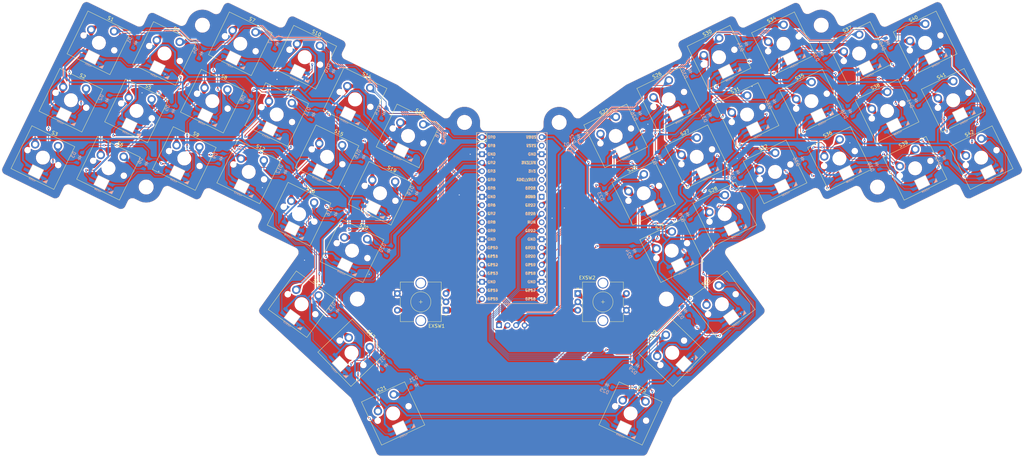
<source format=kicad_pcb>
(kicad_pcb (version 20240108) (generator "pcbnew") (generator_version "8.0")
  (title_block (title "TKNBRD by TKN") (rev "0.0.1") (company "TKN INCORPORATED"))
  (layers (0 "F.Cu" signal) (31 "B.Cu" signal) (34 "B.Paste" user) (35 "F.Paste" user) (36 "B.SilkS" user "B.Silkscreen") (37 "F.SilkS" user "F.Silkscreen") (38 "B.Mask" user) (39 "F.Mask" user) (44 "Edge.Cuts" user))
  (net 0 "")
  (net 1 "Row 0")
  (net 2 "Net-(D1-A)")
  (net 3 "Row 1")
  (net 4 "Net-(D2-A)")
  (net 5 "Row 2")
  (net 6 "Net-(D3-A)")
  (net 7 "Net-(D4-A)")
  (net 8 "Net-(D5-A)")
  (net 9 "Net-(D6-A)")
  (net 10 "Net-(D7-A)")
  (net 11 "Net-(D8-A)")
  (net 12 "Net-(D9-A)")
  (net 13 "Net-(D10-A)")
  (net 14 "Net-(D11-A)")
  (net 15 "Net-(D12-A)")
  (net 16 "Row 3")
  (net 17 "Net-(D13-A)")
  (net 18 "Net-(D14-A)")
  (net 19 "Net-(D15-A)")
  (net 20 "Net-(D16-A)")
  (net 21 "Net-(D17-A)")
  (net 22 "Net-(D18-A)")
  (net 23 "Net-(D19-A)")
  (net 24 "Net-(D20-A)")
  (net 25 "Net-(D21-A)")
  (net 26 "Net-(D22-A)")
  (net 27 "Net-(D23-A)")
  (net 28 "Net-(D24-A)")
  (net 29 "Net-(D25-A)")
  (net 30 "Net-(D26-A)")
  (net 31 "Net-(D27-A)")
  (net 32 "Net-(D28-A)")
  (net 33 "Net-(D29-A)")
  (net 34 "Net-(D30-A)")
  (net 35 "Net-(D31-A)")
  (net 36 "Net-(D32-A)")
  (net 37 "Net-(D33-A)")
  (net 38 "Net-(D34-A)")
  (net 39 "Net-(D35-A)")
  (net 40 "Net-(D36-A)")
  (net 41 "Net-(D37-A)")
  (net 42 "Net-(D38-A)")
  (net 43 "Net-(D39-A)")
  (net 44 "Net-(D40-A)")
  (net 45 "Net-(D41-A)")
  (net 46 "Net-(D42-A)")
  (net 47 "GND")
  (net 48 "RE0A")
  (net 49 "E1 Key")
  (net 50 "REB")
  (net 51 "E2 Key")
  (net 52 "RE1A")
  (net 53 "OLED SCL")
  (net 54 "OLED SDA")
  (net 55 "VBUS")
  (net 56 "Net-(rD1-K)")
  (net 57 "Net-(rLED1-DIN)")
  (net 58 "Net-(rLED1-DOUT)")
  (net 59 "Net-(rLED2-DOUT)")
  (net 61 "Net-(rLED4-DIN)")
  (net 62 "Net-(rLED5-DIN)")
  (net 63 "Net-(rLED6-DIN)")
  (net 64 "Net-(rLED7-DOUT)")
  (net 65 "Net-(rLED10-DOUT)")
  (net 66 "Net-(rLED8-DOUT)")
  (net 67 "Net-(rLED10-DIN)")
  (net 68 "Net-(rLED11-DIN)")
  (net 69 "Net-(rLED12-DIN)")
  (net 70 "Net-(rLED13-DIN)")
  (net 71 "Net-(rLED14-DOUT)")
  (net 72 "Net-(rLED14-DIN)")
  (net 73 "Net-(rLED15-DOUT)")
  (net 74 "Net-(rLED16-DOUT)")
  (net 75 "Net-(rLED18-DIN)")
  (net 76 "Net-(rLED19-DIN)")
  (net 77 "Net-(rLED20-DIN)")
  (net 78 "Net-(rLED21-DIN)")
  (net 79 "Net-(rLED22-DIN)")
  (net 80 "Net-(rLED22-DOUT)")
  (net 81 "Net-(rLED23-DOUT)")
  (net 82 "Net-(rLED24-DOUT)")
  (net 83 "Net-(rLED26-DIN)")
  (net 84 "Net-(rLED27-DIN)")
  (net 85 "Net-(rLED28-DIN)")
  (net 86 "Net-(rLED29-DIN)")
  (net 87 "Net-(rLED30-DIN)")
  (net 88 "Net-(rLED30-DOUT)")
  (net 89 "Net-(rLED31-DOUT)")
  (net 90 "Net-(rLED32-DOUT)")
  (net 91 "Net-(rLED34-DIN)")
  (net 92 "Net-(rLED35-DIN)")
  (net 93 "Net-(rLED36-DIN)")
  (net 94 "Net-(rLED37-DOUT)")
  (net 95 "Net-(rLED37-DIN)")
  (net 96 "Net-(rLED38-DOUT)")
  (net 97 "Net-(rLED40-DIN)")
  (net 98 "Net-(rLED41-DIN)")
  (net 99 "LED Data")
  (net 100 "Column 0")
  (net 101 "Column 1")
  (net 102 "Column 2")
  (net 103 "Column 3")
  (net 104 "Column 4")
  (net 105 "Column 5")
  (net 106 "Column 6")
  (net 107 "Column 7")
  (net 108 "Column 8")
  (net 109 "Column 9")
  (net 110 "Column 10")
  (net 111 "Column 11")
  (footprint "cutsky:YS-SK6812MINI-E-withCUTOUT" (layer "F.Cu") (at 202.072826 144.835968 -25)
    (property "Reference" "rLED25")
    (property "Value" "YS-SK6812MINI-E" (hide yes))
    (fp_line (start -1.8 1.55) (end -1.8 -1.55) (stroke (width 0.1)) (layer "Edge.Cuts"))
    (fp_line (start -1.8 -1.55) (end 1.8 -1.55) (stroke (width 0.1)) (layer "Edge.Cuts"))
    (fp_line (start 1.8 1.55) (end -1.8 1.55) (stroke (width 0.1)) (layer "Edge.Cuts"))
    (fp_line (start 1.8 -1.55) (end 1.8 1.55) (stroke (width 0.1)) (layer "Edge.Cuts"))
  )
  (footprint "MountingHole:MountingHole_4.3mm_M4_ISO14580" (layer "F.Cu") (at 59.67 72.95)
    (property "Reference" "REF**" (hide yes))
    (property "Value" "MountingHole_4.3mm_M4_ISO14580")
  )
  (footprint "cutsky:YS-SK6812MINI-E-withCUTOUT" (layer "F.Cu") (at 118.946834 96.222211 -26)
    (property "Reference" "rLED20")
    (property "Value" "YS-SK6812MINI-E" (hide yes))
    (fp_line (start -1.8 1.55) (end -1.8 -1.55) (stroke (width 0.1)) (layer "Edge.Cuts"))
    (fp_line (start -1.8 -1.55) (end 1.8 -1.55) (stroke (width 0.1)) (layer "Edge.Cuts"))
    (fp_line (start 1.8 1.55) (end -1.8 1.55) (stroke (width 0.1)) (layer "Edge.Cuts"))
    (fp_line (start 1.8 -1.55) (end 1.8 1.55) (stroke (width 0.1)) (layer "Edge.Cuts"))
  )
  (footprint "ScottoKeebs_MX:MX_PCB_1.00u" (layer "F.Cu") (at 291.876692 29.942416 26)
    (property "Reference" "S40")
    (property "Value" "Keyswitch")
  )
  (footprint "cutsky:YS-SK6812MINI-E-withCUTOUT" (layer "F.Cu") (at 96.497804 55.600184 -26)
    (property "Reference" "rLED11")
    (property "Value" "YS-SK6812MINI-E" (hide yes))
    (fp_line (start -1.8 1.55) (end -1.8 -1.55) (stroke (width 0.1)) (layer "Edge.Cuts"))
    (fp_line (start -1.8 -1.55) (end 1.8 -1.55) (stroke (width 0.1)) (layer "Edge.Cuts"))
    (fp_line (start 1.8 1.55) (end -1.8 1.55) (stroke (width 0.1)) (layer "Edge.Cuts"))
    (fp_line (start 1.8 -1.55) (end 1.8 1.55) (stroke (width 0.1)) (layer "Edge.Cuts"))
  )
  (footprint "MountingHole:MountingHole_4.3mm_M4_ISO14580" (layer "F.Cu") (at 214.73 106.38)
    (property "Reference" "REF**" (hide yes))
    (property "Value" "MountingHole_4.3mm_M4_ISO14580")
  )
  (footprint "Rotary_Encoder:RotaryEncoder_Alps_EC11E-Switch_Vertical_H20mm_CircularMountingHoles" (layer "F.Cu") (at 188.335546 104.719677)
    (property "Reference" "EXSW2")
    (property "Value" "RotaryEncoder_Switch")
  )
  (footprint "ScottoKeebs_MX:MX_PCB_1.00u" (layer "F.Cu") (at 121.936517 46.797651 -26)
    (property "Reference" "S14")
    (property "Value" "Keyswitch")
  )
  (footprint "cutsky:YS-SK6812MINI-E-withCUTOUT" (layer "F.Cu") (at 117.45969 125.727989 -46)
    (property "Reference" "rLED17")
    (property "Value" "YS-SK6812MINI-E" (hide yes))
    (fp_line (start -1.799999 1.550001) (end -1.8 -1.549999) (stroke (width 0.1)) (layer "Edge.Cuts"))
    (fp_line (start -1.8 -1.549999) (end 1.799999 -1.550001) (stroke (width 0.1)) (layer "Edge.Cuts"))
    (fp_line (start 1.8 1.549999) (end -1.799999 1.550001) (stroke (width 0.1)) (layer "Edge.Cuts"))
    (fp_line (start 1.799999 -1.550001) (end 1.8 1.549999) (stroke (width 0.1)) (layer "Edge.Cuts"))
  )
  (footprint "ScottoKeebs_MX:MX_PCB_1.00u" (layer "F.Cu") (at 65.136517 33.097651 -26)
    (property "Reference" "S4")
    (property "Value" "Keyswitch")
  )
  (footprint "ScottoKeebs_MX:MX_PCB_1.00u" (layer "F.Cu") (at 230.434576 34.19765 26)
    (property "Reference" "S30")
    (property "Value" "Keyswitch")
  )
  (footprint "cutsky:YS-SK6812MINI-E-withCUTOUT" (layer "F.Cu") (at 103.186625 111.77262 -36)
    (property "Reference" "rLED13")
    (property "Value" "YS-SK6812MINI-E" (hide yes))
    (fp_line (start -1.8 1.55) (end -1.8 -1.55) (stroke (width 0.1)) (layer "Edge.Cuts"))
    (fp_line (start -1.8 -1.55) (end 1.8 -1.55) (stroke (width 0.1)) (layer "Edge.Cuts"))
    (fp_line (start 1.8 1.55) (end -1.8 1.55) (stroke (width 0.1)) (layer "Edge.Cuts"))
    (fp_line (start 1.8 -1.55) (end 1.8 1.55) (stroke (width 0.1)) (layer "Edge.Cuts"))
  )
  (footprint "ScottoKeebs_MX:MX_PCB_1.00u" (layer "F.Cu") (at 232.136516 81.041703 26)
    (property "Reference" "S28")
    (property "Value" "Keyswitch")
  )
  (footprint "ScottoKeebs_MX:MX_PCB_1.00u" (layer "F.Cu") (at 300.227662 47.064443 26)
    (property "Reference" "S41")
    (property "Value" "Keyswitch")
  )
  (footprint "ScottoKeebs_MX:MX_PCB_1.00u" (layer "F.Cu") (at 79.385546 47.319677 -26)
    (property "Reference" "S8")
    (property "Value" "Keyswitch")
  )
  (footprint "MountingHole:MountingHole_4.3mm_M4_ISO14580" (layer "F.Cu") (at 76.44 24.65)
    (property "Reference" "REF**" (hide yes))
    (property "Value" "MountingHole_4.3mm_M4_ISO14580")
  )
  (footprint "cutsky:YS-SK6812MINI-E-withCUTOUT" (layer "F.Cu") (at 88.146834 72.722211 -26)
    (property "Reference" "rLED12")
    (property "Value" "YS-SK6812MINI-E" (hide yes))
    (fp_line (start -1.8 1.55) (end -1.8 -1.55) (stroke (width 0.1)) (layer "Edge.Cuts"))
    (fp_line (start -1.8 -1.55) (end 1.8 -1.55) (stroke (width 0.1)) (layer "Edge.Cuts"))
    (fp_line (start 1.8 1.55) (end -1.8 1.55) (stroke (width 0.1)) (layer "Edge.Cuts"))
    (fp_line (start 1.8 -1.55) (end 1.8 1.55) (stroke (width 0.1)) (layer "Edge.Cuts"))
  )
  (footprint "cutsky:YS-SK6812MINI-E-withCUTOUT" (layer "F.Cu") (at 119.848774 51.078158 -26)
    (property "Reference" "rLED14")
    (property "Value" "YS-SK6812MINI-E" (hide yes))
    (fp_line (start -1.8 1.55) (end -1.8 -1.55) (stroke (width 0.1)) (layer "Edge.Cuts"))
    (fp_line (start -1.8 -1.55) (end 1.8 -1.55) (stroke (width 0.1)) (layer "Edge.Cuts"))
    (fp_line (start 1.8 1.55) (end -1.8 1.55) (stroke (width 0.1)) (layer "Edge.Cuts"))
    (fp_line (start 1.8 -1.55) (end 1.8 1.55) (stroke (width 0.1)) (layer "Edge.Cuts"))
  )
  (footprint "ScottoKeebs_MX:MX_PCB_1.00u" (layer "F.Cu") (at 247.136516 68.441703 26)
    (property "Reference" "S32")
    (property "Value" "Keyswitch")
  )
  (footprint "ScottoKeebs_MX:MX_PCB_1.00u" (layer "F.Cu") (at 223.785546 63.919677 26)
    (property "Reference" "S27")
    (property "Value" "Keyswitch")
  )
  (footprint "ScottoKeebs_MX:MX_PCB_1.00u" (layer "F.Cu") (at 207.985546 74.819677 26)
    (property "Reference" "S23")
    (property "Value" "Keyswitch")
  )
  (footprint "cutsky:YS-SK6812MINI-E-withCUTOUT" (layer "F.Cu") (at 217.522318 51.078157 26)
    (property "Reference" "rLED26")
    (property "Value" "YS-SK6812MINI-E" (hide yes))
    (fp_line (start -1.8 -1.55) (end 1.8 -1.55) (stroke (width 0.1)) (layer "Edge.Cuts"))
    (fp_line (start -1.8 1.55) (end -1.8 -1.55) (stroke (width 0.1)) (layer "Edge.Cuts"))
    (fp_line (start 1.8 -1.55) (end 1.8 1.55) (stroke (width 0.1)) (layer "Edge.Cuts"))
    (fp_line (start 1.8 1.55) (end -1.8 1.55) (stroke (width 0.1)) (layer "Edge.Cuts"))
  )
  (footprint "cutsky:YS-SK6812MINI-E-withCUTOUT" (layer "F.Cu") (at 63.048774 37.378158 -26)
    (property "Reference" "rLED4")
    (property "Value" "YS-SK6812MINI-E" (hide yes))
    (fp_line (start -1.8 1.55) (end -1.8 -1.55) (stroke (width 0.1)) (layer "Edge.Cuts"))
    (fp_line (start -1.8 -1.55) (end 1.8 -1.55) (stroke (width 0.1)) (layer "Edge.Cuts"))
    (fp_line (start 1.8 1.55) (end -1.8 1.55) (stroke (width 0.1)) (layer "Edge.Cuts"))
    (fp_line (start 1.8 -1.55) (end 1.8 1.55) (stroke (width 0.1)) (layer "Edge.Cuts"))
  )
  (footprint "cutsky:YS-SK6812MINI-E-withCUTOUT" (layer "F.Cu") (at 210.073289 79.100184 26)
    (property "Reference" "rLED23")
    (property "Value" "YS-SK6812MINI-E" (hide yes))
    (fp_line (start -1.8 -1.55) (end 1.8 -1.55) (stroke (width 0.1)) (layer "Edge.Cuts"))
    (fp_line (start -1.8 1.55) (end -1.8 -1.55) (stroke (width 0.1)) (layer "Edge.Cuts"))
    (fp_line (start 1.8 -1.55) (end 1.8 1.55) (stroke (width 0.1)) (layer "Edge.Cuts"))
    (fp_line (start 1.8 1.55) (end -1.8 1.55) (stroke (width 0.1)) (layer "Edge.Cuts"))
  )
  (footprint "ScottoKeebs_MX:MX_PCB_1.00u" (layer "F.Cu") (at 98.585546 51.319677 -26)
    (property "Reference" "S11")
    (property "Value" "Keyswitch")
  )
  (footprint "cutsky:YS-SK6812MINI-E-withCUTOUT" (layer "F.Cu") (at 127.297804 79.100184 -26)
    (property "Reference" "rLED19")
    (property "Value" "YS-SK6812MINI-E" (hide yes))
    (fp_line (start -1.8 1.55) (end -1.8 -1.55) (stroke (width 0.1)) (layer "Edge.Cuts"))
    (fp_line (start -1.8 -1.55) (end 1.8 -1.55) (stroke (width 0.1)) (layer "Edge.Cuts"))
    (fp_line (start 1.8 1.55) (end -1.8 1.55) (stroke (width 0.1)) (layer "Edge.Cuts"))
    (fp_line (start 1.8 -1.55) (end 1.8 1.55) (stroke (width 0.1)) (layer "Edge.Cuts"))
  )
  (footprint "cutsky:YS-SK6812MINI-E-withCUTOUT" (layer "F.Cu") (at 240.873289 55.600184 26)
    (property "Reference" "rLED31")
    (property "Value" "YS-SK6812MINI-E" (hide yes))
    (fp_line (start -1.8 -1.55) (end 1.8 -1.55) (stroke (width 0.1)) (layer "Edge.Cuts"))
    (fp_line (start -1.8 1.55) (end -1.8 -1.55) (stroke (width 0.1)) (layer "Edge.Cuts"))
    (fp_line (start 1.8 -1.55) (end 1.8 1.55) (stroke (width 0.1)) (layer "Edge.Cuts"))
    (fp_line (start 1.8 1.55) (end -1.8 1.55) (stroke (width 0.1)) (layer "Edge.Cuts"))
  )
  (footprint "cutsky:YS-SK6812MINI-E-withCUTOUT" (layer "F.Cu") (at 251.722318 34.478157 26)
    (property "Reference" "rLED34")
    (property "Value" "YS-SK6812MINI-E" (hide yes))
    (fp_line (start -1.8 -1.55) (end 1.8 -1.55) (stroke (width 0.1)) (layer "Edge.Cuts"))
    (fp_line (start -1.8 1.55) (end -1.8 -1.55) (stroke (width 0.1)) (layer "Edge.Cuts"))
    (fp_line (start 1.8 -1.55) (end 1.8 1.55) (stroke (width 0.1)) (layer "Edge.Cuts"))
    (fp_line (start 1.8 1.55) (end -1.8 1.55) (stroke (width 0.1)) (layer "Edge.Cuts"))
  )
  (footprint "Rotary_Encoder:RotaryEncoder_Alps_EC11E-Switch_Vertical_H20mm_CircularMountingHoles" (layer "F.Cu") (at 149.035546 109.719677 180)
    (property "Reference" "EXSW1")
    (property "Value" "RotaryEncoder_Switch")
  )
  (footprint "cutsky:YS-SK6812MINI-E-withCUTOUT" (layer "F.Cu") (at 135.648774 61.978158 -26)
    (property "Reference" "rLED18")
    (property "Value" "YS-SK6812MINI-E" (hide yes))
    (fp_line (start -1.8 1.55) (end -1.8 -1.55) (stroke (width 0.1)) (layer "Edge.Cuts"))
    (fp_line (start -1.8 -1.55) (end 1.8 -1.55) (stroke (width 0.1)) (layer "Edge.Cuts"))
    (fp_line (start 1.8 1.55) (end -1.8 1.55) (stroke (width 0.1)) (layer "Edge.Cuts"))
    (fp_line (start 1.8 -1.55) (end 1.8 1.55) (stroke (width 0.1)) (layer "Edge.Cuts"))
  )
  (footprint "cutsky:YS-SK6812MINI-E-withCUTOUT" (layer "F.Cu") (at 260.073289 51.600184 26)
    (property "Reference" "rLED35")
    (property "Value" "YS-SK6812MINI-E" (hide yes))
    (fp_line (start -1.8 -1.55) (end 1.8 -1.55) (stroke (width 0.1)) (layer "Edge.Cuts"))
    (fp_line (start -1.8 1.55) (end -1.8 -1.55) (stroke (width 0.1)) (layer "Edge.Cuts"))
    (fp_line (start 1.8 -1.55) (end 1.8 1.55) (stroke (width 0.1)) (layer "Edge.Cuts"))
    (fp_line (start 1.8 1.55) (end -1.8 1.55) (stroke (width 0.1)) (layer "Edge.Cuts"))
  )
  (footprint "cutsky:YS-SK6812MINI-E-withCUTOUT" (layer "F.Cu") (at 111.497804 68.200184 -26)
    (property "Reference" "rLED15")
    (property "Value" "YS-SK6812MINI-E" (hide yes))
    (fp_line (start -1.8 1.55) (end -1.8 -1.55) (stroke (width 0.1)) (layer "Edge.Cuts"))
    (fp_line (start -1.8 -1.55) (end 1.8 -1.55) (stroke (width 0.1)) (layer "Edge.Cuts"))
    (fp_line (start 1.8 1.55) (end -1.8 1.55) (stroke (width 0.1)) (layer "Edge.Cuts"))
    (fp_line (start 1.8 -1.55) (end 1.8 1.55) (stroke (width 0.1)) (layer "Edge.Cuts"))
  )
  (footprint "cutsky:YS-SK6812MINI-E-withCUTOUT" (layer "F.Cu") (at 43.492525 34.203157 -26)
    (property "Reference" "rLED1")
    (property "Value" "YS-SK6812MINI-E" (hide yes))
    (fp_line (start -1.799999 1.55) (end -1.8 -1.55) (stroke (width 0.1)) (layer "Edge.Cuts"))
    (fp_line (start -1.8 -1.55) (end 1.799999 -1.55) (stroke (width 0.1)) (layer "Edge.Cuts"))
    (fp_line (start 1.8 1.55) (end -1.799999 1.55) (stroke (width 0.1)) (layer "Edge.Cuts"))
    (fp_line (start 1.799999 -1.55) (end 1.8 1.55) (stroke (width 0.1)) (layer "Edge.Cuts"))
  )
  (footprint "cutsky:YS-SK6812MINI-E-withCUTOUT" (layer "F.Cu") (at 77.297804 51.600184 -26)
    (property "Reference" "rLED8")
    (property "Value" "YS-SK6812MINI-E" (hide yes))
    (fp_line (start -1.8 1.55) (end -1.8 -1.55) (stroke (width 0.1)) (layer "Edge.Cuts"))
    (fp_line (start -1.8 -1.55) (end 1.8 -1.55) (stroke (width 0.1)) (layer "Edge.Cuts"))
    (fp_line (start 1.8 1.55) (end -1.8 1.55) (stroke (width 0.1)) (layer "Edge.Cuts"))
    (fp_line (start 1.8 -1.55) (end 1.8 1.55) (stroke (width 0.1)) (layer "Edge.Cuts"))
  )
  (footprint "ScottoKeebs_MX:MX_PCB_1.00u" (layer "F.Cu") (at 199.634576 57.69765 26)
    (property "Reference" "S22")
    (property "Value" "Keyswitch")
  )
  (footprint "ScottoKeebs_MX:MX_PCB_1.00u" (layer "F.Cu") (at 257.985546 47.319677 26)
    (property "Reference" "S35")
    (property "Value" "Keyswitch")
  )
  (footprint "cutsky:YS-SK6812MINI-E-withCUTOUT" (layer "F.Cu") (at 54.697804 54.500184 -26)
    (property "Reference" "rLED5")
    (property "Value" "YS-SK6812MINI-E" (hide yes))
    (fp_line (start -1.8 1.55) (end -1.8 -1.55) (stroke (width 0.1)) (layer "Edge.Cuts"))
    (fp_line (start -1.8 -1.55) (end 1.8 -1.55) (stroke (width 0.1)) (layer "Edge.Cuts"))
    (fp_line (start 1.8 1.55) (end -1.8 1.55) (stroke (width 0.1)) (layer "Edge.Cuts"))
    (fp_line (start 1.8 -1.55) (end 1.8 1.55) (stroke (width 0.1)) (layer "Edge.Cuts"))
  )
  (footprint "cutsky:YS-SK6812MINI-E-withCUTOUT" (layer "F.Cu") (at 274.273288 37.400184 26)
    (property "Reference" "rLED37")
    (property "Value" "YS-SK6812MINI-E" (hide yes))
    (fp_line (start -1.8 -1.55) (end 1.8 -1.55) (stroke (width 0.1)) (layer "Edge.Cuts"))
    (fp_line (start -1.8 1.55) (end -1.8 -1.55) (stroke (width 0.1)) (layer "Edge.Cuts"))
    (fp_line (start 1.8 -1.55) (end 1.8 1.55) (stroke (width 0.1)) (layer "Edge.Cuts"))
    (fp_line (start 1.8 1.55) (end -1.8 1.55) (stroke (width 0.1)) (layer "Edge.Cuts"))
  )
  (footprint "cutsky:YS-SK6812MINI-E-withCUTOUT" (layer "F.Cu") (at 26.790584 68.44721 -26)
    (property "Reference" "rLED3")
    (property "Value" "YS-SK6812MINI-E" (hide yes))
    (fp_line (start -1.799999 1.55) (end -1.8 -1.55) (stroke (width 0.1)) (layer "Edge.Cuts"))
    (fp_line (start -1.8 -1.55) (end 1.799999 -1.55) (stroke (width 0.1)) (layer "Edge.Cuts"))
    (fp_line (start 1.8 1.55) (end -1.799999 1.55) (stroke (width 0.1)) (layer "Edge.Cuts"))
    (fp_line (start 1.799999 -1.55) (end 1.8 1.55) (stroke (width 0.1)) (layer "Edge.Cuts"))
  )
  (footprint "ScottoKeebs_MX:MX_PCB_1.00u" (layer "F.Cu") (at 37.229296 47.044677 -26)
    (property "Reference" "S2")
    (property "Value" "Keyswitch")
  )
  (footprint "ScottoKeebs_MX:MX_PCB_1.00u" (layer "F.Cu") (at 249.634576 30.19765 26)
    (property "Reference" "S34")
    (property "Value" "Keyswitch")
  )
  (footprint "cutsky:YS-SK6812MINI-E-withCUTOUT" (layer "F.Cu") (at 310.666375 68.466976 26)
    (property "Reference" "rLED42")
    (property "Value" "YS-SK6812MINI-E" (hide yes))
    (fp_line (start -1.8 -1.55) (end 1.8 -1.55) (stroke (width 0.1)) (layer "Edge.Cuts"))
    (fp_line (start -1.8 1.55) (end -1.8 -1.55) (stroke (width 0.1)) (layer "Edge.Cuts"))
    (fp_line (start 1.8 -1.55) (end 1.8 1.55) (stroke (width 0.1)) (layer "Edge.Cuts"))
    (fp_line (start 1.8 1.55) (end -1.8 1.55) (stroke (width 0.1)) (layer "Edge.Cuts"))
  )
  (footprint "ScottoKeebs_MX:MX_PCB_1.00u" (layer "F.Cu") (at 266.336516 64.441703 26)
    (property "Reference" "S36")
    (property "Value" "Keyswitch")
  )
  (footprint "ScottoKeebs_MX:MX_PCB_1.00u" (layer "F.Cu") (at 106.936517 34.197651 -26)
    (property "Reference" "S10")
    (property "Value" "Keyswitch")
  )
  (footprint "cutsky:YS-SK6812MINI-E-withCUTOUT" (layer "F.Cu") (at 268.424259 68.72221 26)
    (property "Reference" "rLED36")
    (property "Value" "YS-SK6812MINI-E" (hide yes))
    (fp_line (start -1.8 -1.55) (end 1.8 -1.55) (stroke (width 0.1)) (layer "Edge.Cuts"))
    (fp_line (start -1.8 1.55) (end -1.8 -1.55) (stroke (width 0.1)) (layer "Edge.Cuts"))
    (fp_line (start 1.8 -1.55) (end 1.8 1.55) (stroke (width 0.1)) (layer "Edge.Cuts"))
    (fp_line (start 1.8 1.55) (end -1.8 1.55) (stroke (width 0.1)) (layer "Edge.Cuts"))
  )
  (footprint "cutsky:YS-SK6812MINI-E-withCUTOUT" (layer "F.Cu") (at 135.298266 144.835967 25)
    (property "Reference" "rLED21")
    (property "Value" "YS-SK6812MINI-E" (hide yes))
    (fp_line (start -1.800001 -1.55) (end 1.8 -1.55) (stroke (width 0.1)) (layer "Edge.Cuts"))
    (fp_line (start -1.8 1.55) (end -1.800001 -1.55) (stroke (width 0.1)) (layer "Edge.Cuts"))
    (fp_line (start 1.8 -1.55) (end 1.800001 1.55) (stroke (width 0.1)) (layer "Edge.Cuts"))
    (fp_line (start 1.800001 1.55) (end -1.8 1.55) (stroke (width 0.1)) (layer "Edge.Cuts"))
  )
  (footprint "MountingHole:MountingHole_4.3mm_M4_ISO14580" (layer "F.Cu") (at 154.56 53.67)
    (property "Reference" "REF**" (hide yes))
    (property "Value" "MountingHole_4.3mm_M4_ISO14580")
  )
  (footprint "cutsky:YS-SK6812MINI-E-withCUTOUT" (layer "F.Cu") (at 103.146834 85.322211 -26)
    (property "Reference" "rLED16")
    (property "Value" "YS-SK6812MINI-E" (hide yes))
    (fp_line (start -1.8 1.55) (end -1.8 -1.55) (stroke (width 0.1)) (layer "Edge.Cuts"))
    (fp_line (start -1.8 -1.55) (end 1.8 -1.55) (stroke (width 0.1)) (layer "Edge.Cuts"))
    (fp_line (start 1.8 1.55) (end -1.8 1.55) (stroke (width 0.1)) (layer "Edge.Cuts"))
    (fp_line (start 1.8 -1.55) (end 1.8 1.55) (stroke (width 0.1)) (layer "Edge.Cuts"))
  )
  (footprint "ScottoKeebs_MX:MX_PCB_1.00u" (layer "F.Cu") (at 204.085546 140.519677 -25)
    (property "Reference" "S25")
    (property "Value" "Keyswitch")
  )
  (footprint "ScottoKeebs_MX:MX_PCB_1.00u" (layer "F.Cu") (at 238.785546 51.319677 26)
    (property "Reference" "S31")
    (property "Value" "Keyswitch")
  )
  (footprint "ScottoKeebs_MX:MX_PCB_1.00u" (layer "F.Cu") (at 48.434576 67.341704 -26)
    (property "Reference" "S6")
    (property "Value" "Keyswitch")
  )
  (footprint "cutsky:YS-SK6812MINI-E-withCUTOUT" (layer "F.Cu") (at 68.946834 68.722211 -26)
    (property "Reference" "rLED9")
    (property "Value" "YS-SK6812MINI-E" (hide yes))
    (fp_line (start -1.8 1.55) (end -1.8 -1.55) (stroke (width 0.1)) (layer "Edge.Cuts"))
    (fp_line (start -1.8 -1.55) (end 1.8 -1.55) (stroke (width 0.1)) (layer "Edge.Cuts"))
    (fp_line (start 1.8 1.55) (end -1.8 1.55) (stroke (width 0.1)) (layer "Edge.Cuts"))
    (fp_line (start 1.8 -1.55) (end 1.8 1.55) (stroke (width 0.1)) (layer "Edge.Cuts"))
  )
  (footprint "ScottoKeebs_MX:MX_PCB_1.00u" (layer "F.Cu") (at 113.585546 63.919677 -26)
    (property "Reference" "S15")
    (property "Value" "Keyswitch")
  )
  (footprint "ScottoKeebs_MX:MX_PCB_1.00u" (layer "F.Cu") (at 56.785546 50.219677 -26)
    (property "Reference" "S5")
    (property "Value" "Keyswitch")
  )
  (footprint "cutsky:YS-SK6812MINI-E-withCUTOUT" (layer "F.Cu") (at 232.522318 38.478157 26)
    (property "Reference" "rLED30")
    (property "Value" "YS-SK6812MINI-E" (hide yes))
    (fp_line (start -1.8 -1.55) (end 1.8 -1.55) (stroke (width 0.1)) (layer "Edge.Cuts"))
    (fp_line (start -1.8 1.55) (end -1.8 -1.55) (stroke (width 0.1)) (layer "Edge.Cuts"))
    (fp_line (start 1.8 -1.55) (end 1.8 1.55) (stroke (width 0.1)) (layer "Edge.Cuts"))
    (fp_line (start 1.8 1.55) (end -1.8 1.55) (stroke (width 0.1)) (layer "Edge.Cuts"))
  )
  (footprint "cutsky:YS-SK6812MINI-E-withCUTOUT" (layer "F.Cu") (at 85.648774 34.478158 -26)
    (property "Reference" "rLED7")
    (property "Value" "YS-SK6812MINI-E" (hide yes))
    (fp_line (start -1.8 1.55) (end -1.8 -1.55) (stroke (width 0.1)) (layer "Edge.Cuts"))
    (fp_line (start -1.8 -1.55) (end 1.8 -1.55) (stroke (width 0.1)) (layer "Edge.Cuts"))
    (fp_line (start 1.8 1.55) (end -1.8 1.55) (stroke (width 0.1)) (layer "Edge.Cuts"))
    (fp_line (start 1.8 -1.55) (end 1.8 1.55) (stroke (width 0.1)) (layer "Edge.Cuts"))
  )
  (footprint "cutsky:YS-SK6812MINI-E-withCUTOUT" (layer "F.Cu") (at 302.315405 51.34495 26)
    (property "Reference" "rLED41")
    (property "Value" "YS-SK6812MINI-E" (hide yes))
    (fp_line (start -1.8 -1.55) (end 1.8 -1.55) (stroke (width 0.1)) (layer "Edge.Cuts"))
    (fp_line (start -1.8 1.55) (end -1.8 -1.55) (stroke (width 0.1)) (layer "Edge.Cuts"))
    (fp_line (start 1.8 -1.55) (end 1.8 1.55) (stroke (width 0.1)) (layer "Edge.Cuts"))
    (fp_line (start 1.8 1.55) (end -1.8 1.55) (stroke (width 0.1)) (layer "Edge.Cuts"))
  )
  (footprint "cutsky:YS-SK6812MINI-E-withCUTOUT" (layer "F.Cu") (at 219.911402 125.727987 46)
    (property "Reference" "rLED29")
    (property "Value" "YS-SK6812MINI-E" (hide yes))
    (fp_line (start -1.8 -1.55) (end 1.8 -1.55) (stroke (width 0.1)) (layer "Edge.Cuts"))
    (fp_line (start -1.8 1.55) (end -1.8 -1.55) (stroke (width 0.1)) (layer "Edge.Cuts"))
    (fp_line (start 1.8 -1.55) (end 1.8 1.55) (stroke (width 0.1)) (layer "Edge.Cuts"))
    (fp_line (start 1.8 1.55) (end -1.8 1.55) (stroke (width 0.1)) (layer "Edge.Cuts"))
  )
  (footprint "ScottoKeebs_MX:MX_PCB_1.00u" (layer "F.Cu") (at 215.434576 46.79765 26)
    (property "Reference" "S26")
    (property "Value" "Keyswitch")
  )
  (footprint "ScottoKeebs_MX:MX_PCB_1.00u" (layer "F.Cu") (at 133.285546 140.519677 25)
    (property "Reference" "S21")
    (property "Value" "Keyswitch")
  )
  (footprint "cutsky:YS-SK6812MINI-E-withCUTOUT" (layer "F.Cu") (at 46.346834 71.622211 -26)
    (property "Reference" "rLED6")
    (property "Value" "YS-SK6812MINI-E" (hide yes))
    (fp_line (start -1.8 1.55) (end -1.8 -1.55) (stroke (width 0.1)) (layer "Edge.Cuts"))
    (fp_line (start -1.8 -1.55) (end 1.8 -1.55) (stroke (width 0.1)) (layer "Edge.Cuts"))
    (fp_line (start 1.8 1.55) (end -1.8 1.55) (stroke (width 0.1)) (layer "Edge.Cuts"))
    (fp_line (start 1.8 -1.55) (end 1.8 1.55) (stroke (width 0.1)) (layer "Edge.Cuts"))
  )
  (footprint "cutsky:YS-SK6812MINI-E-withCUTOUT" (layer "F.Cu") (at 290.975229 71.644237 26)
    (property "Reference" "rLED39")
    (property "Value" "YS-SK6812MINI-E" (hide yes))
    (fp_line (start -1.8 -1.55) (end 1.8 -1.55) (stroke (width 0.1)) (layer "Edge.Cuts"))
    (fp_line (start -1.8 1.55) (end -1.8 -1.55) (stroke (width 0.1)) (layer "Edge.Cuts"))
    (fp_line (start 1.8 -1.55) (end 1.8 1.55) (stroke (width 0.1)) (layer "Edge.Cuts"))
    (fp_line (start 1.8 1.55) (end -1.8 1.55) (stroke (width 0.1)) (layer "Edge.Cuts"))
  )
  (footprint "ScottoKeebs_MX:MX_PCB_1.00u" (layer "F.Cu") (at 129.385546 74.819677 -26)
    (property "Reference" "S19")
    (property "Value" "Keyswitch")
  )
  (footprint "MountingHole:MountingHole_4.3mm_M4_ISO14580" (layer "F.Cu") (at 122.61 106.38)
    (property "Reference" "REF**" (hide yes))
    (property "Value" "MountingHole_4.3mm_M4_ISO14580")
  )
  (footprint "ScottoKeebs_MX:MX_PCB_1.00u" (layer "F.Cu") (at 231.285546 107.919677 36)
    (property "Reference" "S33")
    (property "Value" "Keyswitch")
  )
  (footprint "ScottoKeebs_MX:MX_PCB_1.00u" (layer "F.Cu") (at 120.885546 122.419677 -46)
    (property "Reference" "S17")
    (property "Value" "Keyswitch")
  )
  (footprint "ScottoKeebs_MX:MX_PCB_1.00u" (layer "F.Cu") (at 105.234576 81.041704 -26)
    (property "Reference" "S16")
    (property "Value" "Keyswitch")
  )
  (footprint "ScottoKeebs_MX:MX_PCB_1.00u" (layer "F.Cu") (at 280.536516 50.241704 26)
    (property "Reference" "S38")
    (property "Value" "Keyswitch")
  )
  (footprint "cutsky:YS-SK6812MINI-E-withCUTOUT" (layer "F.Cu") (at 234.224259 85.32221 26)
    (property "Reference" "rLED28")
    (property "Value" "YS-SK6812MINI-E" (hide yes))
    (fp_line (start -1.8 -1.55) (end 1.8 -1.55) (stroke (width 0.1)) (layer "Edge.Cuts"))
    (fp_line (start -1.8 1.55) (end -1.8 -1.55) (stroke (width 0.1)) (layer "Edge.Cuts"))
    (fp_line (start 1.8 -1.55) (end 1.8 1.55) (stroke (width 0.1)) (layer "Edge.Cuts"))
    (fp_line (start 1.8 1.55) (end -1.8 1.55) (stroke (width 0.1)) (layer "Edge.Cuts"))
  )
  (footprint "ScottoKeebs_MX:MX_PCB_1.00u" (layer "F.Cu") (at 216.336516 91.941703 26)
    (property "Reference" "S24")
    (property "Value" "Keyswitch")
  )
  (footprint "ScottoKeebs_MX:MX_PCB_1.00u" (layer "F.Cu") (at 105.985951 107.919677 -36)
    (property "Reference" "S13")
    (property "Value" "Keyswitch")
  )
  (footprint "ScottoKeebs_MX:MX_PCB_1.00u" (layer "F.Cu") (at 308.578632 64.186469 26)
    (property "Reference" "S42")
    (property "Value" "Keyswitch")
  )
  (footprint "MountingHole:MountingHole_4.3mm_M4_ISO14580" (layer "F.Cu") (at 260.9 24.65)
    (property "Reference" "REF**" (hide yes))
    (property "Value" "MountingHole_4.3mm_M4_ISO14580")
  )
  (footprint "ScottoKeebs_MX:MX_PCB_1.00u" (layer "F.Cu") (at 87.736517 30.197651 -26)
    (property "Reference" "S7")
    (property "Value" "Keyswitch")
  )
  (footprint "ScottoKeebs_MX:MX_PCB_1.00u" (layer "F.Cu") (at 121.034576 91.941704 -26)
    (property "Reference" "S20")
    (property "Value" "Keyswitch")
  )
  (footprint "cutsky:YS-SK6812MINI-E-withCUTOUT" (layer "F.Cu") (at 35.141554 51.325184 -26)
    (property "Reference" "rLED2")
    (property "Value" "YS-SK6812MINI-E" (hide yes))
    (fp_line (start -1.799999 1.55) (end -1.8 -1.55) (stroke (width 0.1)) (layer "Edge.Cuts"))
    (fp_line (start -1.8 -1.55) (end 1.799999 -1.55) (stroke (width 0.1)) (layer "Edge.Cuts"))
    (fp_line (start 1.8 1.55) (end -1.799999 1.55) (stroke (width 0.1)) (layer "Edge.Cuts"))
    (fp_line (start 1.799999 -1.55) (end 1.8 1.55) (stroke (width 0.1)) (layer "Edge.Cuts"))
  )
  (footprint "cutsky:YS-SK6812MINI-E-withCUTOUT" (layer "F.Cu") (at 249.224259 72.72221 26)
    (property "Reference" "rLED32")
    (property "Value" "YS-SK6812MINI-E" (hide yes))
    (fp_line (start -1.8 -1.55) (end 1.8 -1.55) (stroke (width 0.1)) (layer "Edge.Cuts"))
    (fp_line (start -1.8 1.55) (end -1.8 -1.55) (stroke (width 0.1)) (layer "Edge.Cuts"))
    (fp_line (start 1.8 -1.55) (end 1.8 1.55) (stroke (width 0.1)) (layer "Edge.Cuts"))
    (fp_line (start 1.8 1.55) (end -1.8 1.55) (stroke (width 0.1)) (layer "Edge.Cuts"))
  )
  (footprint "ScottoKeebs_MCU:Raspberry_Pi_Pico" (layer "F.Cu") (at 168.67 82.2)
    (property "Reference" "U1" (hide yes))
    (property "Value" "Raspberry_Pi_Pico" (hide yes))
  )
  (footprint "ScottoKeebs_MX:MX_PCB_1.00u" (layer "F.Cu") (at 28.878326 64.166703 -26)
    (property "Reference" "S3")
    (property "Value" "Keyswitch")
  )
  (footprint "ScottoKeebs_MX:MX_PCB_1.00u" (layer "F.Cu") (at 45.580267 29.922651 -26)
    (property "Reference" "S1")
    (property "Value" "Keyswitch")
  )
  (footprint "MountingHole:MountingHole_4.3mm_M4_ISO14580" (layer "F.Cu") (at 277.67 72.95)
    (property "Reference" "REF**" (hide yes))
    (property "Value" "MountingHole_4.3mm_M4_ISO14580")
  )
  (footprint "ScottoKeebs_MX:MX_PCB_1.00u" (layer "F.Cu") (at 216.485546 122.419677 46)
    (property "Reference" "S29")
    (property "Value" "Keyswitch")
  )
  (footprint "ScottoKeebs_MX:MX_PCB_1.00u" (layer "F.Cu") (at 272.185546 33.119677 26)
    (property "Reference" "S37")
    (property "Value" "Keyswitch")
  )
  (footprint "ScottoKeebs_MX:MX_PCB_1.00u" (layer "F.Cu") (at 90.234576 68.441704 -26)
    (property "Reference" "S12")
    (property "Value" "Keyswitch")
  )
  (footprint "ScottoKeebs_Components:OLED_128x64" (layer "F.Cu") (at 168.67 114.2)
    (property "Reference" "J1" (hide yes))
    (property "Value" "Conn_01x04")
  )
  (footprint "cutsky:YS-SK6812MINI-E-withCUTOUT" (layer "F.Cu") (at 282.624259 54.522211 26)
    (property "Reference" "rLED38")
    (property "Value" "YS-SK6812MINI-E" (hide yes))
    (fp_line (start -1.8 -1.55) (end 1.8 -1.55) (stroke (width 0.1)) (layer "Edge.Cuts"))
    (fp_line (start -1.8 1.55) (end -1.8 -1.55) (stroke (width 0.1)) (layer "Edge.Cuts"))
    (fp_line (start 1.8 -1.55) (end 1.8 1.55) (stroke (width 0.1)) (layer "Edge.Cuts"))
    (fp_line (start 1.8 1.55) (end -1.8 1.55) (stroke (width 0.1)) (layer "Edge.Cuts"))
  )
  (footprint "ScottoKeebs_MX:MX_PCB_1.00u" (layer "F.Cu") (at 137.736517 57.697651 -26)
    (property "Reference" "S18")
    (property "Value" "Keyswitch")
  )
  (footprint "cutsky:YS-SK6812MINI-E-withCUTOUT" (layer "F.Cu") (at 218.424259 96.22221 26)
    (property "Reference" "rLED24")
    (property "Value" "YS-SK6812MINI-E" (hide yes))
    (fp_line (start -1.8 -1.55) (end 1.8 -1.55) (stroke (width 0.1)) (layer "Edge.Cuts"))
    (fp_line (start -1.8 1.55) (end -1.8 -1.55) (stroke (width 0.1)) (layer "Edge.Cuts"))
    (fp_line (start 1.8 -1.55) (end 1.8 1.55) (stroke (width 0.1)) (layer "Edge.Cuts"))
    (fp_line (start 1.8 1.55) (end -1.8 1.55) (stroke (width 0.1)) (layer "Edge.Cuts"))
  )
  (footprint "MountingHole:MountingHole_4.3mm_M4_ISO14580" (layer "F.Cu") (at 182.78 53.67)
    (property "Reference" "REF**" (hide yes))
    (property "Value" "MountingHole_4.3mm_M4_ISO14580")
  )
  (footprint "cutsky:YS-SK6812MINI-E-withCUTOUT" (layer "F.Cu") (at 225.873289 68.200184 26)
    (property "Reference" "rLED27")
    (property "Value" "YS-SK6812MINI-E" (hide yes))
    (fp_line (start -1.8 -1.55) (end 1.8 -1.55) (stroke (width 0.1)) (layer "Edge.Cuts"))
    (fp_line (start -1.8 1.55) (end -1.8 -1.55) (stroke (width 0.1)) (layer "Edge.Cuts"))
    (fp_line (start 1.8 -1.55) (end 1.8 1.55) (stroke (width 0.1)) (layer "Edge.Cuts"))
    (fp_line (start 1.8 1.55) (end -1.8 1.55) (stroke (width 0.1)) (layer "Edge.Cuts"))
  )
  (footprint "ScottoKeebs_MX:MX_PCB_1.00u" (layer "F.Cu") (at 288.887486 67.36373 26)
    (property "Reference" "S39")
    (property "Value" "Keyswitch")
  )
  (footprint "ScottoKeebs_MX:MX_PCB_1.00u" (layer "F.Cu") (at 71.034576 64.441704 -26)
    (property "Reference" "S9")
    (property "Value" "Keyswitch")
  )
  (footprint "cutsky:YS-SK6812MINI-E-withCUTOUT" (layer "F.Cu") (at 201.722318 61.978157 26)
    (property "Reference" "rLED22")
    (property "Value" "YS-SK6812MINI-E" (hide yes))
    (fp_line (start -1.8 -1.55) (end 1.8 -1.55) (stroke (width 0.1)) (layer "Edge.Cuts"))
    (fp_line (start -1.8 1.55) (end -1.8 -1.55) (stroke (width 0.1)) (layer "Edge.Cuts"))
    (fp_line (start 1.8 -1.55) (end 1.8 1.55) (stroke (width 0.1)) (layer "Edge.Cuts"))
    (fp_line (start 1.8 1.55) (end -1.8 1.55) (stroke (width 0.1)) (layer "Edge.Cuts"))
  )
  (footprint "cutsky:YS-SK6812MINI-E-withCUTOUT" (layer "F.Cu") (at 293.964434 34.222923 26)
    (property "Reference" "rLED40")
    (property "Value" "YS-SK6812MINI-E" (hide yes))
    (fp_line (start -1.8 -1.55) (end 1.8 -1.55) (stroke (width 0.1)) (layer "Edge.Cuts"))
    (fp_line (start -1.8 1.55) (end -1.8 -1.55) (stroke (width 0.1)) (layer "Edge.Cuts"))
    (fp_line (start 1.8 -1.55) (end 1.8 1.55) (stroke (width 0.1)) (layer "Edge.Cuts"))
    (fp_line (start 1.8 1.55) (end -1.8 1.55) (stroke (width 0.1)) (layer "Edge.Cuts"))
  )
  (footprint "cutsky:YS-SK6812MINI-E-withCUTOUT" (layer "F.Cu") (at 104.848774 38.478158 -26)
    (property "Reference" "rLED10")
    (property "Value" "YS-SK6812MINI-E" (hide yes))
    (fp_line (start -1.8 1.55) (end -1.8 -1.55) (stroke (width 0.1)) (layer "Edge.Cuts"))
    (fp_line (start -1.8 -1.55) (end 1.8 -1.55) (stroke (width 0.1)) (layer "Edge.Cuts"))
    (fp_line (start 1.8 1.55) (end -1.8 1.55) (stroke (width 0.1)) (layer "Edge.Cuts"))
    (fp_line (start 1.8 -1.55) (end 1.8 1.55) (stroke (width 0.1)) (layer "Edge.Cuts"))
  )
  (footprint "cutsky:YS-SK6812MINI-E-withCUTOUT" (layer "F.Cu") (at 234.084873 111.772621 36)
    (property "Reference" "rLED33")
    (property "Value" "YS-SK6812MINI-E" (hide yes))
    (fp_line (start -1.8 -1.55) (end 1.8 -1.55) (stroke (width 0.1)) (layer "Edge.Cuts"))
    (fp_line (start -1.8 1.55) (end -1.8 -1.55) (stroke (width 0.1)) (layer "Edge.Cuts"))
    (fp_line (start 1.8 -1.55) (end 1.8 1.55) (stroke (width 0.1)) (layer "Edge.Cuts"))
    (fp_line (start 1.8 1.55) (end -1.8 1.55) (stroke (width 0.1)) (layer "Edge.Cuts"))
  )
  (footprint "ScottoKeebs_Components:Diode_SOD-123" (layer "B.Cu") (at 90.319669 47.353839 -116)
    (property "Reference" "D8")
    (property "Value" "Diode")
  )
  (footprint "ScottoKeebs_Components:Diode_SOD-123" (layer "B.Cu") (at 56.51439 29.956812 -116)
    (property "Reference" "D1")
    (property "Value" "Diode")
  )
  (footprint "ScottoKeebs_Components:Diode_SOD-123" (layer "B.Cu") (at 255.31139 64.52025 -64)
    (property "Reference" "D36")
    (property "Value" "Diode")
  )
  (footprint "ScottoKeebs_Components:Diode_SOD-123" (layer "B.Cu") (at 196.96042 74.898223 -64)
    (property "Reference" "D23")
    (property "Value" "Diode")
  )
  (footprint "ScottoKeebs_Components:Diode_SOD-123" (layer "B.Cu") (at 238.60945 30.276197 -64)
    (property "Reference" "D34")
    (property "Value" "Diode")
  )
  (footprint "ScottoKeebs_Components:Diode_SOD-123" (layer "B.Cu") (at 131.968699 91.975865 -116)
    (property "Reference" "D20")
    (property "Value" "Diode")
  )
  (footprint "ScottoKeebs_Components:Diode_SOD-123" (layer "B.Cu") (at 67.719669 50.253839 -116)
    (property "Reference" "D5")
    (property "Value" "Diode")
  )
  (footprint "ScottoKeebs_Components:Diode_SOD-123" (layer "B.Cu") (at 47.985546 47.078838 -116)
    (property "Reference" "D2")
    (property "Value" "Diode")
  )
  (footprint "ScottoKeebs_Components:Diode_SOD-123" (layer "B.Cu") (at 76.07064 33.131812 -116)
    (property "Reference" "D4")
    (property "Value" "Diode")
  )
  (footprint "ScottoKeebs_Components:Diode_SOD-123" (layer "B.Cu") (at 212.76042 63.998223 -64)
    (property "Reference" "D27")
    (property "Value" "Diode")
  )
  (footprint "ScottoKeebs_Components:Diode_SOD-123" (layer "B.Cu") (at 280.851566 30.020963 -64)
    (property "Reference" "D40")
    (property "Value" "Diode")
  )
  (footprint "ScottoKeebs_Components:Diode_SOD-123" (layer "B.Cu") (at 109.519669 51.353839 -116)
    (property "Reference" "D11")
    (property "Value" "Diode")
  )
  (footprint "ScottoKeebs_Components:Diode_SOD-123" (layer "B.Cu") (at 261.16042 33.198224 -64)
    (property "Reference" "D37")
    (property "Value" "Diode")
  )
  (footprint "ScottoKeebs_Components:Diode_SOD-123" (layer "B.Cu") (at 197.086167 132.000976 -25)
    (property "Reference" "D25")
    (property "Value" "Diode")
  )
  (footprint "ScottoKeebs_Components:Diode_SOD-123" (layer "B.Cu") (at 140.319669 74.853839 -116)
    (property "Reference" "D19")
    (property "Value" "Diode")
  )
  (footprint "ScottoKeebs_Components:Diode_SOD-123" (layer "B.Cu") (at 289.202536 47.142989 -64)
    (property "Reference" "D41")
    (property "Value" "Diode")
  )
  (footprint "ScottoKeebs_Components:Diode_SOD-123" (layer "B.Cu") (at 115.49753 38.373136 -116)
    (property "Reference" "D10")
    (property "Value" "Diode")
  )
  (footprint "ScottoKeebs_Components:Diode_SOD-123" (layer "B.Cu") (at 81.968699 64.475865 -116)
    (property "Reference" "D9")
    (property "Value" "Diode")
  )
  (footprint "ScottoKeebs_Components:Diode_SOD-123" (layer "B.Cu") (at 205.31139 92.02025 -64)
    (property "Reference" "D24")
    (property "Value" "Diode")
  )
  (footprint "ScottoKeebs_Components:Diode_SOD-123" (layer "B.Cu") (at 221.873563 38.373135 -64)
    (property "Reference" "D30")
    (property "Value" "Diode")
  )
  (footprint "ScottoKeebs_Components:Diode_SOD-123" (layer "B.Cu") (at 101.168699 68.475865 -116)
    (property "Reference" "D12")
    (property "Value" "Diode")
  )
  (footprint "Diode_SMD:D_SOD-523" (layer "B.Cu") (at 185.185546 61.519677 180)
    (property "Reference" "rD1")
    (property "Value" "1N4148WT")
  )
  (footprint "ScottoKeebs_Components:Diode_SOD-123" (layer "B.Cu") (at 148.67064 57.731812 -116)
    (property "Reference" "D18")
    (property "Value" "Diode")
  )
  (footprint "ScottoKeebs_Components:Diode_SOD-123" (layer "B.Cu") (at 188.60945 57.776197 -64)
    (property "Reference" "D22")
    (property "Value" "Diode")
  )
  (footprint "ScottoKeebs_Components:Diode_SOD-123" (layer "B.Cu") (at 269.51139 50.32025 -64)
    (property "Reference" "D38")
    (property "Value" "Diode")
  )
  (footprint "ScottoKeebs_Components:Diode_SOD-123" (layer "B.Cu") (at 131.148578 126.191469 -136)
    (property "Reference" "D17")
    (property "Value" "Diode")
  )
  (footprint "ScottoKeebs_Components:Diode_SOD-123" (layer "B.Cu") (at 116.168699 81.075865 -116)
    (property "Reference" "D16")
    (property "Value" "Diode")
  )
  (footprint "ScottoKeebs_Components:Diode_SOD-123" (layer "B.Cu") (at 39.812449 64.200865 -116)
    (property "Reference" "D3")
    (property "Value" "Diode")
  )
  (footprint "ScottoKeebs_Components:Diode_SOD-123" (layer "B.Cu") (at 59.685546 66.019677 -116)
    (property "Reference" "D6")
    (property "Value" "Diode")
  )
  (footprint "ScottoKeebs_Components:Diode_SOD-123" (layer "B.Cu") (at 116.748028 109.852009 -126)
    (property "Reference" "D13")
    (property "Value" "Diode")
  )
  (footprint "ScottoKeebs_Components:Diode_SOD-123" (layer "B.Cu") (at 297.553506 64.265016 -64)
    (property "Reference" "D42")
    (property "Value" "Diode")
  )
  (footprint "ScottoKeebs_Components:Diode_SOD-123" (layer "B.Cu") (at 236.11139 68.52025 -64)
    (property "Reference" "D32")
    (property "Value" "Diode")
  )
  (footprint "ScottoKeebs_Components:Diode_SOD-123" (layer "B.Cu") (at 98.67064 30.231812 -116)
    (property "Reference" "D7")
    (property "Value" "Diode")
  )
  (footprint "ScottoKeebs_Components:Diode_SOD-123" (layer "B.Cu") (at 246.96042 47.398223 -64)
    (property "Reference" "D35")
    (property "Value" "Diode")
  )
  (footprint "ScottoKeebs_Components:Diode_SOD-123" (layer "B.Cu") (at 220.441556 109.911524 -54)
    (property "Reference" "D33")
    (property "Value" "Diode")
  )
  (footprint "ScottoKeebs_Components:Diode_SOD-123" (layer "B.Cu") (at 206.152181 126.264302 -44)
    (property "Reference" "D29")
    (property "Value" "Diode")
  )
  (footprint "ScottoKeebs_Components:Diode_SOD-123" (layer "B.Cu") (at 277.485546 66.119677 -64)
    (property "Reference" "D39")
    (property "Value" "Diode")
  )
  (footprint "ScottoKeebs_Components:Diode_SOD-123" (layer "B.Cu") (at 124.519669 63.953839 -116)
    (property "Reference" "D15")
    (property "Value" "Diode")
  )
  (footprint "ScottoKeebs_Components:Diode_SOD-123" (layer "B.Cu") (at 221.11139 81.12025 -64)
    (property "Reference" "D28")
    (property "Value" "Diode")
  )
  (footprint "ScottoKeebs_Components:Diode_SOD-123" (layer "B.Cu") (at 206.873563 50.973135 -64)
    (property "Reference" "D26")
    (property "Value" "Diode")
  )
  (footprint "ScottoKeebs_Components:Diode_SOD-123" (layer "B.Cu") (at 140.193161 132.043765 -155)
    (property "Reference" "D21")
    (property "Value" "Diode")
  )
  (footprint "ScottoKeebs_Components:Diode_SOD-123" (layer "B.Cu") (at 227.76042 51.398223 -64)
    (property "Reference" "D31")
    (property "Value" "Diode")
  )
  (footprint "ScottoKeebs_Components:Diode_SOD-123" (layer "B.Cu") (at 130.49753 50.973136 -116)
    (property "Reference" "D14")
    (property "Value" "Diode")
  )
  (gr_line (start 134.589418 42.424268) (end 148.33325 52.263587) (stroke (width 0.05)) (layer "Edge.Cuts"))
  (gr_arc (start 160.769203 56.200797) (mid 159.709059 55.761175) (end 159.27 54.700797) (stroke (width 0.05)) (layer "Edge.Cuts"))
  (gr_arc (start 104.189655 91.09396) (mid 104.988794 92.07381) (end 104.755074 93.316468) (stroke (width 0.05)) (layer "Edge.Cuts"))
  (gr_line (start 258.87 20.41) (end 257.4385 21.097327) (stroke (width 0.05)) (layer "Edge.Cuts"))
  (gr_arc (start 305.534965 76.268498) (mid 304.39239 76.339735) (end 303.532327 75.584202) (stroke (width 0.05)) (layer "Edge.Cuts"))
  (gr_line (start 101.124798 24.447386) (end 101.899206 22.82589) (stroke (width 0.05)) (layer "Edge.Cuts"))
  (gr_line (start 118.878751 34.761665) (end 134.589418 42.424268) (stroke (width 0.05)) (layer "Edge.Cuts"))
  (gr_arc (start 189.014596 52.269952) (mid 187.876047 52.341924) (end 187.016116 51.592232) (stroke (width 0.05)) (layer "Edge.Cuts"))
  (gr_line (start 281.096711 76.509298) (end 279.723466 77.178318) (stroke (width 0.05)) (layer "Edge.Cuts"))
  (gr_arc (start 258.87 20.41) (mid 262.454212 20.213456) (end 265.132193 22.603774) (stroke (width 0.05)) (layer "Edge.Cuts"))
  (gr_arc (start 64.633942 73.526872) (mid 65.497146 72.774474) (end 66.639705 72.850341) (stroke (width 0.05)) (layer "Edge.Cuts"))
  (gr_line (start 56.958157 24.874485) (end 42.543082 17.843783) (stroke (width 0.05)) (layer "Edge.Cuts"))
  (gr_arc (start 243.430607 82.485482) (mid 243.358626 81.338236) (end 244.119864 80.476917) (stroke (width 0.05)) (layer "Edge.Cuts"))
  (gr_line (start 93.745674 110.956493) (end 120.674137 135.918002) (stroke (width 0.05)) (layer "Edge.Cuts"))
  (gr_line (start 258.497747 73.464356) (end 244.119864 80.476917) (stroke (width 0.05)) (layer "Edge.Cuts"))
  (gr_line (start 296.919777 18.554109) (end 320.657573 67.223806) (stroke (width 0.05)) (layer "Edge.Cuts"))
  (gr_line (start 72.207807 22.603774) (end 71.583887 23.930656) (stroke (width 0.05)) (layer "Edge.Cuts"))
  (gr_line (start 243.430607 82.485482) (end 244.208934 84.072858) (stroke (width 0.05)) (layer "Edge.Cuts"))
  (gr_arc (start 285.856089 79.438484) (mid 284.706853 79.508283) (end 283.846683 78.742954) (stroke (width 0.05)) (layer "Edge.Cuts"))
  (gr_line (start 17.502181 69.195564) (end 31.904619 76.238521) (stroke (width 0.05)) (layer "Edge.Cuts"))
  (gr_arc (start 243.792935 108.984092) (mid 244.065316 110.00797) (end 243.59316 110.956447) (stroke (width 0.05)) (layer "Edge.Cuts"))
  (gr_arc (start 81.873079 20.466567) (mid 80.987536 21.233607) (end 79.820577 21.129977) (stroke (width 0.05)) (layer "Edge.Cuts"))
  (gr_line (start 219.169995 32.747698) (end 218.398972 31.162956) (stroke (width 0.05)) (layer "Edge.Cuts"))
  (gr_arc (start 281.096711 76.509298) (mid 282.245191 76.440574) (end 283.10448 77.205626) (stroke (width 0.05)) (layer "Edge.Cuts"))
  (gr_line (start 216.720637 135.88801) (end 243.59316 110.956447) (stroke (width 0.05)) (layer "Edge.Cuts"))
  (gr_line (start 218.478722 34.752134) (end 202.698078 42.412122) (stroke (width 0.05)) (layer "Edge.Cuts"))
  (gr_arc (start 320.657573 67.223806) (mid 320.727692 68.369725) (end 319.966939 69.229554) (stroke (width 0.05)) (layer "Edge.Cuts"))
  (gr_line (start 57.616534 77.178317) (end 56.240573 76.490311) (stroke (width 0.05)) (layer "Edge.Cuts"))
  (gr_arc (start 101.124798 24.447386) (mid 100.265426 25.217257) (end 99.113686 25.149134) (stroke (width 0.05)) (layer "Edge.Cuts"))
  (gr_line (start 84.69482 18.116583) (end 99.113686 25.149134) (stroke (width 0.05)) (layer "Edge.Cuts"))
  (gr_line (start 176.579203 56.209202) (end 160.769203 56.200797) (stroke (width 0.05)) (layer "Edge.Cuts"))
  (gr_arc (start 219.169995 32.747698) (mid 219.239173 33.892968) (end 218.478722 34.752134) (stroke (width 0.05)) (layer "Edge.Cuts"))
  (gr_line (start 261.278037 75.743037) (end 260.503495 74.15499) (stroke (width 0.05)) (layer "Edge.Cuts"))
  (gr_line (start 300.287611 72.386006) (end 285.856089 79.438484) (stroke (width 0.05)) (layer "Edge.Cuts"))
  (gr_arc (start 118.306595 29.145675) (mid 119.070566 30.015054) (end 118.988277 31.16947) (stroke (width 0.05)) (layer "Edge.Cuts"))
  (gr_line (start 267.803524 24.668446) (end 275.230774 21.03827) (stroke (width 0.05)) (layer "Edge.Cuts"))
  (gr_arc (start 71.583887 23.930656) (mid 70.728805 24.705751) (end 69.576339 24.644165) (stroke (width 0.05)) (layer "Edge.Cuts"))
  (gr_line (start 265.132193 22.603774) (end 265.794346 23.973609) (stroke (width 0.05)) (layer "Edge.Cuts"))
  (gr_arc (start 93.219232 80.478865) (mid 93.980872 81.338661) (end 93.910981 82.485157) (stroke (width 0.05)) (layer "Edge.Cuts"))
  (gr_arc (start 275.230774 21.03827) (mid 276.372762 20.965865) (end 277.233478 21.719879) (stroke (width 0.05)) (layer "Edge.Cuts"))
  (gr_line (start 319.966939 69.229554) (end 305.534965 76.268498) (stroke (width 0.05)) (layer "Edge.Cuts"))
  (gr_line (start 209.096545 152.311625) (end 216.720637 135.88801) (stroke (width 0.05)) (layer "Edge.Cuts"))
  (gr_line (start 40.53726 18.534568) (end 16.812938 67.190496) (stroke (width 0.05)) (layer "Edge.Cuts"))
  (gr_line (start 273.440001 74.999999) (end 272.724573 73.527369) (stroke (width 0.05)) (layer "Edge.Cuts"))
  (gr_line (start 219.086813 29.155045) (end 233.46685 22.12292) (stroke (width 0.05)) (layer "Edge.Cuts"))
  (gr_arc (start 118.878751 34.761665) (mid 118.114795 33.892294) (end 118.197069 32.73787) (stroke (width 0.05)) (layer "Edge.Cuts"))
  (gr_line (start 129.636223 153.177697) (end 207.737084 153.177698) (stroke (width 0.05)) (layer "Edge.Cuts"))
  (gr_line (start 255.443722 20.408118) (end 254.641466 18.779981) (stroke (width 0.05)) (layer "Edge.Cuts"))
  (gr_arc (start 178.08 54.709202) (mid 177.640378 55.770143) (end 176.579203 56.209202) (stroke (width 0.05)) (layer "Edge.Cuts"))
  (gr_line (start 104.189655 91.09396) (end 93.834095 86.072337) (stroke (width 0.05)) (layer "Edge.Cuts"))
  (gr_arc (start 258.497747 73.464356) (mid 259.643658 73.394276) (end 260.503495 74.15499) (stroke (width 0.05)) (layer "Edge.Cuts"))
  (gr_arc (start 233.46685 22.12292) (mid 234.615697 22.052684) (end 235.476107 22.817209) (stroke (width 0.05)) (layer "Edge.Cuts"))
  (gr_line (start 238.261944 25.14343) (end 252.635604 18.09615) (stroke (width 0.05)) (layer "Edge.Cuts"))
  (gr_arc (start 150.340001 51.57) (mid 155.63862 49.08143) (end 159.273639 53.67) (stroke (width 0.05)) (layer "Edge.Cuts"))
  (gr_arc (start 178.080001 53.66) (mid 181.596996 49.121309) (end 186.879599 51.371439) (stroke (width 0.05)) (layer "Edge.Cuts"))
  (gr_arc (start 76.074608 75.807767) (mid 75.212286 76.578565) (end 74.057885 76.506764) (stroke (width 0.05)) (layer "Edge.Cuts"))
  (gr_line (start 37.097519 72.393975) (end 51.465753 79.416279) (stroke (width 0.05)) (layer "Edge.Cuts"))
  (gr_arc (start 150.338026 51.574037) (mid 149.478337 52.333671) (end 148.33325 52.263587) (stroke (width 0.05)) (layer "Edge.Cuts"))
  (gr_line (start 232.584926 93.316468) (end 243.792935 108.984092) (stroke (width 0.05)) (layer "Edge.Cuts"))
  (gr_arc (start 93.745674 110.956493) (mid 93.273049 110.007838) (end 93.545488 108.983592) (stroke (width 0.05)) (layer "Edge.Cuts"))
  (gr_line (start 186.879599 51.371439) (end 187.016116 51.592232) (stroke (width 0.05)) (layer "Edge.Cuts"))
  (gr_arc (start 257.4385 21.097327) (mid 256.299382 21.162915) (end 255.443722 20.408118) (stroke (width 0.05)) (layer "Edge.Cuts"))
  (gr_arc (start 294.914029 17.863475) (mid 296.059948 17.793382) (end 296.919777 18.554109) (stroke (width 0.05)) (layer "Edge.Cuts"))
  (gr_line (start 235.476107 22.817209) (end 236.246581 24.439959) (stroke (width 0.05)) (layer "Edge.Cuts"))
  (gr_line (start 54.21883 77.179976) (end 53.475308 78.720588) (stroke (width 0.05)) (layer "Edge.Cuts"))
  (gr_arc (start 72.207807 22.603774) (mid 74.885788 20.213456) (end 78.47 20.41) (stroke (width 0.05)) (layer "Edge.Cuts"))
  (gr_arc (start 63.899999 74.999999) (mid 61.209672 77.391261) (end 57.616534 77.178317) (stroke (width 0.05)) (layer "Edge.Cuts"))
  (gr_arc (start 82.691209 18.802853) (mid 83.551206 18.045646) (end 84.69482 18.116583) (stroke (width 0.05)) (layer "Edge.Cuts"))
  (gr_line (start 283.10448 77.205626) (end 283.846683 78.742954) (stroke (width 0.05)) (layer "Edge.Cuts"))
  (gr_arc (start 209.096545 152.311625) (mid 208.543032 152.942779) (end 207.737084 153.177698) (stroke (width 0.05)) (layer "Edge.Cuts"))
  (gr_arc (start 33.916737 75.53826) (mid 33.056582 76.307655) (end 31.904619 76.238521) (stroke (width 0.05)) (layer "Edge.Cuts"))
  (gr_arc (start 93.834095 86.072337) (mid 93.070888 85.212606) (end 93.140393 84.065097) (stroke (width 0.05)) (layer "Edge.Cuts"))
  (gr_arc (start 58.968927 24.173454) (mid 58.109521 24.942694) (end 56.958157 24.874485) (stroke (width 0.05)) (layer "Edge.Cuts"))
  (gr_line (start 76.074608 75.807767) (end 76.846834 74.190841) (stroke (width 0.05)) (layer "Edge.Cuts"))
  (gr_line (start 277.233478 21.719879) (end 278.47621 24.227654) (stroke (width 0.05)) (layer "Edge.Cuts"))
  (gr_arc (start 280.475664 24.905536) (mid 279.336484 24.977931) (end 278.47621 24.227654) (stroke (width 0.05)) (layer "Edge.Cuts"))
  (gr_arc (start 218.398972 31.162956) (mid 218.326765 30.016451) (end 219.086813 29.155045) (stroke (width 0.05)) (layer "Edge.Cuts"))
  (gr_line (start 303.532327 75.584202) (end 302.291286 73.069796) (stroke (width 0.05)) (layer "Edge.Cuts"))
  (gr_arc (start 101.899206 22.82589) (mid 102.758564 22.056046) (end 103.910318 22.124142) (stroke (width 0.05)) (layer "Edge.Cuts"))
  (gr_line (start 69.576339 24.644165) (end 62.124188 21.060153) (stroke (width 0.05)) (layer "Edge.Cuts"))
  (gr_arc (start 53.475308 78.720588) (mid 52.615116 79.486076) (end 51.465753 79.416279) (stroke (width 0.05)) (layer "Edge.Cuts"))
  (gr_arc (start 232.584926 93.316468) (mid 232.351121 92.073788) (end 233.150345 91.09396) (stroke (width 0.05)) (layer "Edge.Cuts"))
  (gr_arc (start 300.287611 72.386006) (mid 301.43067 72.314085) (end 302.291286 73.069796) (stroke (width 0.05)) (layer "Edge.Cuts"))
  (gr_arc (start 35.085699 73.094381) (mid 35.945668 72.325002) (end 37.097519 72.393975) (stroke (width 0.05)) (layer "Edge.Cuts"))
  (gr_line (start 159.27 53.67) (end 159.27 54.700797) (stroke (width 0.05)) (layer "Edge.Cuts"))
  (gr_line (start 82.691209 18.802853) (end 81.873079 20.466567) (stroke (width 0.05)) (layer "Edge.Cuts"))
  (gr_arc (start 129.636223 153.177697) (mid 128.828953 152.941938) (end 128.275434 152.30877) (stroke (width 0.05)) (layer "Edge.Cuts"))
  (gr_arc (start 244.208934 84.072858) (mid 244.280031 85.222573) (end 243.514945 86.08372) (stroke (width 0.05)) (layer "Edge.Cuts"))
  (gr_arc (start 279.723466 77.178317) (mid 276.130328 77.391261) (end 273.440001 74.999999) (stroke (width 0.05)) (layer "Edge.Cuts"))
  (gr_line (start 93.545488 108.983592) (end 104.755074 93.316468) (stroke (width 0.05)) (layer "Edge.Cuts"))
  (gr_line (start 63.899999 74.999999) (end 64.633942 73.526872) (stroke (width 0.05)) (layer "Edge.Cuts"))
  (gr_line (start 243.514945 86.08372) (end 233.150345 91.09396) (stroke (width 0.05)) (layer "Edge.Cuts"))
  (gr_line (start 60.120849 21.764783) (end 58.968927 24.173454) (stroke (width 0.05)) (layer "Edge.Cuts"))
  (gr_line (start 280.475664 24.905536) (end 294.914029 17.863475) (stroke (width 0.05)) (layer "Edge.Cuts"))
  (gr_line (start 93.910981 82.485157) (end 93.140393 84.065097) (stroke (width 0.05)) (layer "Edge.Cuts"))
  (gr_line (start 66.639705 72.850341) (end 74.057885 76.506764) (stroke (width 0.05)) (layer "Edge.Cuts"))
  (gr_line (start 79.820577 21.129977) (end 78.47 20.41) (stroke (width 0.05)) (layer "Edge.Cuts"))
  (gr_arc (start 76.846834 74.190841) (mid 77.705624 73.421233) (end 78.856831 73.48855) (stroke (width 0.05)) (layer "Edge.Cuts"))
  (gr_arc (start 54.21883 77.179976) (mid 55.085443 76.41227) (end 56.240573 76.490311) (stroke (width 0.05)) (layer "Edge.Cuts"))
  (gr_arc (start 238.261944 25.14343) (mid 237.10727 25.212807) (end 236.246581 24.439959) (stroke (width 0.05)) (layer "Edge.Cuts"))
  (gr_line (start 270.721739 72.832735) (end 263.279853 76.435581) (stroke (width 0.05)) (layer "Edge.Cuts"))
  (gr_line (start 118.988277 31.16947) (end 118.197069 32.73787) (stroke (width 0.05)) (layer "Edge.Cuts"))
  (gr_arc (start 263.279853 76.435581) (mid 262.135797 76.503063) (end 261.278037 75.743037) (stroke (width 0.05)) (layer "Edge.Cuts"))
  (gr_arc (start 17.502181 69.195564) (mid 16.742615 68.335678) (end 16.812938 67.190496) (stroke (width 0.05)) (layer "Edge.Cuts"))
  (gr_arc (start 40.53726 18.534568) (mid 41.397093 17.773752) (end 42.543082 17.843783) (stroke (width 0.05)) (layer "Edge.Cuts"))
  (gr_line (start 33.916737 75.53826) (end 35.085699 73.094381) (stroke (width 0.05)) (layer "Edge.Cuts"))
  (gr_line (start 78.856831 73.48855) (end 93.219232 80.478865) (stroke (width 0.05)) (layer "Edge.Cuts"))
  (gr_arc (start 267.803524 24.668446) (mid 266.654563 24.738451) (end 265.794346 23.973609) (stroke (width 0.05)) (layer "Edge.Cuts"))
  (gr_line (start 103.910318 22.124142) (end 118.306595 29.145675) (stroke (width 0.05)) (layer "Edge.Cuts"))
  (gr_arc (start 252.635604 18.09615) (mid 253.77995 18.023255) (end 254.641466 18.779981) (stroke (width 0.05)) (layer "Edge.Cuts"))
  (gr_line (start 150.34 51.57) (end 150.338026 51.574037) (stroke (width 0.05)) (layer "Edge.Cuts"))
  (gr_line (start 120.674137 135.918002) (end 128.275434 152.30877) (stroke (width 0.05)) (layer "Edge.Cuts"))
  (gr_line (start 189.014596 52.269952) (end 202.698078 42.412122) (stroke (width 0.05)) (layer "Edge.Cuts"))
  (gr_arc (start 60.120849 21.764783) (mid 60.976343 20.996884) (end 62.124188 21.060153) (stroke (width 0.05)) (layer "Edge.Cuts"))
  (gr_arc (start 270.721739 72.832735) (mid 271.866896 72.765627) (end 272.724573 73.527369) (stroke (width 0.05)) (layer "Edge.Cuts"))
  (gr_line (start 178.08 53.66) (end 178.08 54.709202) (stroke (width 0.05)) (layer "Edge.Cuts"))
  (segment (start 182.49 109.07) (end 183.3 108.26) (width 0.2) (layer "F.Cu") (net 1))
  (segment (start 166.01 105.43) (end 169.65 109.07) (width 0.2) (layer "F.Cu") (net 1))
  (segment (start 162.73 58.07) (end 166.01 61.35) (width 0.2) (layer "F.Cu") (net 1))
  (segment (start 191.56 82.044314) (end 191.56 65.55) (width 0.2) (layer "F.Cu") (net 1))
  (segment (start 183.3 90.304314) (end 191.56 82.044314) (width 0.2) (layer "F.Cu") (net 1))
  (segment (start 166.01 61.35) (end 166.01 105.43) (width 0.2) (layer "F.Cu") (net 1))
  (segment (start 183.3 108.26) (end 183.3 90.304314) (width 0.2) (layer "F.Cu") (net 1))
  (segment (start 169.65 109.07) (end 182.49 109.07) (width 0.2) (layer "F.Cu") (net 1))
  (segment (start 159.78 58.07) (end 162.73 58.07) (width 0.2) (layer "F.Cu") (net 1))
  (via (at 191.56 65.55) (size 0.6) (drill 0.3) (layers "F.Cu" "B.Cu") (net 1))
  (segment (start 112.996379 30.103208) (end 111.587691 28.69452) (width 0.2) (layer "B.Cu") (net 1))
  (segment (start 260.437108 29.48) (end 260.437108 31.715214) (width 0.2) (layer "B.Cu") (net 1))
  (segment (start 276.857953 28.537953) (end 274.210341 25.890341) (width 0.2) (layer "B.Cu") (net 1))
  (segment (start 83.91 29.96) (end 81.99 29.96) (width 0.2) (layer "B.Cu") (net 1))
  (segment (start 116.220842 36.890126) (end 122.183297 36.890126) (width 0.2) (layer "B.Cu") (net 1))
  (segment (start 250.87 22.91) (end 247.616283 22.91) (width 0.2) (layer "B.Cu") (net 1))
  (segment (start 186.419325 60.409325) (end 186.419325 57.76) (width 0.2) (layer "B.Cu") (net 1))
  (segment (start 148.284488 56.248802) (end 149.393952 56.248802) (width 0.2) (layer "B.Cu") (net 1))
  (segment (start 198.536158 49.490125) (end 206.150251 49.490125) (width 0.2) (layer "B.Cu") (net 1))
  (segment (start 274.210341 25.890341) (end 270.249659 25.890341) (width 0.2) (layer "B.Cu") (net 1))
  (segment (start 236.061265 26.968314) (end 237.886138 28.793187) (width 0.2) (layer "B.Cu") (net 1))
  (segment (start 127.996379 44.329554) (end 131.220842 47.554017) (width 0.2) (layer "B.Cu") (net 1))
  (segment (start 131.220842 49.490126) (end 132.670716 50.94) (width 0.2) (layer "B.Cu") (net 1))
  (segment (start 257.44 29.48) (end 250.87 22.91) (width 0.2) (layer "B.Cu") (net 1))
  (segment (start 141.61 50.94) (end 144.51524 53.84524) (width 0.2) (layer "B.Cu") (net 1))
  (segment (start 114.37 35.039284) (end 114.37 33) (width 0.2) (layer "B.Cu") (net 1))
  (segment (start 114.37 33) (end 112.996379 31.626379) (width 0.2) (layer "B.Cu") (net 1))
  (segment (start 74.41524 29.24524) (end 72.37524 29.24524) (width 0.2) (layer "B.Cu") (net 1))
  (segment (start 111.587691 28.69452) (end 99.448234 28.69452) (width 0.2) (layer "B.Cu") (net 1))
  (segment (start 88.67476 25.19524) (end 83.91 29.96) (width 0.2) (layer "B.Cu") (net 1))
  (segment (start 59.781504 25.93) (end 57.237702 28.473802) (width 0.2) (layer "B.Cu") (net 1))
  (segment (start 206.150251 48.266618) (end 206.150251 49.490125) (width 0.2) (layer "B.Cu") (net 1))
  (segment (start 186.419325 57.76) (end 187.886138 56.293187) (width 0.2) (layer "B.Cu") (net 1))
  (segment (start 268.87 27.27) (end 266.11 27.27) (width 0.2) (layer "B.Cu") (net 1))
  (segment (start 81.99 29.96) (end 80.301198 31.648802) (width 0.2) (layer "B.Cu") (net 1))
  (segment (start 229.848555 26.968314) (end 236.061265 26.968314) (width 0.2) (layer "B.Cu") (net 1))
  (segment (start 159.75 58.1) (end 159.78 58.07) (width 0.2) (layer "B.Cu") (net 1))
  (segment (start 131.220842 47.554017) (end 131.220842 49.490126) (width 0.2) (layer "B.Cu") (net 1))
  (segment (start 99.448234 28.69452) (end 99.393952 28.748802) (width 0.2) (layer "B.Cu") (net 1))
  (segment (start 132.670716 50.94) (end 141.61 50.94) (width 0.2) (layer "B.Cu") (net 1))
  (segment (start 72.37524 29.24524) (end 69.06 25.93) (width 0.2) (layer "B.Cu") (net 1))
  (segment (start 187.886138 56.293187) (end 191.733096 56.293187) (width 0.2) (layer "B.Cu") (net 1))
  (segment (start 280.128254 28.537953) (end 276.857953 28.537953) (width 0.2) (layer "B.Cu") (net 1))
  (segment (start 191.733096 56.293187) (end 198.536158 49.490125) (width 0.2) (layer "B.Cu") (net 1))
  (segment (start 144.51524 53.84524) (end 145.880926 53.84524) (width 0.2) (layer "B.Cu") (net 1))
  (segment (start 127.996379 42.703208) (end 127.996379 44.329554) (width 0.2) (layer "B.Cu") (net 1))
  (segment (start 241.733096 28.793187) (end 237.886138 28.793187) (width 0.2) (layer "B.Cu") (net 1))
  (segment (start 149.393952 56.248802) (end 151.24515 58.1) (width 0.2) (layer "B.Cu") (net 1))
  (segment (start 76.793952 31.623952) (end 74.41524 29.24524) (width 0.2) (layer "B.Cu") (net 1))
  (segment (start 97.654488 28.748802) (end 94.100926 25.19524) (width 0.2) (layer "B.Cu") (net 1))
  (segment (start 217.526744 36.890125) (end 206.150251 48.266618) (width 0.2) (layer "B.Cu") (net 1))
  (segment (start 191.56 65.55) (end 186.419325 60.409325) (width 0.2) (layer "B.Cu") (net 1))
  (segment (start 247.616283 22.91) (end 241.733096 28.793187) (width 0.2) (layer "B.Cu") (net 1))
  (segment (start 221.150251 36.890125) (end 217.526744 36.890125) (width 0.2) (layer "B.Cu") (net 1))
  (segment (start 151.24515 58.1) (end 159.75 58.1) (width 0.2) (layer "B.Cu") (net 1))
  (segment (start 270.249659 25.890341) (end 268.87 27.27) (width 0.2) (layer "B.Cu") (net 1))
  (segment (start 69.06 25.93) (end 59.781504 25.93) (width 0.2) (layer "B.Cu") (net 1))
  (segment (start 266.11 27.27) (end 263.9 29.48) (width 0.2) (layer "B.Cu") (net 1))
  (segment (start 112.996379 31.626379) (end 112.996379 30.103208) (width 0.2) (layer "B.Cu") (net 1))
  (segment (start 145.880926 53.84524) (end 148.284488 56.248802) (width 0.2) (layer "B.Cu") (net 1))
  (segment (start 94.100926 25.19524) (end 88.67476 25.19524) (width 0.2) (layer "B.Cu") (net 1))
  (segment (start 76.793952 31.648802) (end 76.793952 31.623952) (width 0.2) (layer "B.Cu") (net 1))
  (segment (start 221.150251 36.890125) (end 221.150251 35.666618) (width 0.2) (layer "B.Cu") (net 1))
  (segment (start 122.183297 36.890126) (end 127.996379 42.703208) (width 0.2) (layer "B.Cu") (net 1))
  (segment (start 116.220842 36.890126) (end 114.37 35.039284) (width 0.2) (layer "B.Cu") (net 1))
  (segment (start 99.393952 28.748802) (end 97.654488 28.748802) (width 0.2) (layer "B.Cu") (net 1))
  (segment (start 263.9 29.48) (end 257.44 29.48) (width 0.2) (layer "B.Cu") (net 1))
  (segment (start 221.150251 35.666618) (end 229.848555 26.968314) (width 0.2) (layer "B.Cu") (net 1))
  (segment (start 80.301198 31.648802) (end 76.793952 31.648802) (width 0.2) (layer "B.Cu") (net 1))
  (segment (start 55.791078 28.471078) (end 55.791078 31.439822) (width 0.2) (layer "B.Cu") (net 2))
  (segment (start 53.79024 26.47024) (end 55.791078 28.471078) (width 0.2) (layer "B.Cu") (net 2))
  (segment (start 50.09013 26.47024) (end 53.79024 26.47024) (width 0.2) (layer "B.Cu") (net 2))
  (segment (start 182.655686 109.47) (end 169.484314 109.47) (width 0.2) (layer "F.Cu") (net 3))
  (segment (start 121.93 59.16) (end 124.8 59.16) (width 0.2) (layer "F.Cu") (net 3))
  (segment (start 94.17 44.6) (end 93.37 43.8) (width 0.2) (layer "F.Cu") (net 3))
  (segment (start 163.38 60.61) (end 159.78 60.61) (width 0.2) (layer "F.Cu") (net 3))
  (segment (start 193.81 80.36) (end 183.7 90.47) (width 0.2) (layer "F.Cu") (net 3))
  (segment (start 183.7 108.425685) (end 182.655686 109.47) (width 0.2) (layer "F.Cu") (net 3))
  (segment (start 72.08 42.23) (end 70.685735 43.624265) (width 0.2) (layer "F.Cu") (net 3))
  (segment (start 93.37 43.8) (end 91.77 43.8) (width 0.2) (layer "F.Cu") (net 3))
  (segment (start 63.51 44.84) (end 61.47 42.8) (width 0.2) (layer "F.Cu") (net 3))
  (segment (start 165.61 62.84) (end 163.38 60.61) (width 0.2) (layer "F.Cu") (net 3))
  (segment (start 61.47 42.8) (end 55.37 42.8) (width 0.2) (layer "F.Cu") (net 3))
  (segment (start 70.685735 43.624265) (end 69.494265 43.624265) (width 0.2) (layer "F.Cu") (net 3))
  (segment (start 165.61 105.595686) (end 165.61 62.84) (width 0.2) (layer "F.Cu") (net 3))
  (segment (start 183.7 90.47) (end 183.7 108.425685) (width 0.2) (layer "F.Cu") (net 3))
  (segment (start 169.484314 109.47) (end 165.61 105.595686) (width 0.2) (layer "F.Cu") (net 3))
  (segment (start 113.97 51.2) (end 121.93 59.16) (width 0.2) (layer "F.Cu") (net 3))
  (segment (start 193.81 72.37) (end 193.81 80.36) (width 0.2) (layer "F.Cu") (net 3))
  (segment (start 95.674603 44.6) (end 94.17 44.6) (width 0.2) (layer "F.Cu") (net 3))
  (via (at 91.77 43.8) (size 0.6) (drill 0.3) (layers "F.Cu" "B.Cu") (net 3))
  (via (at 72.08 42.23) (size 0.6) (drill 0.3) (layers "F.Cu" "B.Cu") (net 3))
  (via (at 55.37 42.8) (size 0.6) (drill 0.3) (layers "F.Cu" "B.Cu") (net 3))
  (via (at 124.8 59.16) (size 0.6) (drill 0.3) (layers "F.Cu" "B.Cu") (net 3))
  (via (at 113.97 51.2) (size 0.6) (drill 0.3) (layers "F.Cu" "B.Cu") (net 3))
  (via (at 95.674603 44.6) (size 0.6) (drill 0.3) (layers "F.Cu" "B.Cu") (net 3))
  (via (at 63.51 44.84) (size 0.6) (drill 0.3) (layers "F.Cu" "B.Cu") (net 3))
  (via (at 193.81 72.37) (size 0.6) (drill 0.3) (layers "F.Cu" "B.Cu") (net 3))
  (via (at 69.494265 43.624265) (size 0.6) (drill 0.3) (layers "F.Cu" "B.Cu") (net 3))
  (segment (start 227.037108 49.915213) (end 229.76198 47.190341) (width 0.2) (layer "B.Cu") (net 3))
  (segment (start 112.640829 49.870829) (end 113.97 51.2) (width 0.2) (layer "B.Cu") (net 3))
  (segment (start 72.08 42.23) (end 73.11 41.2) (width 0.2) (layer "B.Cu") (net 3))
  (segment (start 66.890829 48.770829) (end 68.442981 48.770829) (width 0.2) (layer "B.Cu") (net 3))
  (segment (start 217.617818 57.85) (end 223.057818 52.41) (width 0.2) (layer "B.Cu") (net 3))
  (segment (start 113.972152 51.2) (end 113.97 51.2) (width 0.2) (layer "B.Cu") (net 3))
  (segment (start 135.092152 67.42) (end 141.042981 73.370829) (width 0.2) (layer "B.Cu") (net 3))
  (segment (start 285.831613 43.012368) (end 288.479224 45.659979) (width 0.2) (layer "B.Cu") (net 3))
  (segment (start 52.574172 45.595828) (end 55.37 42.8) (width 0.2) (layer "B.Cu") (net 3))
  (segment (start 274.61295 43.012368) (end 285.831613 43.012368) (width 0.2) (layer "B.Cu") (net 3))
  (segment (start 91.042981 44.527019) (end 91.77 43.8) (width 0.2) (layer "B.Cu") (net 3))
  (segment (start 66.05 47.38) (end 66.05 47.93) (width 0.2) (layer "B.Cu") (net 3))
  (segment (start 202.602321 67.05) (end 196.237108 73.415213) (width 0.2) (layer "B.Cu") (net 3))
  (segment (start 73.11 41.2) (end 86.372152 41.2) (width 0.2) (layer "B.Cu") (net 3))
  (segment (start 124.8 59.16) (end 125.242981 59.602981) (width 0.2) (layer "B.Cu") (net 3))
  (segment (start 259.960838 40.01) (end 268.788078 48.83724) (width 0.2) (layer "B.Cu") (net 3))
  (segment (start 216.702321 57.85) (end 217.617818 57.85) (width 0.2) (layer "B.Cu") (net 3))
  (segment (start 48.708858 45.595828) (end 52.574172 45.595828) (width 0.2) (layer "B.Cu") (net 3))
  (segment (start 107.291003 49.870829) (end 110.242981 49.870829) (width 0.2) (layer "B.Cu") (net 3))
  (segment (start 268.788078 48.83724) (end 274.61295 43.012368) (width 0.2) (layer "B.Cu") (net 3))
  (segment (start 207.502321 67.05) (end 202.602321 67.05) (width 0.2) (layer "B.Cu") (net 3))
  (segment (start 68.442981 44.675549) (end 69.494265 43.624265) (width 0.2) (layer "B.Cu") (net 3))
  (segment (start 66.05 47.93) (end 66.890829 48.770829) (width 0.2) (layer "B.Cu") (net 3))
  (segment (start 86.372152 41.2) (end 91.042981 45.870829) (width 0.2) (layer "B.Cu") (net 3))
  (segment (start 252.131527 43.867752) (end 255.989279 40.01) (width 0.2) (layer "B.Cu") (net 3))
  (segment (start 248.284569 43.867752) (end 252.131527 43.867752) (width 0.2) (layer "B.Cu") (net 3))
  (segment (start 110.242981 49.870829) (end 112.640829 49.870829) (width 0.2) (layer "B.Cu") (net 3))
  (segment (start 159.78 60.61) (end 153.80381 60.61) (width 0.2) (layer "B.Cu") (net 3))
  (segment (start 95.674603 44.6) (end 96.774603 45.7) (width 0.2) (layer "B.Cu") (net 3))
  (segment (start 212.037108 62.515213) (end 216.702321 57.85) (width 0.2) (layer "B.Cu") (net 3))
  (segment (start 212.037108 62.515213) (end 207.502321 67.05) (width 0.2) (layer "B.Cu") (net 3))
  (segment (start 63.51 44.84) (end 66.05 47.38) (width 0.2) (layer "B.Cu") (net 3))
  (segment (start 125.242981 59.602981) (end 125.242981 62.470829) (width 0.2) (layer "B.Cu") (net 3))
  (segment (start 195.191895 72.37) (end 196.237108 73.415213) (width 0.2) (layer "B.Cu") (net 3))
  (segment (start 96.774603 45.7) (end 103.120174 45.7) (width 0.2) (layer "B.Cu") (net 3))
  (segment (start 193.81 72.37) (end 195.191895 72.37) (width 0.2) (layer "B.Cu") (net 3))
  (segment (start 246.237108 45.915213) (end 248.284569 43.867752) (width 0.2) (layer "B.Cu") (net 3))
  (segment (start 244.96198 47.190341) (end 246.237108 45.915213) (width 0.2) (layer "B.Cu") (net 3))
  (segment (start 125.242981 62.470829) (end 130.192152 67.42) (width 0.2) (layer "B.Cu") (net 3))
  (segment (start 255.989279 40.01) (end 259.960838 40.01) (width 0.2) (layer "B.Cu") (net 3))
  (segment (start 224.542321 52.41) (end 227.037108 49.915213) (width 0.2) (layer "B.Cu") (net 3))
  (segment (start 223.057818 52.41) (end 224.542321 52.41) (width 0.2) (layer "B.Cu") (net 3))
  (segment (start 153.80381 60.61) (end 141.042981 73.370829) (width 0.2) (layer "B.Cu") (net 3))
  (segment (start 91.042981 45.870829) (end 91.042981 44.527019) (width 0.2) (layer "B.Cu") (net 3))
  (segment (start 103.120174 45.7) (end 107.291003 49.870829) (width 0.2) (layer "B.Cu") (net 3))
  (segment (start 130.192152 67.42) (end 135.092152 67.42) (width 0.2) (layer "B.Cu") (net 3))
  (segment (start 68.442981 48.770829) (end 68.442981 44.675549) (width 0.2) (layer "B.Cu") (net 3))
  (segment (start 229.76198 47.190341) (end 244.96198 47.190341) (width 0.2) (layer "B.Cu") (net 3))
  (segment (start 44.531848 48.561848) (end 47.262234 48.561848) (width 0.2) (layer "B.Cu") (net 4))
  (segment (start 41.739159 45.769159) (end 44.531848 48.561848) (width 0.2) (layer "B.Cu") (net 4))
  (segment (start 41.739159 43.592266) (end 41.739159 45.769159) (width 0.2) (layer "B.Cu") (net 4))
  (segment (start 261.198648 61.09) (end 258.72 61.09) (width 0.2) (layer "F.Cu") (net 5))
  (segment (start 75.47 63.3) (end 78.87 63.3) (width 0.2) (layer "F.Cu") (net 5))
  (segment (start 258.72 61.09) (end 258.68 61.05) (width 0.2) (layer "F.Cu") (net 5))
  (segment (start 90.57 62.7) (end 93.77 62.7) (width 0.2) (layer "F.Cu") (net 5))
  (segment (start 165.21 105.761372) (end 165.21 71.12) (width 0.2) (layer "F.Cu") (net 5))
  (segment (start 225.99 74) (end 225.99 73.81) (width 0.2) (layer "F.Cu") (net 5))
  (segment (start 217 82.65) (end 211.21 82.65) (width 0.2) (layer "F.Cu") (net 5))
  (segment (start 217.187659 82.837659) (end 217 82.65) (width 0.2) (layer "F.Cu") (net 5))
  (segment (start 184.1 108.591371) (end 182.821371 109.87) (width 0.2) (layer "F.Cu") (net 5))
  (segment (start 225.99 73.81) (end 229.58 70.22) (width 0.2) (layer "F.Cu") (net 5))
  (segment (start 182.821371 109.87) (end 169.318629 109.87) (width 0.2) (layer "F.Cu") (net 5))
  (segment (start 184.1 100.43) (end 184.1 108.591371) (width 0.2) (layer "F.Cu") (net 5))
  (segment (start 74.261704 62.091704) (end 75.47 63.3) (width 0.2) (layer "F.Cu") (net 5))
  (segment (start 229.58 70.22) (end 233.14 70.22) (width 0.2) (layer "F.Cu") (net 5))
  (segment (start 70.061174 62.091704) (end 74.261704 62.091704) (width 0.2) (layer "F.Cu") (net 5))
  (segment (start 169.318629 109.87) (end 165.21 105.761372) (width 0.2) (layer "F.Cu") (net 5))
  (segment (start 193.95 90.62) (end 193.91 90.62) (width 0.2) (layer "F.Cu") (net 5))
  (segment (start 209.6 84.26) (end 209.6 88.15) (width 0.2) (layer "F.Cu") (net 5))
  (segment (start 88.77 60.9) (end 90.57 62.7) (width 0.2) (layer "F.Cu") (net 5))
  (segment (start 282.39 65.93) (end 279.51 63.05) (width 0.2) (layer "F.Cu") (net 5))
  (segment (start 87.87 60.9) (end 88.77 60.9) (width 0.2) (layer "F.Cu") (net 5))
  (segment (start 113.51 78.79) (end 113.51 78.754292) (width 0.2) (layer "F.Cu") (net 5))
  (segment (start 193.91 90.62) (end 184.1 100.43) (width 0.2) (layer "F.Cu") (net 5))
  (segment (start 66.152878 66) (end 70.061174 62.091704) (width 0.2) (layer "F.Cu") (net 5))
  (segment (start 165.21 71.12) (end 159.78 65.69) (width 0.2) (layer "F.Cu") (net 5))
  (segment (start 50.97 60.5) (end 47.17 60.5) (width 0.2) (layer "F.Cu") (net 5))
  (segment (start 64.27 66) (end 66.152878 66) (width 0.2) (layer "F.Cu") (net 5))
  (segment (start 113.51 78.754292) (end 107.077854 72.322146) (width 0.2) (layer "F.Cu") (net 5))
  (segment (start 279.51 63.05) (end 279.51 63.02) (width 0.2) (layer "F.Cu") (net 5))
  (segment (start 211.21 82.65) (end 209.6 84.26) (width 0.2) (layer "F.Cu") (net 5))
  (segment (start 120.09 80.92) (end 119.27 80.1) (width 0.2) (layer "F.Cu") (net 5))
  (segment (start 120.09 85.73) (end 120.09 80.92) (width 0.2) (layer "F.Cu") (net 5))
  (via (at 50.97 60.5) (size 0.6) (drill 0.3) (layers "F.Cu" "B.Cu") (net 5))
  (via (at 209.6 88.15) (size 0.6) (drill 0.3) (layers "F.Cu" "B.Cu") (net 5))
  (via (at 225.99 74) (size 0.6) (drill 0.3) (layers "F.Cu" "B.Cu") (net 5))
  (via (at 78.87 63.3) (size 0.6) (drill 0.3) (layers "F.Cu" "B.Cu") (net 5))
  (via (at 47.17 60.5) (size 0.6) (drill 0.3) (layers "F.Cu" "B.Cu") (net 5))
  (via (at 119.27 80.1) (size 0.6) (drill 0.3) (layers "F.Cu" "B.Cu") (net 5))
  (via (at 217.187659 82.837659) (size 0.6) (drill 0.3) (layers "F.Cu" "B.Cu") (net 5))
  (via (at 107.077854 72.322146) (size 0.6) (drill 0.3) (layers "F.Cu" "B.Cu") (net 5))
  (via (at 282.39 65.93) (size 0.6) (drill 0.3) (layers "F.Cu" "B.Cu") (net 5))
  (via (at 64.27 66) (size 0.6) (drill 0.3) (layers "F.Cu" "B.Cu") (net 5))
  (via (at 120.09 85.73) (size 0.6) (drill 0.3) (layers "F.Cu" "B.Cu") (net 5))
  (via (at 258.68 61.05) (size 0.6) (drill 0.3) (layers "F.Cu" "B.Cu") (net 5))
  (via (at 233.14 70.22) (size 0.6) (drill 0.3) (layers "F.Cu" "B.Cu") (net 5))
  (via (at 87.87 60.9) (size 0.6) (drill 0.3) (layers "F.Cu" "B.Cu") (net 5))
  (via (at 193.95 90.62) (size 0.6) (drill 0.3) (layers "F.Cu" "B.Cu") (net 5))
  (via (at 279.51 63.02) (size 0.6) (drill 0.3) (layers "F.Cu" "B.Cu") (net 5))
  (via (at 93.77 62.7) (size 0.6) (drill 0.3) (layers "F.Cu" "B.Cu") (net 5))
  (via (at 261.198648 61.09) (size 0.6) (drill 0.3) (layers "F.Cu" "B.Cu") (net 5))
  (via (at 113.51 78.79) (size 0.6) (drill 0.3) (layers "F.Cu" "B.Cu") (net 5))
  (segment (start 285.085606 63.234394) (end 282.39 65.93) (width 0.2) (layer "B.Cu") (net 5))
  (segment (start 233.14 69.21) (end 235.31276 67.03724) (width 0.2) (layer "B.Cu") (net 5))
  (segment (start 277.853333 64.636667) (end 276.762234 64.636667) (width 0.2) (layer "B.Cu") (net 5))
  (segment (start 62.806667 64.536667) (end 64.27 66) (width 0.2) (layer "B.Cu") (net 5))
  (segment (start 132.692011 87.077989) (end 132.692011 90.492855) (width 0.2) (layer "B.Cu") (net 5))
  (segment (start 252.763205 61.212367) (end 241.097633 61.212367) (width 0.2) (layer "B.Cu") (net 5))
  (segment (start 97.584578 62.685422) (end 93.784578 62.685422) (width 0.2) (layer "B.Cu") (net 5))
  (segment (start 235.31276 67.03724) (end 235.388078 67.03724) (width 0.2) (layer "B.Cu") (net 5))
  (segment (start 93.784578 62.685422) (end 93.77 62.7) (width 0.2) (layer "B.Cu") (net 5))
  (segment (start 276.762234 64.636667) (end 269.854882 64.636667) (width 0.2) (layer "B.Cu") (net 5))
  (segment (start 225.99 74) (end 225.99 74.035318) (width 0.2) (layer "B.Cu") (net 5))
  (segment (start 217.187659 82.837659) (end 220.388078 79.63724) (width 0.2) (layer "B.Cu") (net 5))
  (segment (start 60.408858 62.098858) (end 60.408858 64.536667) (width 0.2) (layer "B.Cu") (net 5))
  (segment (start 159.78 65.69) (end 154.08 65.69) (width 0.2) (layer "B.Cu") (net 5))
  (segment (start 254.588078 63.03724) (end 252.763205 61.212367) (width 0.2) (layer "B.Cu") (net 5))
  (segment (start 120.09 85.73) (end 125.79 85.73) (width 0.2) (layer "B.Cu") (net 5))
  (segment (start 266.298215 61.08) (end 261.208648 61.08) (width 0.2) (layer "B.Cu") (net 5))
  (segment (start 225.99 74.035318) (end 220.388078 79.63724) (width 0.2) (layer "B.Cu") (net 5))
  (segment (start 194.03276 90.53724) (end 204.588078 90.53724) (width 0.2) (layer "B.Cu") (net 5))
  (segment (start 233.14 70.22) (end 233.14 69.21) (width 0.2) (layer "B.Cu") (net 5))
  (segment (start 261.208648 61.08) (end 261.198648 61.09) (width 0.2) (layer "B.Cu") (net 5))
  (segment (start 125.79 85.73) (end 130.552855 90.492855) (width 0.2) (layer "B.Cu") (net 5))
  (segment (start 116.892011 79.592855) (end 118.762855 79.592855) (width 0.2) (layer "B.Cu") (net 5))
  (segment (start 256.69276 63.03724) (end 254.588078 63.03724) (width 0.2) (layer "B.Cu") (net 5))
  (segment (start 130.552855 90.492855) (end 132.692011 90.492855) (width 0.2) (layer "B.Cu") (net 5))
  (segment (start 258.68 61.05) (end 256.69276 63.03724) (width 0.2) (layer "B.Cu") (net 5))
  (segment (start 101.892011 66.992855) (end 107.077854 72.178698) (width 0.2) (layer "B.Cu") (net 5))
  (segment (start 296.377806 63.234394) (end 285.085606 63.234394) (width 0.2) (layer "B.Cu") (net 5))
  (segment (start 113.51 78.79) (end 114.312855 79.592855) (width 0.2) (layer "B.Cu") (net 5))
  (segment (start 209.6 88.15) (end 207.21276 90.53724) (width 0.2) (layer "B.Cu") (net 5))
  (segment (start 50.97 60.5) (end 58.81 60.5) (width 0.2) (layer "B.Cu") (net 5))
  (segment (start 79.877145 62.992855) (end 82.692011 62.992855) (width 0.2) (layer "B.Cu") (net 5))
  (segment (start 60.408858 64.536667) (end 62.806667 64.536667) (width 0.2) (layer "B.Cu") (net 5))
  (segment (start 279.51 63.02) (end 279.47 63.02) (width 0.2) (layer "B.Cu") (net 5))
  (segment (start 279.47 63.02) (end 277.853333 64.636667) (width 0.2) (layer "B.Cu") (net 5))
  (segment (start 241.097633 61.212367) (end 235.388078 66.921922) (width 0.2) (layer "B.Cu") (net 5))
  (segment (start 86.27 60.9) (end 84.177145 62.992855) (width 0.2) (layer "B.Cu") (net 5))
  (segment (start 42.753616 60.5) (end 47.17 60.5) (width 0.2) (layer "B.Cu") (net 5))
  (segment (start 207.21276 90.53724) (end 204.588078 90.53724) (width 0.2) (layer "B.Cu") (net 5))
  (segment (start 58.81 60.5) (end 60.408858 62.098858) (width 0.2) (layer "B.Cu") (net 5))
  (segment (start 78.87 63.3) (end 79.57 63.3) (width 0.2) (layer "B.Cu") (net 5))
  (segment (start 269.854882 64.636667) (end 266.298215 61.08) (width 0.2) (layer "B.Cu") (net 5))
  (segment (start 79.57 63.3) (end 79.877145 62.992855) (width 0.2) (layer "B.Cu") (net 5))
  (segment (start 296.830194 62.782006) (end 296.377806 63.234394) (width 0.2) (layer "B.Cu") (net 5))
  (segment (start 154.08 65.69) (end 132.692011 87.077989) (width 0.2) (layer "B.Cu") (net 5))
  (segment (start 84.177145 62.992855) (end 82.692011 62.992855) (width 0.2) (layer "B.Cu") (net 5))
  (segment (start 193.95 90.62) (end 194.03276 90.53724) (width 0.2) (layer "B.Cu") (net 5))
  (segment (start 97.584578 62.685422) (end 101.892011 66.992855) (width 0.2) (layer "B.Cu") (net 5))
  (segment (start 107.077854 72.178698) (end 107.077854 72.322146) (width 0.2) (layer "B.Cu") (net 5))
  (segment (start 87.87 60.9) (end 86.27 60.9) (width 0.2) (layer "B.Cu") (net 5))
  (segment (start 40.535761 62.717855) (end 42.753616 60.5) (width 0.2) (layer "B.Cu") (net 5))
  (segment (start 114.312855 79.592855) (end 116.892011 79.592855) (width 0.2) (layer "B.Cu") (net 5))
  (segment (start 235.388078 66.921922) (end 235.388078 67.03724) (width 0.2) (layer "B.Cu") (net 5))
  (segment (start 118.762855 79.592855) (end 119.27 80.1) (width 0.2) (layer "B.Cu") (net 5))
  (segment (start 33.388189 60.714292) (end 33.388189 63.218189) (width 0.2) (layer "B.Cu") (net 6))
  (segment (start 35.853875 65.683875) (end 39.089137 65.683875) (width 0.2) (layer "B.Cu") (net 6))
  (segment (start 33.388189 63.218189) (end 35.853875 65.683875) (width 0.2) (layer "B.Cu") (net 6))
  (segment (start 69.646379 29.64524) (end 74.249554 29.64524) (width 0.2) (layer "B.Cu") (net 7))
  (segment (start 74.249554 29.64524) (end 75.347328 30.743014) (width 0.2) (layer "B.Cu") (net 7))
  (segment (start 75.347328 30.743014) (end 75.347328 34.614822) (width 0.2) (layer "B.Cu") (net 7))
  (segment (start 64.306849 51.736849) (end 66.996357 51.736849) (width 0.2) (layer "B.Cu") (net 8))
  (segment (start 61.295408 46.767266) (end 61.295408 48.725408) (width 0.2) (layer "B.Cu") (net 8))
  (segment (start 61.295408 48.725408) (end 64.306849 51.736849) (width 0.2) (layer "B.Cu") (net 8))
  (segment (start 56.557832 67.502687) (end 58.962234 67.502687) (width 0.2) (layer "B.Cu") (net 9))
  (segment (start 52.944438 63.889293) (end 56.557832 67.502687) (width 0.2) (layer "B.Cu") (net 9))
  (segment (start 97.947328 29.607328) (end 97.947328 31.714822) (width 0.2) (layer "B.Cu") (net 10))
  (segment (start 95.08524 26.74524) (end 97.947328 29.607328) (width 0.2) (layer "B.Cu") (net 10))
  (segment (start 92.246379 26.74524) (end 95.08524 26.74524) (width 0.2) (layer "B.Cu") (net 10))
  (segment (start 83.895408 43.867266) (end 83.895408 46.625408) (width 0.2) (layer "B.Cu") (net 11))
  (segment (start 86.106849 48.836849) (end 89.596357 48.836849) (width 0.2) (layer "B.Cu") (net 11))
  (segment (start 83.895408 46.625408) (end 86.106849 48.836849) (width 0.2) (layer "B.Cu") (net 11))
  (segment (start 75.544438 60.989293) (end 75.544438 63.774438) (width 0.2) (layer "B.Cu") (net 12))
  (segment (start 75.544438 63.774438) (end 77.728875 65.958875) (width 0.2) (layer "B.Cu") (net 12))
  (segment (start 77.728875 65.958875) (end 81.245387 65.958875) (width 0.2) (layer "B.Cu") (net 12))
  (segment (start 113.57 32.868861) (end 113.57 38.651928) (width 0.2) (layer "B.Cu") (net 13))
  (segment (start 113.57 38.651928) (end 114.774218 39.856146) (width 0.2) (layer "B.Cu") (net 13))
  (segment (start 111.446379 30.74524) (end 113.57 32.868861) (width 0.2) (layer "B.Cu") (net 13))
  (segment (start 103.095408 47.867266) (end 108.064991 52.836849) (width 0.2) (layer "B.Cu") (net 14))
  (segment (start 108.064991 52.836849) (end 108.796357 52.836849) (width 0.2) (layer "B.Cu") (net 14))
  (segment (start 94.744438 64.989293) (end 94.744438 67.874438) (width 0.2) (layer "B.Cu") (net 15))
  (segment (start 96.828875 69.958875) (end 100.445387 69.958875) (width 0.2) (layer "B.Cu") (net 15))
  (segment (start 94.744438 67.874438) (end 96.828875 69.958875) (width 0.2) (layer "B.Cu") (net 15))
  (segment (start 219.47171 109.236819) (end 204.96527 123.743259) (width 0.2) (layer "B.Cu") (net 16))
  (segment (start 134.87 93.4) (end 127.3 100.97) (width 0.2) (layer "B.Cu") (net 16))
  (segment (start 132.335488 125.165488) (end 134.87 127.7) (width 0.2) (layer "B.Cu") (net 16))
  (segment (start 195.713656 131.303656) (end 201.899196 125.118116) (width 0.2) (layer "B.Cu") (net 16))
  (segment (start 121.58 100.97) (end 117.717874 104.832126) (width 0.2) (layer "B.Cu") (net 16))
  (segment (start 195.590759 131.303656) (end 195.713656 131.303656) (width 0.2) (layer "B.Cu") (net 16))
  (segment (start 138.042124 127.7) (end 141.688569 131.346445) (width 0.2) (layer "B.Cu") (net 16))
  (segment (start 195.54797 131.346445) (end 195.590759 131.303656) (width 0.2) (layer "B.Cu") (net 16))
  (segment (start 117.717874 104.832126) (end 117.717874 108.517131) (width 0.2) (layer "B.Cu") (net 16))
  (segment (start 154.44 68.23) (end 134.87 87.8) (width 0.2) (layer "B.Cu") (net 16))
  (segment (start 134.87 127.7) (end 138.042124 127.7) (width 0.2) (layer "B.Cu") (net 16))
  (segment (start 134.87 87.8) (end 134.87 93.4) (width 0.2) (layer "B.Cu") (net 16))
  (segment (start 128.17 118.969257) (end 128.17 120.879795) (width 0.2) (layer "B.Cu") (net 16))
  (segment (start 128.17 120.879795) (end 132.335488 125.045283) (width 0.2) (layer "B.Cu") (net 16))
  (segment (start 201.899196 125.118116) (end 204.96527 125.118116) (width 0.2) (layer "B.Cu") (net 16))
  (segment (start 117.717874 108.517131) (end 128.17 118.969257) (width 0.2) (layer "B.Cu") (net 16))
  (segment (start 204.96527 123.743259) (end 204.96527 125.118116) (width 0.2) (layer "B.Cu") (net 16))
  (segment (start 141.688569 131.346445) (end 195.54797 131.346445) (width 0.2) (layer "B.Cu") (net 16))
  (segment (start 127.3 100.97) (end 121.58 100.97) (width 0.2) (layer "B.Cu") (net 16))
  (segment (start 219.47171 108.576646) (end 219.47171 109.236819) (width 0.2) (layer "B.Cu") (net 16))
  (segment (start 159.78 68.23) (end 154.44 68.23) (width 0.2) (layer "B.Cu") (net 16))
  (segment (start 132.335488 125.045283) (end 132.335488 125.165488) (width 0.2) (layer "B.Cu") (net 16))
  (segment (start 111.026803 105.302845) (end 111.026803 108.756803) (width 0.2) (layer "B.Cu") (net 17))
  (segment (start 111.026803 108.756803) (end 113.456887 111.186887) (width 0.2) (layer "B.Cu") (net 17))
  (segment (start 113.456887 111.186887) (end 115.778182 111.186887) (width 0.2) (layer "B.Cu") (net 17))
  (segment (start 126.446379 43.34524) (end 129.774218 46.673079) (width 0.2) (layer "B.Cu") (net 18))
  (segment (start 129.774218 46.673079) (end 129.774218 52.456146) (width 0.2) (layer "B.Cu") (net 18))
  (segment (start 120.706849 65.436849) (end 123.796357 65.436849) (width 0.2) (layer "B.Cu") (net 19))
  (segment (start 118.095408 62.825408) (end 120.706849 65.436849) (width 0.2) (layer "B.Cu") (net 19))
  (segment (start 118.095408 60.467266) (end 118.095408 62.825408) (width 0.2) (layer "B.Cu") (net 19))
  (segment (start 111.828875 82.558875) (end 115.445387 82.558875) (width 0.2) (layer "B.Cu") (net 20))
  (segment (start 109.744438 80.474438) (end 111.828875 82.558875) (width 0.2) (layer "B.Cu") (net 20))
  (segment (start 109.744438 77.589293) (end 109.744438 80.474438) (width 0.2) (layer "B.Cu") (net 20))
  (segment (start 126.304224 120.717935) (end 126.304224 123.680211) (width 0.2) (layer "B.Cu") (net 21))
  (segment (start 126.304224 123.680211) (end 129.961668 127.337655) (width 0.2) (layer "B.Cu") (net 21))
  (segment (start 145.71524 54.24524) (end 147.947328 56.477328) (width 0.2) (layer "B.Cu") (net 22))
  (segment (start 147.947328 56.477328) (end 147.947328 59.214822) (width 0.2) (layer "B.Cu") (net 22))
  (segment (start 142.246379 54.24524) (end 145.71524 54.24524) (width 0.2) (layer "B.Cu") (net 22))
  (segment (start 133.895408 71.367266) (end 133.895408 73.825408) (width 0.2) (layer "B.Cu") (net 23))
  (segment (start 133.895408 73.825408) (end 136.406849 76.336849) (width 0.2) (layer "B.Cu") (net 23))
  (segment (start 136.406849 76.336849) (end 139.596357 76.336849) (width 0.2) (layer "B.Cu") (net 23))
  (segment (start 127.905145 90.85) (end 128.636512 90.85) (width 0.2) (layer "B.Cu") (net 24))
  (segment (start 125.544438 88.489293) (end 127.905145 90.85) (width 0.2) (layer "B.Cu") (net 24))
  (segment (start 128.636512 90.85) (end 131.245387 93.458875) (width 0.2) (layer "B.Cu") (net 24))
  (segment (start 136.596654 134.842184) (end 138.697753 132.741085) (width 0.2) (layer "B.Cu") (net 25))
  (segment (start 133.440667 134.842184) (end 136.596654 134.842184) (width 0.2) (layer "B.Cu") (net 25))
  (segment (start 196.573655 52.018314) (end 189.332762 59.259207) (width 0.2) (layer "B.Cu") (net 26))
  (segment (start 199.690587 52.018314) (end 196.573655 52.018314) (width 0.2) (layer "B.Cu") (net 26))
  (segment (start 201.81 71.03) (end 206.151898 71.03) (width 0.2) (layer "B.Cu") (net 27))
  (segment (start 197.683732 75.156268) (end 201.81 71.03) (width 0.2) (layer "B.Cu") (net 27))
  (segment (start 206.151898 71.03) (end 208.041557 69.140341) (width 0.2) (layer "B.Cu") (net 27))
  (segment (start 197.683732 76.381233) (end 197.683732 75.156268) (width 0.2) (layer "B.Cu") (net 27))
  (segment (start 212.907633 86.262367) (end 216.392527 86.262367) (width 0.2) (layer "F.Cu") (net 28))
  (segment (start 212.08 87.09) (end 212.907633 86.262367) (width 0.2) (layer "F.Cu") (net 28))
  (segment (start 212.08 88.18) (end 212.08 87.09) (width 0.2) (layer "F.Cu") (net 28))
  (via (at 212.08 88.18) (size 0.6) (drill 0.3) (layers "F.Cu" "B.Cu") (net 28))
  (segment (start 206.75674 93.50326) (end 206.034702 93.50326) (width 0.2) (layer "B.Cu") (net 28))
  (segment (start 212.08 88.18) (end 206.75674 93.50326) (width 0.2) (layer "B.Cu") (net 28))
  (segment (start 205.72 134.174615) (end 208.534469 136.989084) (width 0.2) (layer "F.Cu") (net 29))
  (segment (start 205.72 132.71) (end 205.72 134.174615) (width 0.2) (layer "F.Cu") (net 29))
  (segment (start 205.68 132.67) (end 205.72 132.71) (width 0.2) (layer "F.Cu") (net 29))
  (via (at 205.68 132.67) (size 0.6) (drill 0.3) (layers "F.Cu" "B.Cu") (net 29))
  (segment (start 205.68 132.67) (end 205.651704 132.698296) (width 0.2) (layer "B.Cu") (net 29))
  (segment (start 205.651704 132.698296) (end 198.581575 132.698296) (width 0.2) (layer "B.Cu") (net 29))
  (segment (start 215.490587 41.118314) (end 213.084576 43.524325) (width 0.2) (layer "B.Cu") (net 30))
  (segment (start 213.084576 43.524325) (end 213.084576 48.541113) (width 0.2) (layer "B.Cu") (net 30))
  (segment (start 209.169544 52.456145) (end 207.596875 52.456145) (width 0.2) (layer "B.Cu") (net 30))
  (segment (start 213.084576 48.541113) (end 209.169544 52.456145) (width 0.2) (layer "B.Cu") (net 30))
  (segment (start 213.483732 65.481233) (end 220.724624 58.240341) (width 0.2) (layer "B.Cu") (net 31))
  (segment (start 220.724624 58.240341) (end 223.841557 58.240341) (width 0.2) (layer "B.Cu") (net 31))
  (segment (start 229.075595 75.362367) (end 221.834702 82.60326) (width 0.2) (layer "B.Cu") (net 32))
  (segment (start 232.192527 75.362367) (end 229.075595 75.362367) (width 0.2) (layer "B.Cu") (net 32))
  (segment (start 207.339092 127.410488) (end 207.339092 124.320329) (width 0.2) (layer "B.Cu") (net 33))
  (segment (start 207.339092 124.320329) (end 214.595732 117.063689) (width 0.2) (layer "B.Cu") (net 33))
  (segment (start 224.169544 39.856145) (end 222.596875 39.856145) (width 0.2) (layer "B.Cu") (net 34))
  (segment (start 227.446708 36.578981) (end 224.169544 39.856145) (width 0.2) (layer "B.Cu") (net 34))
  (segment (start 227.446708 31.562193) (end 227.446708 36.578981) (width 0.2) (layer "B.Cu") (net 34))
  (segment (start 230.490587 28.518314) (end 227.446708 31.562193) (width 0.2) (layer "B.Cu") (net 34))
  (segment (start 229.051506 47.052286) (end 231.58 49.58078) (width 0.2) (layer "F.Cu") (net 35))
  (segment (start 231.58 49.58078) (end 231.58 51.86) (width 0.2) (layer "F.Cu") (net 35))
  (via (at 229.051506 47.052286) (size 0.6) (drill 0.3) (layers "F.Cu" "B.Cu") (net 35))
  (via (at 231.58 51.86) (size 0.6) (drill 0.3) (layers "F.Cu" "B.Cu") (net 35))
  (segment (start 231.43 51.86) (end 230.408767 52.881233) (width 0.2) (layer "B.Cu") (net 35))
  (segment (start 230.408767 52.881233) (end 228.483732 52.881233) (width 0.2) (layer "B.Cu") (net 35))
  (segment (start 231.58 51.86) (end 231.43 51.86) (width 0.2) (layer "B.Cu") (net 35))
  (segment (start 238.731898 45.75) (end 230.353792 45.75) (width 0.2) (layer "B.Cu") (net 35))
  (segment (start 230.353792 45.75) (end 229.051506 47.052286) (width 0.2) (layer "B.Cu") (net 35))
  (segment (start 238.841557 45.640341) (end 238.731898 45.75) (width 0.2) (layer "B.Cu") (net 35))
  (segment (start 244.075595 62.762367) (end 236.834702 70.00326) (width 0.2) (layer "B.Cu") (net 36))
  (segment (start 247.192527 62.762367) (end 244.075595 62.762367) (width 0.2) (layer "B.Cu") (net 36))
  (segment (start 230.61 117.28) (end 226.35 117.28) (width 0.2) (layer "F.Cu") (net 37))
  (segment (start 226.35 117.28) (end 223.87 114.8) (width 0.2) (layer "F.Cu") (net 37))
  (via (at 230.61 117.28) (size 0.6) (drill 0.3) (layers "F.Cu" "B.Cu") (net 37))
  (via (at 223.87 114.8) (size 0.6) (drill 0.3) (layers "F.Cu" "B.Cu") (net 37))
  (segment (start 236.504314 114.9) (end 240.37 111.034314) (width 0.2) (layer "B.Cu") (net 37))
  (segment (start 240.37 107.615686) (end 235.07121 102.316896) (width 0.2) (layer "B.Cu") (net 37))
  (segment (start 230.61 117.28) (end 232.99 114.9) (width 0.2) (layer "B.Cu") (net 37))
  (segment (start 222.67 112.505) (end 221.411402 111.246402) (width 0.2) (layer "B.Cu") (net 37))
  (segment (start 222.67 113.6) (end 222.67 112.505) (width 0.2) (layer "B.Cu") (net 37))
  (segment (start 235.07121 102.316896) (end 230.3545 102.316896) (width 0.2) (layer "B.Cu") (net 37))
  (segment (start 240.37 111.034314) (end 240.37 107.615686) (width 0.2) (layer "B.Cu") (net 37))
  (segment (start 232.99 114.9) (end 236.504314 114.9) (width 0.2) (layer "B.Cu") (net 37))
  (segment (start 223.87 114.8) (end 222.67 113.6) (width 0.2) (layer "B.Cu") (net 37))
  (segment (start 249.690587 24.518314) (end 246.573655 24.518314) (width 0.2) (layer "B.Cu") (net 38))
  (segment (start 246.573655 24.518314) (end 239.332762 31.759207) (width 0.2) (layer "B.Cu") (net 38))
  (segment (start 258.041557 41.640341) (end 254.924624 41.640341) (width 0.2) (layer "B.Cu") (net 39))
  (segment (start 254.924624 41.640341) (end 247.683732 48.881233) (width 0.2) (layer "B.Cu") (net 39))
  (segment (start 263.72 67.42) (end 261.5 69.64) (width 0.2) (layer "F.Cu") (net 40))
  (segment (start 266.392527 58.762367) (end 263.72 61.434894) (width 0.2) (layer "F.Cu") (net 40))
  (segment (start 261.5 69.64) (end 258.28 69.64) (width 0.2) (layer "F.Cu") (net 40))
  (segment (start 263.72 61.434894) (end 263.72 67.42) (width 0.2) (layer "F.Cu") (net 40))
  (via (at 258.28 69.64) (size 0.6) (drill 0.3) (layers "F.Cu" "B.Cu") (net 40))
  (segment (start 258.28 69.64) (end 258.28 69.51) (width 0.2) (layer "B.Cu") (net 40))
  (segment (start 256.034702 67.264702) (end 256.034702 66.00326) (width 0.2) (layer "B.Cu") (net 40))
  (segment (start 258.28 69.51) (end 256.034702 67.264702) (width 0.2) (layer "B.Cu") (net 40))
  (segment (start 261.883732 34.681234) (end 262.542118 34.681234) (width 0.2) (layer "B.Cu") (net 41))
  (segment (start 269.783011 27.440341) (end 272.241557 27.440341) (width 0.2) (layer "B.Cu") (net 41))
  (segment (start 262.542118 34.681234) (end 269.783011 27.440341) (width 0.2) (layer "B.Cu") (net 41))
  (segment (start 277.475594 44.562368) (end 270.234702 51.80326) (width 0.2) (layer "B.Cu") (net 42))
  (segment (start 280.592527 44.562368) (end 277.475594 44.562368) (width 0.2) (layer "B.Cu") (net 42))
  (segment (start 285.899618 64.728273) (end 288.943497 61.684394) (width 0.2) (layer "F.Cu") (net 43))
  (segment (start 284.39 71.53) (end 284.86165 71.53) (width 0.2) (layer "F.Cu") (net 43))
  (segment (start 281.44 68.58) (end 284.39 71.53) (width 0.2) (layer "F.Cu") (net 43))
  (segment (start 284.86165 71.53) (end 285.899618 70.492032) (width 0.2) (layer "F.Cu") (net 43))
  (segment (start 285.899618 70.492032) (end 285.899618 64.728273) (width 0.2) (layer "F.Cu") (net 43))
  (via (at 281.44 68.58) (size 0.6) (drill 0.3) (layers "F.Cu" "B.Cu") (net 43))
  (segment (start 280.462687 67.602687) (end 278.208858 67.602687) (width 0.2) (layer "B.Cu") (net 43))
  (segment (start 281.44 68.58) (end 280.462687 67.602687) (width 0.2) (layer "B.Cu") (net 43))
  (segment (start 284.01 26.32) (end 286.06692 24.26308) (width 0.2) (layer "B.Cu") (net 44))
  (segment (start 284.01 29.068851) (end 284.01 26.32) (width 0.2) (layer "B.Cu") (net 44))
  (segment (start 281.574878 31.503973) (end 284.01 29.068851) (width 0.2) (layer "B.Cu") (net 44))
  (segment (start 286.06692 24.26308) (end 291.932703 24.26308) (width 0.2) (layer "B.Cu") (net 44))
  (segment (start 300.283673 41.385107) (end 297.16674 41.385107) (width 0.2) (layer "B.Cu") (net 45))
  (segment (start 297.16674 41.385107) (end 289.925848 48.625999) (width 0.2) (layer "B.Cu") (net 45))
  (segment (start 303.895731 71.366939) (end 298.276818 65.748026) (width 0.2) (layer "B.Cu") (net 46))
  (segment (start 315.78 62.862626) (end 315.78 68.89) (width 0.2) (layer "B.Cu") (net 46))
  (segment (start 312.95 70.41) (end 311.993061 71.366939) (width 0.2) (layer "B.Cu") (net 46))
  (segment (start 311.993061 71.366939) (end 303.895731 71.366939) (width 0.2) (layer "B.Cu") (net 46))
  (segment (start 311.424507 58.507133) (end 315.78 62.862626) (width 0.2) (layer "B.Cu") (net 46))
  (segment (start 308.634643 58.507133) (end 311.424507 58.507133) (width 0.2) (layer "B.Cu") (net 46))
  (segment (start 314.26 70.41) (end 312.95 70.41) (width 0.2) (layer "B.Cu") (net 46))
  (segment (start 315.78 68.89) (end 314.26 70.41) (width 0.2) (layer "B.Cu") (net 46))
  (via (at 48.58 73.56) (size 0.6) (drill 0.3) (layers "F.Cu" "B.Cu") (net 47))
  (via (at 296.79 33.62) (size 0.6) (drill 0.3) (layers "F.Cu" "B.Cu") (net 47))
  (via (at 262.89 51) (size 0.6) (drill 0.3) (layers "F.Cu" "B.Cu") (net 47))
  (via (at 221.28 95.61) (size 0.6) (drill 0.3) (layers "F.Cu" "B.Cu") (net 47))
  (via (at 118.77 72.67) (size 0.6) (drill 0.3) (layers "F.Cu" "B.Cu") (net 47))
  (via (at 65.3 39.3) (size 0.6) (drill 0.3) (layers "F.Cu" "B.Cu") (net 47))
  (via (at 126.15 99.01) (size 0.6) (drill 0.3) (layers "F.Cu" "B.Cu") (net 47))
  (via (at 98.67 40.82) (size 0.6) (drill 0.3) (layers "F.Cu" "B.Cu") (net 47))
  (via (at 235.32 37.89) (size 0.6) (drill 0.3) (layers "F.Cu" "B.Cu") (net 47))
  (via (at 137.91 63.89) (size 0.6) (drill 0.3) (layers "F.Cu" "B.Cu") (net 47))
  (via (at 269.43 59.76) (size 0.6) (drill 0.3) (layers "F.Cu" "B.Cu") (net 47))
  (via (at 58.44 44.85) (size 0.6) (drill 0.3) (layers "F.Cu" "B.Cu") (net 47))
  (via (at 105.36 87.18) (size 0.6) (drill 0.3) (layers "F.Cu" "B.Cu") (net 47))
  (via (at 106.87 94.78) (size 0.6) (drill 0.3) (layers "F.Cu" "B.Cu") (net 47))
  (via (at 180.68 82.24) (size 0.6) (drill 0.3) (layers "F.Cu" "B.Cu") (net 47))
  (via (at 222.43 124.16) (size 0.6) (drill 0.3) (layers "F.Cu" "B.Cu") (net 47))
  (via (at 90.356598 74.578806) (size 0.6) (drill 0.3) (layers "F.Cu" "B.Cu") (net 47))
  (via (at 79.52 53.43) (size 0.6) (drill 0.3) (layers "F.Cu" "B.Cu") (net 47))
  (via (at 163.01 64.21) (size 0.6) (drill 0.3) (layers "F.Cu" "B.Cu") (net 47))
  (via (at 87.95 36.36) (size 0.6) (drill 0.3) (layers "F.Cu" "B.Cu") (net 47))
  (via (at 254.54 33.91) (size 0.6) (drill 0.3) (layers "F.Cu" "B.Cu") (net 47))
  (via (at 228.68 67.58) (size 0.6) (drill 0.3) (layers "F.Cu" "B.Cu") (net 47))
  (via (at 153 75.31) (size 0.6) (drill 0.3) (layers "F.Cu" "B.Cu") (net 47))
  (via (at 305.15 50.76) (size 0.6) (drill 0.3) (layers "F.Cu" "B.Cu") (net 47))
  (via (at 156.27 63.15) (size 0.6) (drill 0.3) (layers "F.Cu" "B.Cu") (net 47))
  (via (at 129.52 80.97) (size 0.6) (drill 0.3) (layers "F.Cu" "B.Cu") (net 47))
  (via (at 94.32 73.12) (size 0.6) (drill 0.3) (layers "F.Cu" "B.Cu") (net 47))
  (via (at 235.88 64.42) (size 0.6) (drill 0.3) (layers "F.Cu" "B.Cu") (net 47))
  (via (at 209.22 54.21) (size 0.6) (drill 0.3) (layers "F.Cu" "B.Cu") (net 47))
  (via (at 98.69 57.45) (size 0.6) (drill 0.3) (layers "F.Cu" "B.Cu") (net 47))
  (via (at 236.87 110.66) (size 0.6) (drill 0.3) (layers "F.Cu" "B.Cu") (net 47))
  (via (at 240.29 42.94) (size 0.6) (drill 0.3) (layers "F.Cu" "B.Cu") (net 47))
  (via (at 63.42 68.28) (size 0.6) (drill 0.3) (layers "F.Cu" "B.Cu") (net 47))
  (via (at 184.33 79.21) (size 0.6) (drill 0.3) (layers "F.Cu" "B.Cu") (net 47))
  (via (at 163.27 93.21) (size 0.6) (drill 0.3) (layers "F.Cu" "B.Cu") (net 47))
  (via (at 313.51 67.9) (size 0.6) (drill 0.3) (layers "F.Cu" "B.Cu") (net 47))
  (via (at 237.05 84.68) (size 0.6) (drill 0.3) (layers "F.Cu" "B.Cu") (net 47))
  (segment (start 87.924753 36.334753) (end 87.95 36.36) (width 0.2) (layer "B.Cu") (net 47))
  (segment (start 79.507568 53.442432) (end 79.52 53.43) (width 0.2) (layer "B.Cu") (net 47))
  (segment (start 79.507568 53.456779) (end 79.507568 53.442432) (width 0.2) (layer "B.Cu") (net 47))
  (segment (start 87.858538 36.334753) (end 87.924753 36.334753) (width 0.2) (layer "B.Cu") (net 47))
  (segment (start 71.156598 70.578806) (end 71.347792 70.77) (width 0.2) (layer "B.Cu") (net 47))
  (segment (start 159.78 103.79) (end 157.49 103.79) (width 0.2) (layer "F.Cu") (net 48))
  (segment (start 157.49 103.79) (end 151.560323 109.719677) (width 0.2) (layer "F.Cu") (net 48))
  (segment (start 151.560323 109.719677) (end 149.035546 109.719677) (width 0.2) (layer "F.Cu") (net 48))
  (segment (start 151.55 114.56) (end 147.66 114.56) (width 0.2) (layer "F.Cu") (net 49))
  (segment (start 159.78 106.33) (end 151.55 114.56) (width 0.2) (layer "F.Cu") (net 49))
  (segment (start 147.66 114.56) (end 142.819677 109.719677) (width 0.2) (layer "F.Cu") (net 49))
  (segment (start 142.819677 109.719677) (end 134.535546 109.719677) (width 0.2) (layer "F.Cu") (net 49))
  (segment (start 188.335546 109.719677) (end 184.617381 109.719677) (width 0.2) (layer "F.Cu") (net 50))
  (segment (start 169.152944 110.27) (end 164.81 105.927057) (width 0.2) (layer "F.Cu") (net 50))
  (segment (start 164.81 98.66) (end 159.78 93.63) (width 0.2) (layer "F.Cu") (net 50))
  (segment (start 164.81 105.927057) (end 164.81 98.66) (width 0.2) (layer "F.Cu") (net 50))
  (segment (start 184.067058 110.27) (end 169.152944 110.27) (width 0.2) (layer "F.Cu") (net 50))
  (segment (start 184.617381 109.719677) (end 184.067058 110.27) (width 0.2) (layer "F.Cu") (net 50))
  (segment (start 159.78 93.63) (end 149.035546 104.374454) (width 0.2) (layer "F.Cu") (net 50))
  (segment (start 149.035546 104.374454) (end 149.035546 104.719677) (width 0.2) (layer "F.Cu") (net 50))
  (segment (start 200.89 106.665223) (end 202.835546 104.719677) (width 0.2) (layer "F.Cu") (net 51))
  (segment (start 200.89 113.355929) (end 200.89 106.665223) (width 0.2) (layer "F.Cu") (net 51))
  (segment (start 190.25 123.995929) (end 200.89 113.355929) (width 0.2) (layer "F.Cu") (net 51))
  (via (at 190.25 123.995929) (size 0.6) (drill 0.3) (layers "F.Cu" "B.Cu") (net 51))
  (segment (start 167.710243 123.995929) (end 190.25 123.995929) (width 0.2) (layer "B.Cu") (net 51))
  (segment (start 162.33 111.854315) (end 162.33 118.615686) (width 0.2) (layer "B.Cu") (net 51))
  (segment (start 173.045686 86.01) (end 170.794314 88.261372) (width 0.2) (layer "B.Cu") (net 51))
  (segment (start 162.33 118.615686) (end 167.710243 123.995929) (width 0.2) (layer "B.Cu") (net 51))
  (segment (start 177.56 86.01) (end 173.045686 86.01) (width 0.2) (layer "B.Cu") (net 51))
  (segment (start 170.794314 103.39) (end 162.33 111.854315) (width 0.2) (layer "B.Cu") (net 51))
  (segment (start 170.794314 88.261372) (end 170.794314 103.39) (width 0.2) (layer "B.Cu") (net 51))
  (segment (start 181.83 124.595929) (end 192.06 114.365929) (width 0.2) (layer "F.Cu") (net 52))
  (segment (start 192.06 108.444131) (end 188.335546 104.719677) (width 0.2) (layer "F.Cu") (net 52))
  (segment (start 192.06 114.365929) (end 192.06 108.444131) (width 0.2) (layer "F.Cu") (net 52))
  (via (at 181.83 124.595929) (size 0.6) (drill 0.3) (layers "F.Cu" "B.Cu") (net 52))
  (segment (start 167.744558 124.595929) (end 181.83 124.595929) (width 0.2) (layer "B.Cu") (net 52))
  (segment (start 161.93 111.68863) (end 170.394314 103.224314) (width 0.2) (layer "B.Cu") (net 52))
  (segment (start 177.56 80.93) (end 170.394314 88.095686) (width 0.2) (layer "B.Cu") (net 52))
  (segment (start 161.93 118.781372) (end 167.744558 124.595929) (width 0.2) (layer "B.Cu") (net 52))
  (segment (start 161.93 111.68863) (end 161.93 118.781372) (width 0.2) (layer "B.Cu") (net 52))
  (segment (start 170.394314 88.095686) (end 170.394314 103.224314) (width 0.2) (layer "B.Cu") (net 52))
  (segment (start 163.14 115.12) (end 164.26 116.24) (width 0.2) (layer "F.Cu") (net 53))
  (segment (start 164.26 116.24) (end 165.36 116.24) (width 0.2) (layer "F.Cu") (net 53))
  (segment (start 165.36 116.24) (end 167.4 114.2) (width 0.2) (layer "F.Cu") (net 53))
  (segment (start 163.14 102.07) (end 163.14 115.12) (width 0.2) (layer "F.Cu") (net 53))
  (segment (start 159.78 98.71) (end 163.14 102.07) (width 0.2) (layer "F.Cu") (net 53))
  (segment (start 159.78 96.17) (end 164.41 100.8) (width 0.2) (layer "F.Cu") (net 54))
  (segment (start 164.41 100.8) (end 164.41 106.092743) (width 0.2) (layer "F.Cu") (net 54))
  (segment (start 164.41 106.092743) (end 164.86 106.542743) (width 0.2) (layer "F.Cu") (net 54))
  (segment (start 164.86 106.542743) (end 164.86 114.2) (width 0.2) (layer "F.Cu") (net 54))
  (segment (start 182.62 63.385223) (end 182.62 108.85) (width 0.5) (layer "B.Cu") (net 55))
  (segment (start 182.62 108.85) (end 180.67 110.8) (width 0.5) (layer "B.Cu") (net 55))
  (segment (start 177.56 58.07) (end 181.035869 58.07) (width 0.5) (layer "B.Cu") (net 55))
  (segment (start 184.485546 61.519677) (end 182.62 63.385223) (width 0.5) (layer "B.Cu") (net 55))
  (segment (start 181.035869 58.07) (end 184.485546 61.519677) (width 0.5) (layer "B.Cu") (net 55))
  (segment (start 173.34 110.8) (end 169.94 114.2) (width 0.5) (layer "B.Cu") (net 55))
  (segment (start 180.67 110.8) (end 173.34 110.8) (width 0.5) (layer "B.Cu") (net 55))
  (segment (start 254.39 38.2) (end 262.87 38.2) (width 0.5) (layer "B.Cu") (net 56))
  (segment (start 281.37 59.984394) (end 295.639214 59.984394) (width 0.5) (layer "B.Cu") (net 56))
  (segment (start 115.57 48) (end 114.53 46.96) (width 0.5) (layer "B.Cu") (net 56))
  (segment (start 191.165868 66.5) (end 191.165868 74.695868) (width 0.5) (layer "B.Cu") (net 56))
  (segment (start 25.756428 58.513572) (end 22.937452 61.332548) (width 0.5) (layer "B.Cu") (net 56))
  (segment (start 271.449805 37.998467) (end 267.671533 37.998467) (width 0.5) (layer "B.Cu") (net 56))
  (segment (start 120.900983 44.297651) (end 119.298634 45.9) (width 0.5) (layer "B.Cu") (net 56))
  (segment (start 119.326083 119.919677) (end 117.50788 121.73788) (width 0.5) (layer "B.Cu") (net 56))
  (segment (start 231.57 45.2) (end 236.77 40) (width 0.5) (layer "B.Cu") (net 56))
  (segment (start 121.92108 129.25108) (end 121.92108 124.919677) (width 0.5) (layer "B.Cu") (net 56))
  (segment (start 223.52 75.269339) (end 223.52 75.7275) (width 0.5) (layer "B.Cu") (net 56))
  (segment (start 68.27 32.6956) (end 68.27 36.133258) (width 0.5) (layer "B.Cu") (net 56))
  (segment (start 298.624394 59.984394) (end 300.73 62.09) (width 0.5) (layer "B.Cu") (net 56))
  (segment (start 122.972051 44.297651) (end 120.900983 44.297651) (width 0.5) (layer "B.Cu") (net 56))
  (segment (start 39.964441 32.346562) (end 35.47 36.841003) (width 0.5) (layer "B.Cu") (net 56))
  (segment (start 236.77 40) (end 245.87 40) (width 0.5) (layer "B.Cu") (net 56))
  (segment (start 233.094625 71.004625) (end 227.784714 71.004625) (width 0.5) (layer "B.Cu") (net 56))
  (segment (start 283.096612 70.098067) (end 283.096612 68.466612) (width 0.5) (layer "B.Cu") (net 56))
  (segment (start 266.27 41.6) (end 284.362157 41.6) (width 0.5) (layer "B.Cu") (net 56))
  (segment (start 125.08804 77.243589) (end 123.969296 76.124845) (width 0.5) (layer "B.Cu") (net 56))
  (segment (start 281.37 66.74) (end 281.37 59.984394) (width 0.5) (layer "B.Cu") (net 56))
  (segment (start 232.18 65.94075) (end 235.895375 62.225375) (width 0.5) (layer "B.Cu") (net 56))
  (segment (start 264.67 56.8) (end 270.27 56.8) (width 0.5) (layer "B.Cu") (net 56))
  (segment (start 133.43901 60.121563) (end 124.621817 51.30437) (width 0.5) (layer "B.Cu") (net 56))
  (segment (start 104.501449 65.768551) (end 99.532898 60.8) (width 0.5) (layer "B.Cu") (net 56))
  (segment (start 245.87 38.105275) (end 248.898835 35.07644) (width 0.5) (layer "B.Cu") (net 56))
  (segment (start 92.644672 52.100221) (end 88.27 56.474893) (width 0.5) (layer "B.Cu") (net 56))
  (segment (start 267.671533 37.998467) (end 265.17 40.5) (width 0.5) (layer "B.Cu") (net 56))
  (segment (start 200.97 84.5) (end 204.27 84.5) (width 0.5) (layer "B.Cu") (net 56))
  (segment (start 64.100983 30.597651) (end 66.172051 30.597651) (width 0.5) (layer "B.Cu") (net 56))
  (segment (start 78.57 36.172255) (end 78.57 40.066629) (width 0.5) (layer "B.Cu") (net 56))
  (segment (start 251.133092 41.456908) (end 254.39 38.2) (width 0.5) (layer "B.Cu") (net 56))
  (segment (start 101.332827 109.037173) (end 101.332827 109.560509) (width 0.5) (layer "B.Cu") (net 56))
  (segment (start 116.73707 94.365616) (end 115.171454 92.8) (width 0.5) (layer "B.Cu") (net 56))
  (segment (start 31.288422 44.248207) (end 35.47 40.066629) (width 0.5) (layer "B.Cu") (net 56))
  (segment (start 107.544451 64.6) (end 105.67 64.6) (width 0.5) (layer "B.Cu") (net 56))
  (segment (start 217.52108 119.919677) (end 215.450012 119.919677) (width 0.5) (layer "B.Cu") (net 56))
  (segment (start 262.477963 69.320493) (end 260.098648 66.941178) (width 0.5) (layer "B.Cu") (net 56))
  (segment (start 112.17 92.9) (end 112.17 88.5) (width 0.5) (layer "B.Cu") (net 56))
  (segment (start 218.901403 121.3) (end 217.52108 119.919677) (width 0.5) (layer "B.Cu") (net 56))
  (segment (start 232.18 71.004625) (end 232.18 65.94075) (width 0.5) (layer "B.Cu") (net 56))
  (segment (start 123.385546 121.384143) (end 121.92108 119.919677) (width 0.5) (layer "B.Cu") (net 56))
  (segment (start 121.92108 119.919677) (end 119.326083 119.919677) (width 0.5) (layer "B.Cu") (net 56))
  (segment (start 229.698835 39.07644) (end 227.67 41.105275) (width 0.5) (layer "B.Cu") (net 56))
  (segment (start 235 59.248273) (end 235 61.33) (width 0.5) (layer "B.Cu") (net 56))
  (segment (start 223.049806 68.798467) (end 218.94 72.908273) (width 0.5) (layer "B.Cu") (net 56))
  (segment (start 213.62075 84.5) (end 221.045375 77.075375) (width 0.5) (layer "B.Cu") (net 56))
  (segment (start 227.67 45.2) (end 231.57 45.2) (width 0.5) (layer "B.Cu") (net 56))
  (segment (start 92.644672 43.4) (end 92.644672 52.100221) (width 0.5) (layer "B.Cu") (net 56))
  (segment (start 60.83901 33.859624) (end 64.100983 30.597651) (width 0.5) (layer "B.Cu") (net 56))
  (segment (start 107.957651 31.697651) (end 105.900983 31.697651) (width 0.5) (layer "B.Cu") (net 56))
  (segment (start 66.172051 30.597651) (end 68.27 32.6956) (width 0.5) (layer "B.Cu") (net 56))
  (segment (start 70.57 41.7) (end 56.57 41.7) (width 0.5) (layer "B.Cu") (net 56))
  (segment (start 109.11637 73.3) (end 117.345155 73.3) (width 0.5) (layer "B.Cu") (net 56))
  (segment (start 110.07 33.81) (end 107.957651 31.697651) (width 0.5) (layer "B.Cu") (net 56))
  (segment (start 107.021485 105.419677) (end 104.950323 105.419677) (width 0.5) (layer "B.Cu") (net 56))
  (segment (start 108.485951 112.715951) (end 108.485951 106.884143) (width 0.5) (layer "B.Cu") (net 56))
  (segment (start 191.165868 74.695868) (end 200.97 84.5) (width 0.5) (layer "B.Cu") (net 56))
  (segment (start 105.900983 31.697651) (end 102.63901 34.959624) (width 0.5) (layer "B.Cu") (net 56))
  (segment (start 123.385546 123.455211) (end 123.385546 121.384143) (width 0.5) (layer "B.Cu") (net 56))
  (segment (start 209.87 131.1) (end 213.618699 131.1) (width 0.5) (layer "B.Cu") (net 56))
  (segment (start 227.67 41.105275) (end 227.67 45.2) (width 0.5) (layer "B.Cu") (net 56))
  (segment (start 260.119853 58.650147) (end 262.819853 58.650147) (width 0.5) (layer "B.Cu") (net 56))
  (segment (start 121.92108 124.919677) (end 123.385546 123.455211) (width 0.5) (layer "B.Cu") (net 56))
  (segment (start 218.94 74.97) (end 221.045375 77.075375) (width 0.5) (layer "B.Cu") (net 56))
  (segment (start 209.47 63.648578) (end 209.47 60.6) (width 0.5) (layer "B.Cu") (net 56))
  (segment (start 198.898835 62.57644) (end 197.27 64.205275) (width 0.5) (layer "B.Cu") (net 56))
  (segment (start 131.469844 138.799844) (end 121.92108 129.25108) (width 0.5) (layer "B.Cu") (net 56))
  (segment (start 66.73707 66.865616) (end 63.57 63.698546) (width 0.5) (layer "B.Cu") (net 56))
  (segment (start 48.37 63.870746) (end 48.37 58.513572) (width 0.5) (layer "B.Cu") (net 56))
  (segment (start 245.87 40) (end 245.87 38.105275) (width 0.5) (layer "B.Cu") (net 56))
  (segment (start 70.57 45.225549) (end 75.08804 49.743589) (width 0.5) (layer "B.Cu") (net 56))
  (segment (start 119.298634 45.9) (end 118.37 45.9) (width 0.5) (layer "B.Cu") (net 56))
  (segment (start 217.39 57.3) (end 227.67 47.02) (width 0.5) (layer "B.Cu") (net 56))
  (segment (start 120.17 76.124845) (end 117.345155 73.3) (width 0.5) (layer "B.Cu") (net 56))
  (segment (start 109.11637 73.3) (end 104.501449 68.685079) (width 0.5) (layer "B.Cu") (net 56))
  (segment (start 115.171454 92.8) (end 112.27 92.8) (width 0.5) (layer "B.Cu") (net 56))
  (segment (start 270.27 56.8) (end 273.454394 59.984394) (width 0.5) (layer "B.Cu") (net 56))
  (segment (start 199.830997 143.018221) (end 199.830997 141.139003) (width 0.5) (layer "B.Cu") (net 56))
  (segment (start 199.830997 141.139003) (end 137.440406 141.139003) (width 0.5) (layer "B.Cu") (net 56))
  (segment (start 191.165868 66.5) (end 206.618578 66.5) (width 0.5) (layer "B.Cu") (net 56))
  (segment (start 253.77 58.650147) (end 260.119853 58.650147) (width 0.5) (layer "B.Cu") (net 56))
  (segment (start 131.469844 138.799844) (end 130.77 139.499689) (width 0.5) (layer "B.Cu") (net 56))
  (segment (start 247.326908 41.456908) (end 251.133092 41.456908) (width 0.5) (layer "B.Cu") (net 56))
  (segment (start 117.50788 121.73788) (end 108.485951 112.715951) (width 0.5) (layer "B.Cu") (net 56))
  (segment (start 212.67 98.34443) (end 227.177678 112.852108) (width 0.5) (layer "B.Cu") (net 56))
  (segment (start 68.27 36.133258) (end 72.203371 40.066629) (width 0.5) (layer "B.Cu") (net 56))
  (segment (start 37.103371 41.7) (end 35.47 40.066629) (width 0.5) (layer "B.Cu") (net 56))
  (segment (start 137.440406 141.139003) (end 134.32108 138.019677) (width 0.5) (layer "B.Cu") (net 56))
  (segment (start 102.63901 34.959624) (end 102.63901 36.621563) (width 0.5) (layer "B.Cu") (net 56))
  (segment (start 213.77 94.9) (end 212.67 96) (width 0.5) (layer "B.Cu") (net 56))
  (segment (start 109.11637 73.3) (end 100.93707 81.4793) (width 0.5) (layer "B.Cu") (net 56))
  (segment (start 84.293702 69.222248) (end 85.93707 70.865616) (width 0.5) (layer "B.Cu") (net 56))
  (segment (start 88.27 56.474893) (end 88.27 58.513572) (width 0.5) (layer "B.Cu") (net 56))
  (segment (start 31.288422 47.82522) (end 32.931791 49.468589) (width 0.5) (layer "B.Cu") (net 56))
  (segment (start 22.937452 61.332548) (end 22.937452 64.947246) (width 0.5) (layer "B.Cu") (net 56))
  (segment (start 284.362157 41.6) (end 291.140951 34.821206) (width 0.5) (layer "B.Cu") (net 56))
  (segment (start 112.27 92.8) (end 112.17 92.9) (width 0.5) (layer "B.Cu") (net 56))
  (segment (start 239.470603 58.650147) (end 253.77 58.650147) (width 0.5) (layer "B.Cu") (net 56))
  (segment (start 225.149507 85.920493) (end 223.092763 87.977237) (width 0.5) (layer "B.Cu") (net 56))
  (segment (start 107.835904 106.234096) (end 107.835904 106.08958) (width 0.5) (layer "B.Cu") (net 56))
  (segment (start 114.53 46.96) (end 108.765896 46.96) (width 0.5) (layer "B.Cu") (net 56))
  (segment (start 116.27 48) (end 115.57 48) (width 0.5) (layer "B.Cu") (net 56))
  (segment (start 204.27 82.678273) (end 204.27 84.5) (width 0.5) (layer "B.Cu") (net 56))
  (segment (start 212.77 57.3) (end 212.77 53.605275) (width 0.5) (layer "B.Cu") (net 56))
  (segment (start 295.639214 55.795941) (end 295.639214 59.984394) (width 0.5) (layer "B.Cu") (net 56))
  (segment (start 90.556428 60.8) (end 89.138937 60.8) (width 0.5) (layer "B.Cu") (net 56))
  (segment (start 116.417447 48) (end 117.63901 49.221563) (width 0.5) (layer "B.Cu") (net 56))
  (segment (start 44.13707 68.103676) (end 48.37 63.870746) (width 0.5) (layer "B.Cu") (net 56))
  (segment (start 223.092763 87.977237) (end 215.892763 87.977237) (width 0.5) (layer "B.Cu") (net 56))
  (segment (start 52.48804 52.643589) (end 52.48804 50.657273) (width 0.5) (layer "B.Cu") (net 56))
  (segment (start 118.37 45.9) (end 116.27 48) (width 0.5) (layer "B.Cu") (net 56))
  (segment (start 84.293702 65.645235) (end 84.293702 69.222248) (width 0.5) (layer "B.Cu") (net 56))
  (segment (start 283.096612 68.466612) (end 281.37 66.74) (width 0.5) (layer "B.Cu") (net 56))
  (segment (start 235.895375 62.225375) (end 239.470603 58.650147) (width 0.5) (layer "B.Cu") (net 56))
  (segment (start 107.835904 106.08958) (end 112.17 101.755484) (width 0.5) (layer "B.Cu") (net 56))
  (segment (start 221.17 121.3) (end 218.901403 121.3) (width 0.5) (layer "B.Cu") (net 56))
  (segment (start 300.73 62.09) (end 300.73 64.863048) (width 0.5) (layer "B.Cu") (net 56))
  (segment (start 48.37 58.513572) (end 25.756428 58.513572) (width 0.5) (layer "B.Cu") (net 56))
  (segment (start 41.282762 32.346562) (end 39.964441 32.346562) (width 0.5) (layer "B.Cu") (net 56))
  (segment (start 31.288422 44.248207) (end 31.288422 47.82522) (width 0.5) (layer "B.Cu") (net 56))
  (segment (start 276.97 59.984394) (end 281.37 59.984394) (width 0.5) (layer "B.Cu") (net 56))
  (segment (start 215.450012 119.919677) (end 213.985546 121.384143) (width 0.5) (layer "B.Cu") (net 56))
  (segment (start 213.62075 87.75075) (end 214.87 89) (width 0.5) (layer "B.Cu") (net 56))
  (segment (start 223.52 75.7275) (end 222.172125 77.075375) (width 0.5) (layer "B.Cu") (net 56))
  (segment (start 99.532898 60.8) (end 90.556428 60.8) (width 0.5) (layer "B.Cu") (net 56))
  (segment (start 206.618578 66.5) (end 209.47 63.648578) (width 0.5) (layer "B.Cu") (net 56))
  (segment (start 56.57 41.7) (end 37.103371 41.7) (width 0.5) (layer "B.Cu") (net 56))
  (segment (start 124.621817 45.947417) (end 122.972051 44.297651) (width 0.5) (layer "B.Cu") (net 56))
  (segment (start 231.400776 85.920493) (end 225.149507 85.920493) (width 0.5) (layer "B.Cu") (net 56))
  (segment (start 56.57 46.575313) (end 56.57 41.7) (width 0.5) (layer "B.Cu") (net 56))
  (segment (start 83.43901 32.621563) (end 82.120692 32.621563) (width 0.5) (layer "B.Cu") (net 56))
  (segment (start 109.28804 66.343589) (end 107.544451 64.6) (width 0.5) (layer "B.Cu") (net 56))
  (segment (start 279.800776 55.120494) (end 276.97 57.95127) (width 0.5) (layer "B.Cu") (net 56))
  (segment (start 235.410493 73.320493) (end 233.094625 71.004625) (width 0.5) (layer "B.Cu") (net 56))
  (segment (start 260.098648 58.671352) (end 260.119853 58.650147) (width 0.5) (layer "B.Cu") (net 56))
  (segment (start 218.94 72.908273) (end 218.94 74.97) (width 0.5) (layer "B.Cu") (net 56))
  (segment (start 300.73 64.863048) (end 304.932211 69.065259) (width 0.5) (layer "B.Cu") (net 56))
  (segment (start 112.17 88.5) (end 120.17 80.5) (width 0.5) (layer "B.Cu") (net 56))
  (segment (start 197.27 64.205275) (end 197.27 66.5) (width 0.5) (layer "B.Cu") (net 56))
  (segment (start 35.47 36.841003) (end 35.47 40.066629) (width 0.5) (layer "B.Cu") (net 56))
  (segment (start 253.77 55.678273) (end 253.77 58.650147) (width 0.5) (layer "B.Cu") (net 56))
  (segment (start 70.57 41.7) (end 70.57 45.225549) (width 0.5) (layer "B.Cu") (net 56))
  (segment (start 123.969296 76.124845) (end 120.17 76.124845) (width 0.5) (layer "B.Cu") (net 56))
  (segment (start 63.57 63.698546) (end 63.57 58.513572) (width 0.5) (layer "B.Cu") (net 56))
  (segment (start 107.835904 106.234096) (end 107.021485 105.419677) (width 0.5) (layer "B.Cu") (net 56))
  (segment (start 88.27 58.513572) (end 63.57 58.513572) (width 0.5) (layer "B.Cu") (net 56))
  (segment (start 260.098648 66.941178) (end 260.098648 58.671352) (width 0.5) (layer "B.Cu") (net 56))
  (segment (start 212.67 96) (end 212.67 98.34443) (width 0.5) (layer "B.Cu") (net 56))
  (segment (start 222.172125 77.075375) (end 221.045375 77.075375) (width 0.5) (layer "B.Cu") (net 56))
  (segment (start 82.120692 32.621563) (end 78.57 36.172255) (width 0.5) (layer "B.Cu") (net 56))
  (segment (start 115.57 48) (end 116.417447 48) (width 0.5) (layer "B.Cu") (net 56))
  (segment (start 105.205896 43.4) (end 92.644672 43.4) (width 0.5) (layer "B.Cu") (net 56))
  (segment (start 130.77 143.69011) (end 132.464772 145.384882) (width 0.5) (layer "B.Cu") (net 56))
  (segment (start 288.151746 72.24252) (end 285.241065 72.24252) (width 0.5) (layer "B.Cu") (net 56))
  (segment (start 227.67 47.02) (end 227.67 45.2) (width 0.5) (layer "B.Cu") (net 56))
  (segment (start 106.837948 45.032052) (end 110.07 41.8) (width 0.5) (layer "B.Cu") (net 56))
  (segment (start 213.77 94.9) (end 213.77 94.989717) (width 0.5) (layer "B.Cu") (net 56))
  (segment (start 262.819853 58.650147) (end 264.67 56.8) (width 0.5) (layer "B.Cu") (net 56))
  (segment (start 273.454394 59.984394) (end 276.97 59.984394) (width 0.5) (layer "B.Cu") (net 56))
  (segment (start 213.77 94.989717) (end 215.600776 96.820493) (width 0.5) (layer "B.Cu") (net 56))
  (segment (start 72.203371 40.066629) (end 70.57 41.7) (width 0.5) (layer "B.Cu") (net 56))
  (segment (start 89.311301 40.066629) (end 78.57 40.066629) (width 0.5) (layer "B.Cu") (net 56))
  (segment (start 117.50788 121.73788) (end 116.018184 123.227576) (width 0.5) (layer "B.Cu") (net 56))
  (segment (start 104.501449 68.685079) (end 104.501449 65.768551) (width 0.5) (layer "B.Cu") (net 56))
  (segment (start 185.885546 61.519677) (end 186.185545 61.519677) (width 0.5) (layer "B.Cu") (net 56))
  (segment (start 214.87 89) (end 213.77 90.1) (width 0.5) (layer "B.Cu") (net 56))
  (segment (start 212.77 53.605275) (end 214.698835 51.67644) (width 0.5) (layer "B.Cu") (net 56))
  (segment (start 124.621817 51.30437) (end 124.621817 45.947417) (width 0.5) (layer "B.Cu") (net 56))
  (segment (start 44.13707 69.765616) (end 44.13707 68.103676) (width 0.5) (layer "B.Cu") (net 56))
  (segment (start 52.48804 50.657273) (end 56.57 46.575313) (width 0.5) (layer "B.Cu") (net 56))
  (segment (start 295.639214 59.984394) (end 298.624394 59.984394) (width 0.5) (layer "B.Cu") (net 56))
  (segment (start 227.177678 112.852108) (end 231.408176 112.852108) (width 0.5) (layer "B.Cu") (net 56))
  (segment (start 209.47 60.6) (end 212.77 57.3) (width 0.5) (layer "B.Cu") (net 56))
  (segment (start 212.77 57.3) (end 217.39 57.3) (width 0.5) (layer "B.Cu") (net 56))
  (segment (start 78.57 40.066629) (end 72.203371 40.066629) (width 0.5) (layer "B.Cu") (net 56))
  (segment (start 213.985546 123.778603) (end 217.462821 127.255878) (width 0.5) (layer "B.Cu") (net 56))
  (segment (start 186.185545 61.519677) (end 191.165868 66.5) (width 0.5) (layer "B.Cu") (net 56))
  (segment (start 110.07 41.8) (end 110.07 33.81) (width 0.5) (layer "B.Cu") (net 56))
  (segment (start 92.644672 43.4) (end 89.311301 40.066629) (width 0.5) (layer "B.Cu") (net 56))
  (segment (start 276.97 57.95127) (end 276.97 59.984394) (width 0.5) (layer "B.Cu") (net 56))
  (segment (start 299.491922 51.943233) (end 295.639214 55.795941) (width 0.5) (layer "B.Cu") (net 56))
  (segment (start 112.17 101.755484) (end 112.17 92.9) (width 0.5) (layer "B.Cu") (net 56))
  (segment (start 246.400776 73.320493) (end 235.410493 73.320493) (width 0.5) (layer "B.Cu") (net 56))
  (segment (start 213.618699 131.1) (end 217.462821 127.255878) (width 0.5) (layer "B.Cu") (net 56))
  (segment (start 134.32108 138.019677) (end 132.250012 138.019677) (width 0.5) (layer "B.Cu") (net 56))
  (segment (start 213.77 90.1) (end 213.77 94.9) (width 0.5) (layer "B.Cu") (net 56))
  (segment (start 257.249806 52.198467) (end 253.77 55.678273) (width 0.5) (layer "B.Cu") (net 56))
  (segment (start 204.27 84.5) (end 213.62075 84.5) (width 0.5) (layer "B.Cu") (net 56))
  (segment (start 90.556428 60.8) (end 88.27 58.513572) (width 0.5) (layer "B.Cu") (net 56))
  (segment (start 213.985546 121.384143) (end 213.985546 123.778603) (width 0.5) (layer "B.Cu") (net 56))
  (segment (start 92.644672 52.100221) (end 94.28804 53.743589) (width 0.5) (layer "B.Cu") (net 56))
  (segment (start 63.57 58.513572) (end 48.37 58.513572) (width 0.5) (layer "B.Cu") (net 56))
  (segment (start 245.87 40) (end 247.326908 41.456908) (width 0.5) (layer "B.Cu") (net 56))
  (segment (start 105.67 64.6) (end 104.501449 65.768551) (width 0.5) (layer "B.Cu") (net 56))
  (segment (start 104.950323 105.419677) (end 101.332827 109.037173) (width 0.5) (layer "B.Cu") (net 56))
  (segment (start 285.241065 72.24252) (end 283.096612 70.098067) (width 0.5) (layer "B.Cu") (net 56))
  (segment (start 199.830997 141.139003) (end 209.87 131.1) (width 0.5) (layer "B.Cu") (net 56))
  (segment (start 60.83901 35.521563) (end 60.83901 33.859624) (width 0.5) (layer "B.Cu") (net 56))
  (segment (start 22.937452 64.947246) (end 24.580821 66.590615) (width 0.5) (layer "B.Cu") (net 56))
  (segment (start 108.765896 46.96) (end 105.205896 43.4) (width 0.5) (layer "B.Cu") (net 56))
  (segment (start 238.049806 56.198467) (end 235 59.248273) (width 0.5) (layer "B.Cu") (net 56))
  (segment (start 120.17 80.5) (end 120.17 76.124845) (width 0.5) (layer "B.Cu") (net 56))
  (segment (start 213.62075 84.5) (end 213.62075 87.75075) (width 0.5) (layer "B.Cu") (net 56))
  (segment (start 227.177678 115.292322) (end 221.17 121.3) (width 0.5) (layer "B.Cu") (net 56))
  (segment (start 89.138937 60.8) (end 84.293702 65.645235) (width 0.5) (layer "B.Cu") (net 56))
  (segment (start 235 61.33) (end 235.895375 62.225375) (width 0.5) (layer "B.Cu") (net 56))
  (segment (start 100.93707 81.4793) (end 100.93707 83.465616) (width 0.5) (layer "B.Cu") (net 56))
  (segment (start 130.77 139.499689) (end 130.77 143.69011) (width 0.5) (layer "B.Cu") (net 56))
  (segment (start 265.600776 69.320493) (end 262.477963 69.320493) (width 0.5) (layer "B.Cu") (net 56))
  (segment (start 227.177678 112.852108) (end 227.177678 115.292322) (width 0.5) (layer "B.Cu") (net 56))
  (segment (start 262.87 38.2) (end 266.27 41.6) (width 0.5) (layer "B.Cu") (net 56))
  (segment (start 132.250012 138.019677) (end 131.469844 138.799844) (width 0.5) (layer "B.Cu") (net 56))
  (segment (start 227.784714 71.004625) (end 223.52 75.269339) (width 0.5) (layer "B.Cu") (net 56))
  (segment (start 215.892763 87.977237) (end 214.87 89) (width 0.5) (layer "B.Cu") (net 56))
  (segment (start 108.485951 106.884143) (end 107.835904 106.234096) (width 0.5) (layer "B.Cu") (net 56))
  (segment (start 304.932211 69.065259) (end 307.842892 69.065259) (width 0.5) (layer "B.Cu") (net 56))
  (segment (start 207.249806 79.698467) (end 204.27 82.678273) (width 0.5) (layer "B.Cu") (net 56))
  (segment (start 54.149875 36.779875) (end 60.225291 36.779875) (width 0.2) (layer "B.Cu") (net 57))
  (segment (start 52.171441 34.801441) (end 54.149875 36.779875) (width 0.2) (layer "B.Cu") (net 57))
  (segment (start 46.316009 34.801441) (end 52.171441 34.801441) (width 0.2) (layer "B.Cu") (net 57))
  (segment (start 36.77 42.8) (end 36.77 38.7) (width 0.2) (layer "F.Cu") (net 58))
  (segment (start 40.27 47.87) (end 40.27 46.3) (width 0.2) (layer "F.Cu") (net 58))
  (segment (start 40.27 46.3) (end 36.77 42.8) (width 0.2) (layer "F.Cu") (net 58))
  (via (at 40.27 47.87) (size 0.6) (drill 0.3) (layers "F.Cu" "B.Cu") (net 58))
  (via (at 36.77 38.7) (size 0.6) (drill 0.3) (layers "F.Cu" "B.Cu") (net 58))
  (segment (start 36.77 38.7) (end 36.77 37.503914) (width 0.2) (layer "B.Cu") (net 58))
  (segment (start 40.27 49.618506) (end 37.965038 51.923468) (width 0.2) (layer "B.Cu") (net 58))
  (segment (start 40.27 47.87) (end 40.27 49.618506) (width 0.2) (layer "B.Cu") (net 58))
  (segment (start 36.77 37.503914) (end 40.669041 33.604873) (width 0.2) (layer "B.Cu") (net 58))
  (segment (start 30.57 62.534975) (end 30.57 55.5) (width 0.2) (layer "F.Cu") (net 59))
  (segment (start 31.87 65.2) (end 31.87 63.834975) (width 0.2) (layer "F.Cu") (net 59))
  (segment (start 31.87 63.834975) (end 30.57 62.534975) (width 0.2) (layer "F.Cu") (net 59))
  (via (at 31.87 65.2) (size 0.6) (drill 0.3) (layers "F.Cu" "B.Cu") (net 59))
  (via (at 30.57 55.5) (size 0.6) (drill 0.3) (layers "F.Cu" "B.Cu") (net 59))
  (segment (start 31.87 66.789562) (end 29.614068 69.045494) (width 0.2) (layer "B.Cu") (net 59))
  (segment (start 30.57 52.47497) (end 30.57 55.5) (width 0.2) (layer "B.Cu") (net 59))
  (segment (start 32.31807 50.7269) (end 30.57 52.47497) (width 0.2) (layer "B.Cu") (net 59))
  (segment (start 31.87 65.2) (end 31.87 66.789562) (width 0.2) (layer "B.Cu") (net 59))
  (segment (start 59.397322 54.642678) (end 59.397322 52.872678) (width 0.2) (layer "F.Cu") (net 61))
  (segment (start 56.42 57.62) (end 59.397322 54.642678) (width 0.2) (layer "F.Cu") (net 61))
  (segment (start 49.86 57.62) (end 56.42 57.62) (width 0.2) (layer "F.Cu") (net 61))
  (segment (start 69.97 42.3) (end 69.97 40.2) (width 0.2) (layer "F.Cu") (net 61))
  (segment (start 59.397322 52.872678) (end 69.97 42.3) (width 0.2) (layer "F.Cu") (net 61))
  (via (at 49.86 57.62) (size 0.6) (drill 0.3) (layers "F.Cu" "B.Cu") (net 61))
  (via (at 69.97 40.2) (size 0.6) (drill 0.3) (layers "F.Cu" "B.Cu") (net 61))
  (segment (start 67.746441 37.976441) (end 69.97 40.2) (width 0.2) (layer "B.Cu") (net 61))
  (segment (start 49.86 57.62) (end 49.86 55.916222) (width 0.2) (layer "B.Cu") (net 61))
  (segment (start 49.86 55.916222) (end 51.874321 53.901901) (width 0.2) (layer "B.Cu") (net 61))
  (segment (start 65.872257 37.976441) (end 67.746441 37.976441) (width 0.2) (layer "B.Cu") (net 61))
  (segment (start 53.430707 62.339293) (end 50.113585 62.339293) (width 0.2) (layer "F.Cu") (net 62))
  (segment (start 44.552878 67.9) (end 41.77 67.9) (width 0.2) (layer "F.Cu") (net 62))
  (segment (start 61.37 54.4) (end 53.430707 62.339293) (width 0.2) (layer "F.Cu") (net 62))
  (segment (start 50.113585 62.339293) (end 44.552878 67.9) (width 0.2) (layer "F.Cu") (net 62))
  (via (at 61.37 54.4) (size 0.6) (drill 0.3) (layers "F.Cu" "B.Cu") (net 62))
  (via (at 41.77 67.9) (size 0.6) (drill 0.3) (layers "F.Cu" "B.Cu") (net 62))
  (segment (start 60.671533 55.098467) (end 57.521287 55.098467) (width 0.2) (layer "B.Cu") (net 62))
  (segment (start 41.77 69.270577) (end 43.523351 71.023928) (width 0.2) (layer "B.Cu") (net 62))
  (segment (start 61.37 54.4) (end 60.671533 55.098467) (width 0.2) (layer "B.Cu") (net 62))
  (segment (start 41.77 67.9) (end 41.77 69.270577) (width 0.2) (layer "B.Cu") (net 62))
  (segment (start 66.123351 68.123928) (end 64.647279 69.6) (width 0.2) (layer "B.Cu") (net 63))
  (segment (start 53.149506 72.220494) (end 49.170317 72.220494) (width 0.2) (layer "B.Cu") (net 63))
  (segment (start 64.647279 69.6) (end 62.24 69.6) (width 0.2) (layer "B.Cu") (net 63))
  (segment (start 61.038285 68.398285) (end 56.971715 68.398285) (width 0.2) (layer "B.Cu") (net 63))
  (segment (start 62.24 69.6) (end 61.038285 68.398285) (width 0.2) (layer "B.Cu") (net 63))
  (segment (start 56.971715 68.398285) (end 53.149506 72.220494) (width 0.2) (layer "B.Cu") (net 63))
  (segment (start 81 39.43) (end 79.67 38.1) (width 0.2) (layer "F.Cu") (net 64))
  (segment (start 81 43.76) (end 81 39.43) (width 0.2) (layer "F.Cu") (net 64))
  (via (at 81 43.76) (size 0.6) (drill 0.3) (layers "F.Cu" "B.Cu") (net 64))
  (via (at 79.67 38.1) (size 0.6) (drill 0.3) (layers "F.Cu" "B.Cu") (net 64))
  (segment (start 79.67 38.1) (end 79.67 36.2) (width 0.2) (layer "B.Cu") (net 64))
  (segment (start 80.57 35.3) (end 81.405166 35.3) (width 0.2) (layer "B.Cu") (net 64))
  (segment (start 81 43.76) (end 81.735546 44.495546) (width 0.2) (layer "B.Cu") (net 64))
  (segment (start 81.735546 44.495546) (end 81.735546 50.584208) (width 0.2) (layer "B.Cu") (net 64))
  (segment (start 81.405166 35.3) (end 82.825291 33.879875) (width 0.2) (layer "B.Cu") (net 64))
  (segment (start 79.67 36.2) (end 80.57 35.3) (width 0.2) (layer "B.Cu") (net 64))
  (segment (start 81.735546 50.584208) (end 80.121287 52.198467) (width 0.2) (layer "B.Cu") (net 64))
  (segment (start 102.025291 37.879875) (end 96.949875 37.879875) (width 0.2) (layer "B.Cu") (net 65))
  (segment (start 96.949875 37.879875) (end 94.146441 35.076441) (width 0.2) (layer "B.Cu") (net 65))
  (segment (start 94.146441 35.076441) (end 88.472257 35.076441) (width 0.2) (layer "B.Cu") (net 65))
  (segment (start 71.87 60.75) (end 71.87 57.5) (width 0.2) (layer "F.Cu") (net 66))
  (via (at 71.87 60.75) (size 0.6) (drill 0.3) (layers "F.Cu" "B.Cu") (net 66))
  (via (at 71.87 57.5) (size 0.6) (drill 0.3) (layers "F.Cu" "B.Cu") (net 66))
  (segment (start 74.474321 51.001901) (end 71.87 53.606222) (width 0.2) (layer "B.Cu") (net 66))
  (segment (start 73.57 63.46) (end 73.57 67.520811) (width 0.2) (layer "B.Cu") (net 66))
  (segment (start 71.87 60.75) (end 71.87 61.76) (width 0.2) (layer "B.Cu") (net 66))
  (segment (start 71.87 61.76) (end 73.57 63.46) (width 0.2) (layer "B.Cu") (net 66))
  (segment (start 73.57 67.520811) (end 71.770317 69.320494) (width 0.2) (layer "B.Cu") (net 66))
  (segment (start 71.87 53.606222) (end 71.87 57.5) (width 0.2) (layer "B.Cu") (net 66))
  (segment (start 97.612144 48.969677) (end 89.17 57.411821) (width 0.2) (layer "F.Cu") (net 67))
  (segment (start 89.17 57.411821) (end 89.17 58) (width 0.2) (layer "F.Cu") (net 67))
  (segment (start 109.17 38.4) (end 98.600323 48.969677) (width 0.2) (layer "F.Cu") (net 67))
  (segment (start 109.17 36.3) (end 109.17 38.4) (width 0.2) (layer "F.Cu") (net 67))
  (segment (start 98.600323 48.969677) (end 97.612144 48.969677) (width 0.2) (layer "F.Cu") (net 67))
  (via (at 89.17 58) (size 0.6) (drill 0.3) (layers "F.Cu" "B.Cu") (net 67))
  (via (at 109.17 36.3) (size 0.6) (drill 0.3) (layers "F.Cu" "B.Cu") (net 67))
  (segment (start 109.17 36.3) (end 109.17 37.578698) (width 0.2) (layer "B.Cu") (net 67))
  (segment (start 109.17 37.578698) (end 107.672257 39.076441) (width 0.2) (layer "B.Cu") (net 67))
  (segment (start 90.676222 58) (end 93.674321 55.001901) (width 0.2) (layer "B.Cu") (net 67))
  (segment (start 89.17 58) (end 90.676222 58) (width 0.2) (layer "B.Cu") (net 67))
  (segment (start 88.57 61.6) (end 87.07 61.6) (width 0.2) (layer "F.Cu") (net 68))
  (segment (start 102.82 61.15) (end 96.87 67.1) (width 0.2) (layer "F.Cu") (net 68))
  (segment (start 94.07 67.1) (end 88.57 61.6) (width 0.2) (layer "F.Cu") (net 68))
  (segment (start 96.87 67.1) (end 94.07 67.1) (width 0.2) (layer "F.Cu") (net 68))
  (via (at 87.07 61.6) (size 0.6) (drill 0.3) (layers "F.Cu" "B.Cu") (net 68))
  (via (at 102.82 61.15) (size 0.6) (drill 0.3) (layers "F.Cu" "B.Cu") (net 68))
  (segment (start 87.07 61.6) (end 83.743702 64.926298) (width 0.2) (layer "B.Cu") (net 68))
  (segment (start 83.743702 64.926298) (end 83.743702 70.544279) (width 0.2) (layer "B.Cu") (net 68))
  (segment (start 83.743702 70.544279) (end 85.323351 72.123928) (width 0.2) (layer "B.Cu") (net 68))
  (segment (start 102.82 57.25) (end 101.768467 56.198467) (width 0.2) (layer "B.Cu") (net 68))
  (segment (start 102.82 61.15) (end 102.82 57.25) (width 0.2) (layer "B.Cu") (net 68))
  (segment (start 101.768467 56.198467) (end 99.321287 56.198467) (width 0.2) (layer "B.Cu") (net 68))
  (segment (start 107.06 90.01) (end 110.3 93.25) (width 0.2) (layer "B.Cu") (net 69))
  (segment (start 110.3 97.26) (end 106.02 101.54) (width 0.2) (layer "B.Cu") (net 69))
  (segment (start 98.37 80.720177) (end 98.37 84.318006) (width 0.2) (layer "B.Cu") (net 69))
  (segment (start 98.37 84.318006) (end 104.061994 90.01) (width 0.2) (layer "B.Cu") (net 69))
  (segment (start 110.3 93.25) (end 110.3 97.26) (width 0.2) (layer "B.Cu") (net 69))
  (segment (start 103.34 101.54) (end 100.102701 104.777299) (width 0.2) (layer "B.Cu") (net 69))
  (segment (start 100.102701 110.285907) (end 100.509928 110.693134) (width 0.2) (layer "B.Cu") (net 69))
  (segment (start 106.02 101.54) (end 103.34 101.54) (width 0.2) (layer "B.Cu") (net 69))
  (segment (start 104.061994 90.01) (end 107.06 90.01) (width 0.2) (layer "B.Cu") (net 69))
  (segment (start 90.970317 73.320494) (end 98.37 80.720177) (width 0.2) (layer "B.Cu") (net 69))
  (segment (start 100.102701 104.777299) (end 100.102701 110.285907) (width 0.2) (layer "B.Cu") (net 69))
  (segment (start 109.4 116.388783) (end 109.4 118.58899) (width 0.2) (layer "B.Cu") (net 70))
  (segment (start 109.4 118.58899) (end 115.011108 124.200098) (width 0.2) (layer "B.Cu") (net 70))
  (segment (start 105.863322 112.852105) (end 109.4 116.388783) (width 0.2) (layer "B.Cu") (net 70))
  (segment (start 116.545408 50.959758) (end 116.545408 66.574346) (width 0.2) (layer "B.Cu") (net 71))
  (segment (start 117.025291 50.479875) (end 116.545408 50.959758) (width 0.2) (layer "B.Cu") (net 71))
  (segment (start 116.545408 66.574346) (end 114.321287 68.798467) (width 0.2) (layer "B.Cu") (net 71))
  (segment (start 122.672257 51.676441) (end 132.375691 61.379875) (width 0.2) (layer "B.Cu") (net 72))
  (segment (start 132.375691 61.379875) (end 132.825291 61.379875) (width 0.2) (layer "B.Cu") (net 72))
  (segment (start 108.66 79.89) (end 103.83 75.06) (width 0.2) (layer "F.Cu") (net 73))
  (segment (start 108.66 82.18) (end 108.66 79.89) (width 0.2) (layer "F.Cu") (net 73))
  (segment (start 103.83 72.36) (end 106.533516 69.656484) (width 0.2) (layer "F.Cu") (net 73))
  (segment (start 103.83 75.06) (end 103.83 72.36) (width 0.2) (layer "F.Cu") (net 73))
  (via (at 108.66 82.18) (size 0.6) (drill 0.3) (layers "F.Cu" "B.Cu") (net 73))
  (via (at 106.533516 69.656484) (size 0.6) (drill 0.3) (layers "F.Cu" "B.Cu") (net 73))
  (segment (start 107.434576 83.405424) (end 107.434576 84.456235) (width 0.2) (layer "B.Cu") (net 73))
  (segment (start 108.466053 67.723947) (end 108.552275 67.723947) (width 0.2) (layer "B.Cu") (net 73))
  (segment (start 107.434576 84.456235) (end 105.970317 85.920494) (width 0.2) (layer "B.Cu") (net 73))
  (segment (start 108.66 82.18) (end 107.434576 83.405424) (width 0.2) (layer "B.Cu") (net 73))
  (segment (start 108.552275 67.723947) (end 108.674321 67.601901) (width 0.2) (layer "B.Cu") (net 73))
  (segment (start 106.533516 69.656484) (end 108.466053 67.723947) (width 0.2) (layer "B.Cu") (net 73))
  (segment (start 124.514191 124.7) (end 121.77 124.7) (width 0.2) (layer "F.Cu") (net 74))
  (segment (start 111.27 98.88) (end 111.27 101.1) (width 0.2) (layer "F.Cu") (net 74))
  (segment (start 121.77 124.7) (end 120.77 125.7) (width 0.2) (layer "F.Cu") (net 74))
  (segment (start 127.854224 121.359967) (end 124.514191 124.7) (width 0.2) (layer "F.Cu") (net 74))
  (segment (start 111.27 101.1) (end 127.854224 117.684224) (width 0.2) (layer "F.Cu") (net 74))
  (segment (start 127.854224 117.684224) (end 127.854224 121.359967) (width 0.2) (layer "F.Cu") (net 74))
  (via (at 111.27 98.88) (size 0.6) (drill 0.3) (layers "F.Cu" "B.Cu") (net 74))
  (via (at 120.77 125.7) (size 0.6) (drill 0.3) (layers "F.Cu" "B.Cu") (net 74))
  (segment (start 111.27 98.88) (end 111.27 93.53) (width 0.2) (layer "B.Cu") (net 74))
  (segment (start 100.014863 85.397184) (end 100.014863 85.032416) (width 0.2) (layer "B.Cu") (net 74))
  (segment (start 111.27 93.53) (end 107.34 89.6) (width 0.2) (layer "B.Cu") (net 74))
  (segment (start 104.217679 89.6) (end 100.014863 85.397184) (width 0.2) (layer "B.Cu") (net 74))
  (segment (start 120.77 125.7) (end 120.77 126.394152) (width 0.2) (layer "B.Cu") (net 74))
  (segment (start 107.34 89.6) (end 104.217679 89.6) (width 0.2) (layer "B.Cu") (net 74))
  (segment (start 100.014863 85.032416) (end 100.323351 84.723928) (width 0.2) (layer "B.Cu") (net 74))
  (segment (start 120.77 126.394152) (end 119.908272 127.25588) (width 0.2) (layer "B.Cu") (net 74))
  (segment (start 127.105237 81.365237) (end 128.11 82.37) (width 0.2) (layer "F.Cu") (net 75))
  (segment (start 132.14 82.37) (end 135.445408 79.064592) (width 0.2) (layer "F.Cu") (net 75))
  (segment (start 135.445408 79.064592) (end 135.445408 73.864592) (width 0.2) (layer "F.Cu") (net 75))
  (segment (start 135.445408 73.864592) (end 140.1 69.21) (width 0.2) (layer "F.Cu") (net 75))
  (segment (start 128.11 82.37) (end 132.14 82.37) (width 0.2) (layer "F.Cu") (net 75))
  (segment (start 125.744763 81.365237) (end 127.105237 81.365237) (width 0.2) (layer "F.Cu") (net 75))
  (via (at 125.744763 81.365237) (size 0.6) (drill 0.3) (layers "F.Cu" "B.Cu") (net 75))
  (via (at 140.1 69.21) (size 0.6) (drill 0.3) (layers "F.Cu" "B.Cu") (net 75))
  (segment (start 141.9 63.75) (end 140.726441 62.576441) (width 0.2) (layer "B.Cu") (net 75))
  (segment (start 141.9 67.41) (end 141.9 63.75) (width 0.2) (layer "B.Cu") (net 75))
  (segment (start 124.165833 78.810389) (end 124.474321 78.501901) (width 0.2) (layer "B.Cu") (net 75))
  (segment (start 124.165833 79.786308) (end 124.165833 78.810389) (width 0.2) (layer "B.Cu") (net 75))
  (segment (start 140.726441 62.576441) (end 138.472257 62.576441) (width 0.2) (layer "B.Cu") (net 75))
  (segment (start 140.1 69.21) (end 141.9 67.41) (width 0.2) (layer "B.Cu") (net 75))
  (segment (start 125.744763 81.365237) (end 124.165833 79.786308) (width 0.2) (layer "B.Cu") (net 75))
  (segment (start 117.67 84.23) (end 113.14 88.76) (width 0.2) (layer "F.Cu") (net 76))
  (segment (start 113.14 88.76) (end 113.14 93.69) (width 0.2) (layer "F.Cu") (net 76))
  (via (at 117.67 84.23) (size 0.6) (drill 0.3) (layers "F.Cu" "B.Cu") (net 76))
  (via (at 113.14 93.69) (size 0.6) (drill 0.3) (layers "F.Cu" "B.Cu") (net 76))
  (segment (start 132.39 82.43) (end 132.39 81.96718) (width 0.2) (layer "B.Cu") (net 76))
  (segment (start 117.67 84.23) (end 118.43 83.47) (width 0.2) (layer "B.Cu") (net 76))
  (segment (start 131.35 83.47) (end 132.39 82.43) (width 0.2) (layer "B.Cu") (net 76))
  (segment (start 115.073928 95.623928) (end 113.14 93.69) (width 0.2) (layer "B.Cu") (net 76))
  (segment (start 118.43 83.47) (end 131.35 83.47) (width 0.2) (layer "B.Cu") (net 76))
  (segment (start 132.39 81.96718) (end 130.121287 79.698467) (width 0.2) (layer "B.Cu") (net 76))
  (segment (start 116.123351 95.623928) (end 115.073928 95.623928) (width 0.2) (layer "B.Cu") (net 76))
  (segment (start 122.82 128.72) (end 122.82 138.54) (width 0.2) (layer "F.Cu") (net 77))
  (segment (start 122.82 138.54) (end 126.31 142.03) (width 0.2) (layer "F.Cu") (net 77))
  (via (at 126.31 142.03) (size 0.6) (drill 0.3) (layers "F.Cu" "B.Cu") (net 77))
  (via (at 122.82 128.72) (size 0.6) (drill 0.3) (layers "F.Cu" "B.Cu") (net 77))
  (segment (start 130.933714 146.653714) (end 133.056437 146.653714) (width 0.2) (layer "B.Cu") (net 77))
  (segment (start 126.31 142.03) (end 130.933714 146.653714) (width 0.2) (layer "B.Cu") (net 77))
  (segment (start 127.62 98.32) (end 127.62 99.54) (width 0.2) (layer "B.Cu") (net 77))
  (segment (start 124.754224 124.001699) (end 122.82 125.935923) (width 0.2) (layer "B.Cu") (net 77))
  (segment (start 122.82 125.935923) (end 122.82 128.72) (width 0.2) (layer "B.Cu") (net 77))
  (segment (start 126.120494 96.820494) (end 127.62 98.32) (width 0.2) (layer "B.Cu") (net 77))
  (segment (start 116.740399 108.850399) (end 124.754224 116.864224) (width 0.2) (layer "B.Cu") (net 77))
  (segment (start 126.59 100.57) (end 121.414314 100.57) (width 0.2) (layer "B.Cu") (net 77))
  (segment (start 121.414314 100.57) (end 116.740399 105.243915) (width 0.2) (layer "B.Cu") (net 77))
  (segment (start 116.740399 105.243915) (end 116.740399 108.850399) (width 0.2) (layer "B.Cu") (net 77))
  (segment (start 121.770317 96.820494) (end 126.120494 96.820494) (width 0.2) (layer "B.Cu") (net 77))
  (segment (start 124.754224 116.864224) (end 124.754224 124.001699) (width 0.2) (layer "B.Cu") (net 77))
  (segment (start 127.62 99.54) (end 126.59 100.57) (width 0.2) (layer "B.Cu") (net 77))
  (segment (start 137.540095 143.01822) (end 138.869312 141.689003) (width 0.2) (layer "B.Cu") (net 78))
  (segment (start 138.869312 141.689003) (end 196.641282 141.689003) (width 0.2) (layer "B.Cu") (net 78))
  (segment (start 196.641282 141.689003) (end 199.239331 144.287052) (width 0.2) (layer "B.Cu") (net 78))
  (segment (start 207.69 56.19) (end 213.81 56.19) (width 0.2) (layer "F.Cu") (net 79))
  (via (at 207.69 56.19) (size 0.6) (drill 0.3) (layers "F.Cu" "B.Cu") (net 79))
  (via (at 213.81 56.19) (size 0.6) (drill 0.3) (layers "F.Cu" "B.Cu") (net 79))
  (segment (start 213.81 54.437306) (end 213.81 56.19) (width 0.2) (layer "B.Cu") (net 79))
  (segment (start 207.69 56.19) (end 203.932082 59.947918) (width 0.2) (layer "B.Cu") (net 79))
  (segment (start 215.312554 52.934752) (end 213.81 54.437306) (width 0.2) (layer "B.Cu") (net 79))
  (segment (start 203.932082 59.947918) (end 203.932082 60.121562) (width 0.2) (layer "B.Cu") (net 79))
  (segment (start 209.209272 72.72) (end 210.48 72.72) (width 0.2) (layer "F.Cu") (net 80))
  (segment (start 204.49 65.65) (end 205.5 66.66) (width 0.2) (layer "F.Cu") (net 80))
  (segment (start 205.5 69.010728) (end 209.209272 72.72) (width 0.2) (layer "F.Cu") (net 80))
  (segment (start 205.5 66.66) (end 205.5 69.010728) (width 0.2) (layer "F.Cu") (net 80))
  (via (at 204.49 65.65) (size 0.6) (drill 0.3) (layers "F.Cu" "B.Cu") (net 80))
  (via (at 210.48 72.72) (size 0.6) (drill 0.3) (layers "F.Cu" "B.Cu") (net 80))
  (segment (start 204.49 65.65) (end 204.44 65.6) (width 0.2) (layer "B.Cu") (net 80))
  (segment (start 210.48 72.72) (end 212.283053 74.523053) (width 0.2) (layer "B.Cu") (net 80))
  (segment (start 212.283053 74.523053) (end 212.283053 77.243589) (width 0.2) (layer "B.Cu") (net 80))
  (segment (start 204.44 65.6) (end 201.277802 65.6) (width 0.2) (layer "B.Cu") (net 80))
  (segment (start 201.277802 65.6) (end 199.512554 63.834752) (width 0.2) (layer "B.Cu") (net 80))
  (segment (start 219.49 85.05) (end 218.19 83.75) (width 0.2) (layer "F.Cu") (net 81))
  (segment (start 218.19 83.75) (end 211.67 83.75) (width 0.2) (layer "F.Cu") (net 81))
  (segment (start 219.49 91.58) (end 219.49 85.05) (width 0.2) (layer "F.Cu") (net 81))
  (segment (start 219.98 92.07) (end 219.49 91.58) (width 0.2) (layer "F.Cu") (net 81))
  (via (at 211.67 83.75) (size 0.6) (drill 0.3) (layers "F.Cu" "B.Cu") (net 81))
  (via (at 219.98 92.07) (size 0.6) (drill 0.3) (layers "F.Cu" "B.Cu") (net 81))
  (segment (start 210.656746 83.75) (end 207.863525 80.956779) (width 0.2) (layer "B.Cu") (net 81))
  (segment (start 220.634023 92.724023) (end 220.634023 94.365615) (width 0.2) (layer "B.Cu") (net 81))
  (segment (start 219.98 92.07) (end 220.634023 92.724023) (width 0.2) (layer "B.Cu") (net 81))
  (segment (start 211.67 83.75) (end 210.656746 83.75) (width 0.2) (layer "B.Cu") (net 81))
  (segment (start 209.75 133.07) (end 210.54 133.86) (width 0.2) (layer "F.Cu") (net 82))
  (segment (start 212.03 116.06) (end 210.59 116.06) (width 0.2) (layer "F.Cu") (net 82))
  (segment (start 210.59 116.06) (end 209.75 116.9) (width 0.2) (layer "F.Cu") (net 82))
  (segment (start 209.75 116.9) (end 209.75 133.07) (width 0.2) (layer "F.Cu") (net 82))
  (segment (start 221.96 106.13) (end 212.03 116.06) (width 0.2) (layer "F.Cu") (net 82))
  (via (at 210.54 133.86) (size 0.6) (drill 0.3) (layers "F.Cu" "B.Cu") (net 82))
  (via (at 221.96 106.13) (size 0.6) (drill 0.3) (layers "F.Cu" "B.Cu") (net 82))
  (segment (start 205.216722 145.074483) (end 204.906321 145.384884) (width 0.2) (layer "B.Cu") (net 82))
  (segment (start 216.214495 100.384495) (end 216.214495 98.078805) (width 0.2) (layer "B.Cu") (net 82))
  (segment (start 221.96 106.13) (end 216.214495 100.384495) (width 0.2) (layer "B.Cu") (net 82))
  (segment (start 210.54 137.39) (end 205.216722 142.713278) (width 0.2) (layer "B.Cu") (net 82))
  (segment (start 205.216722 142.713278) (end 205.216722 145.074483) (width 0.2) (layer "B.Cu") (net 82))
  (segment (start 210.54 133.86) (end 210.54 137.39) (width 0.2) (layer "B.Cu") (net 82))
  (segment (start 211.44 63.25) (end 211.44 56.97) (width 0.2) (layer "F.Cu") (net 83))
  (segment (start 220.955 72.765) (end 211.44 63.25) (width 0.2) (layer "F.Cu") (net 83))
  (via (at 220.955 72.765) (size 0.6) (drill 0.3) (layers "F.Cu" "B.Cu") (net 83))
  (via (at 211.44 56.97) (size 0.6) (drill 0.3) (layers "F.Cu" "B.Cu") (net 83))
  (segment (start 217.784576 47.771052) (end 216.407978 49.14765) (width 0.2) (layer "B.Cu") (net 83))
  (segment (start 220.955 72.765) (end 221.629696 72.090304) (width 0.2) (layer "B.Cu") (net 83))
  (segment (start 218.281572 47.771052) (end 217.784576 47.771052) (width 0.2) (layer "B.Cu") (net 83))
  (segment (start 216.407978 49.14765) (end 215.62235 49.14765) (width 0.2) (layer "B.Cu") (net 83))
  (segment (start 221.629696 72.090304) (end 221.63 72.090304) (width 0.2) (layer "B.Cu") (net 83))
  (segment (start 219.732082 49.221562) (end 218.281572 47.771052) (width 0.2) (layer "B.Cu") (net 83))
  (segment (start 211.44 53.33) (end 211.44 56.97) (width 0.2) (layer "B.Cu") (net 83))
  (segment (start 215.62235 49.14765) (end 211.44 53.33) (width 0.2) (layer "B.Cu") (net 83))
  (segment (start 221.63 72.090304) (end 223.663525 70.056779) (width 0.2) (layer "B.Cu") (net 83))
  (segment (start 234.26 67.75) (end 229.99 63.48) (width 0.2) (layer "F.Cu") (net 84))
  (segment (start 234.26 73.43) (end 234.26 67.75) (width 0.2) (layer "F.Cu") (net 84))
  (segment (start 234.27 73.44) (end 234.26 73.43) (width 0.2) (layer "F.Cu") (net 84))
  (segment (start 229.99 63.48) (end 229.9 63.48) (width 0.2) (layer "F.Cu") (net 84))
  (via (at 234.27 73.44) (size 0.6) (drill 0.3) (layers "F.Cu" "B.Cu") (net 84))
  (via (at 229.9 63.48) (size 0.6) (drill 0.3) (layers "F.Cu" "B.Cu") (net 84))
  (segment (start 235.182675 73.870493) (end 238.280493 73.870493) (width 0.2) (layer "B.Cu") (net 84))
  (segment (start 234.27 73.44) (end 234.752182 73.44) (width 0.2) (layer "B.Cu") (net 84))
  (segment (start 229.38 64.01) (end 229.38 65.046642) (width 0.2) (layer "B.Cu") (net 84))
  (segment (start 234.752182 73.44) (end 235.182675 73.870493) (width 0.2) (layer "B.Cu") (net 84))
  (segment (start 240.42 76.01) (end 240.42 84.69) (width 0.2) (layer "B.Cu") (net 84))
  (segment (start 229.38 65.046642) (end 228.083053 66.343589) (width 0.2) (layer "B.Cu") (net 84))
  (segment (start 232.988322 88.152632) (end 232.014495 87.178805) (width 0.2) (layer "B.Cu") (net 84))
  (segment (start 236.957368 88.152632) (end 232.988322 88.152632) (width 0.2) (layer "B.Cu") (net 84))
  (segment (start 240.42 84.69) (end 236.957368 88.152632) (width 0.2) (layer "B.Cu") (net 84))
  (segment (start 229.9 63.49) (end 229.38 64.01) (width 0.2) (layer "B.Cu") (net 84))
  (segment (start 238.280493 73.870493) (end 240.42 76.01) (width 0.2) (layer "B.Cu") (net 84))
  (segment (start 229.9 63.48) (end 229.9 63.49) (width 0.2) (layer "B.Cu") (net 84))
  (segment (start 230.45 78.53) (end 229.22 79.76) (width 0.2) (layer "F.Cu") (net 85))
  (segment (start 227.985 92.29353) (end 225.735 94.54353) (width 0.2) (layer "F.Cu") (net 85))
  (segment (start 229.22 79.76) (end 229.22 83.95) (width 0.2) (layer "F.Cu") (net 85))
  (segment (start 227.985 85.185) (end 227.985 92.29353) (width 0.2) (layer "F.Cu") (net 85))
  (segment (start 225.735 94.54353) (end 225.735 98.825) (width 0.2) (layer "F.Cu") (net 85))
  (segment (start 229.22 83.95) (end 227.985 85.185) (width 0.2) (layer "F.Cu") (net 85))
  (via (at 225.735 98.825) (size 0.6) (drill 0.3) (layers "F.Cu" "B.Cu") (net 85))
  (via (at 230.45 78.53) (size 0.6) (drill 0.3) (layers "F.Cu" "B.Cu") (net 85))
  (segment (start 232.936896 101.916896) (end 235.236896 101.916896) (width 0.2) (layer "B.Cu") (net 85))
  (segment (start 235.236896 101.916896) (end 240.77 107.450001) (width 0.2) (layer "B.Cu") (net 85))
  (segment (start 236.434023 81.564023) (end 236.434023 83.465615) (width 0.2) (layer "B.Cu") (net 85))
  (segment (start 240.77 111.2) (end 236.67 115.3) (width 0.2) (layer "B.Cu") (net 85))
  (segment (start 236.67 115.3) (end 235.4 115.3) (width 0.2) (layer "B.Cu") (net 85))
  (segment (start 226.59 99.68) (end 230.7 99.68) (width 0.2) (layer "B.Cu") (net 85))
  (segment (start 230.45 78.53) (end 233.4 78.53) (width 0.2) (layer "B.Cu") (net 85))
  (segment (start 233.4 78.53) (end 236.434023 81.564023) (width 0.2) (layer "B.Cu") (net 85))
  (segment (start 221.996235 128.703765) (end 218.945262 128.703765) (width 0.2) (layer "B.Cu") (net 85))
  (segment (start 240.77 107.450001) (end 240.77 111.2) (width 0.2) (layer "B.Cu") (net 85))
  (segment (start 218.945262 128.703765) (end 218.469896 128.228399) (width 0.2) (layer "B.Cu") (net 85))
  (segment (start 230.7 99.68) (end 232.936896 101.916896) (width 0.2) (layer "B.Cu") (net 85))
  (segment (start 235.4 115.3) (end 221.996235 128.703765) (width 0.2) (layer "B.Cu") (net 85))
  (segment (start 225.735 98.825) (end 226.59 99.68) (width 0.2) (layer "B.Cu") (net 85))
  (segment (start 228.180483 116.4) (end 221.352908 123.227575) (width 0.2) (layer "B.Cu") (net 86))
  (segment (start 232.231075 113.984732) (end 229.815807 116.4) (width 0.2) (layer "B.Cu") (net 86))
  (segment (start 229.815807 116.4) (end 228.180483 116.4) (width 0.2) (layer "B.Cu") (net 86))
  (segment (start 244.33 39.01) (end 246.82 39.01) (width 0.2) (layer "F.Cu") (net 87))
  (segment (start 239.52 35.4) (end 240.72 35.4) (width 0.2) (layer "F.Cu") (net 87))
  (segment (start 240.72 35.4) (end 244.33 39.01) (width 0.2) (layer "F.Cu") (net 87))
  (via (at 239.52 35.4) (size 0.6) (drill 0.3) (layers "F.Cu" "B.Cu") (net 87))
  (via (at 246.82 39.01) (size 0.6) (drill 0.3) (layers "F.Cu" "B.Cu") (net 87))
  (segment (start 246.837306 39.01) (end 249.512554 36.334752) (width 0.2) (layer "B.Cu") (net 87))
  (segment (start 239.52 35.4) (end 235.953644 35.4) (width 0.2) (layer "B.Cu") (net 87))
  (segment (start 246.82 39.01) (end 246.837306 39.01) (width 0.2) (layer "B.Cu") (net 87))
  (segment (start 235.953644 35.4) (end 234.732082 36.621562) (width 0.2) (layer "B.Cu") (net 87))
  (segment (start 241.979271 51.19) (end 244.63 51.19) (width 0.2) (layer "F.Cu") (net 88))
  (segment (start 234.519271 43.73) (end 241.979271 51.19) (width 0.2) (layer "F.Cu") (net 88))
  (segment (start 230.29 43.73) (end 234.519271 43.73) (width 0.2) (layer "F.Cu") (net 88))
  (segment (start 229.62 43.06) (end 230.29 43.73) (width 0.2) (layer "F.Cu") (net 88))
  (via (at 244.63 51.19) (size 0.6) (drill 0.3) (layers "F.Cu" "B.Cu") (net 88))
  (via (at 229.62 43.06) (size 0.6) (drill 0.3) (layers "F.Cu" "B.Cu") (net 88))
  (segment (start 229.62 43.06) (end 230.312554 42.367446) (width 0.2) (layer "B.Cu") (net 88))
  (segment (start 230.312554 42.367446) (end 230.312554 40.334752) (width 0.2) (layer "B.Cu") (net 88))
  (segment (start 244.63 52.196642) (end 243.083053 53.743589) (width 0.2) (layer "B.Cu") (net 88))
  (segment (start 244.63 51.19) (end 244.63 52.196642) (width 0.2) (layer "B.Cu") (net 88))
  (segment (start 250.428215 68.41) (end 250.45 68.41) (width 0.2) (layer "F.Cu") (net 89))
  (segment (start 242.423259 60.405044) (end 250.428215 68.41) (width 0.2) (layer "F.Cu") (net 89))
  (segment (start 236.655044 60.405044) (end 242.423259 60.405044) (width 0.2) (layer "F.Cu") (net 89))
  (via (at 236.655044 60.405044) (size 0.6) (drill 0.3) (layers "F.Cu" "B.Cu") (net 89))
  (via (at 250.45 68.41) (size 0.6) (drill 0.3) (layers "F.Cu" "B.Cu") (net 89))
  (segment (start 238.663525 57.456779) (end 236.655044 59.46526) (width 0.2) (layer "B.Cu") (net 89))
  (segment (start 250.45 68.41) (end 251.434023 69.394023) (width 0.2) (layer "B.Cu") (net 89))
  (segment (start 251.434023 69.394023) (end 251.434023 70.865615) (width 0.2) (layer "B.Cu") (net 89))
  (segment (start 236.655044 59.46526) (end 236.655044 60.405044) (width 0.2) (layer "B.Cu") (net 89))
  (segment (start 240.82 76.16) (end 242.401195 74.578805) (width 0.2) (layer "B.Cu") (net 90))
  (segment (start 242.401195 74.578805) (end 247.014495 74.578805) (width 0.2) (layer "B.Cu") (net 90))
  (segment (start 240.82 84.855686) (end 240.82 76.16) (width 0.2) (layer "B.Cu") (net 90))
  (segment (start 231.598039 104.71) (end 228.66 104.71) (width 0.2) (layer "B.Cu") (net 90))
  (segment (start 230.78 88.65) (end 237.025686 88.65) (width 0.2) (layer "B.Cu") (net 90))
  (segment (start 235.938671 109.56051) (end 235.938671 109.050632) (width 0.2) (layer "B.Cu") (net 90))
  (segment (start 235.938671 109.050632) (end 231.598039 104.71) (width 0.2) (layer "B.Cu") (net 90))
  (segment (start 224.97 94.46) (end 230.78 88.65) (width 0.2) (layer "B.Cu") (net 90))
  (segment (start 237.025686 88.65) (end 240.82 84.855686) (width 0.2) (layer "B.Cu") (net 90))
  (segment (start 224.97 101.02) (end 224.97 94.46) (width 0.2) (layer "B.Cu") (net 90))
  (segment (start 228.66 104.71) (end 224.97 101.02) (width 0.2) (layer "B.Cu") (net 90))
  (segment (start 265.17 39.08) (end 265.17 50.321568) (width 0.2) (layer "F.Cu") (net 91))
  (segment (start 265.17 50.321568) (end 259.021568 56.47) (width 0.2) (layer "F.Cu") (net 91))
  (segment (start 259.021568 56.47) (end 255.54 56.47) (width 0.2) (layer "F.Cu") (net 91))
  (via (at 265.17 39.08) (size 0.6) (drill 0.3) (layers "F.Cu" "B.Cu") (net 91))
  (via (at 255.54 56.47) (size 0.6) (drill 0.3) (layers "F.Cu" "B.Cu") (net 91))
  (segment (start 253.932082 32.621562) (end 255.293644 31.26) (width 0.2) (layer "B.Cu") (net 91))
  (segment (start 255.293644 31.26) (end 256.4 31.26) (width 0.2) (layer "B.Cu") (net 91))
  (segment (start 256.4 31.26) (end 262.79 37.65) (width 0.2) (layer "B.Cu") (net 91))
  (segment (start 262.79 37.65) (end 263.097818 37.65) (width 0.2) (layer "B.Cu") (net 91))
  (segment (start 255.54 56.47) (end 255.54 55.780304) (width 0.2) (layer "B.Cu") (net 91))
  (segment (start 255.54 55.780304) (end 257.863525 53.456779) (width 0.2) (layer "B.Cu") (net 91))
  (segment (start 263.097818 37.65) (end 264.527818 39.08) (width 0.2) (layer "B.Cu") (net 91))
  (segment (start 264.527818 39.08) (end 265.17 39.08) (width 0.2) (layer "B.Cu") (net 91))
  (segment (start 273.82 61.394753) (end 273.82 59.02) (width 0.2) (layer "F.Cu") (net 92))
  (segment (start 262.67 70.658374) (end 265.640556 67.687818) (width 0.2) (layer "F.Cu") (net 92))
  (segment (start 269.322965 65.891788) (end 273.82 61.394753) (width 0.2) (layer "F.Cu") (net 92))
  (segment (start 262.67 73.29) (end 262.67 70.658374) (width 0.2) (layer "F.Cu") (net 92))
  (segment (start 265.640556 67.687818) (end 269.322965 65.891788) (width 0.2) (layer "F.Cu") (net 92))
  (via (at 262.67 73.29) (size 0.6) (drill 0.3) (layers "F.Cu" "B.Cu") (net 92))
  (via (at 273.82 59.02) (size 0.6) (drill 0.3) (layers "F.Cu" "B.Cu") (net 92))
  (segment (start 262.95 73.29) (end 265.661195 70.578805) (width 0.2) (layer "B.Cu") (net 92))
  (segment (start 273.82 57.91) (end 273.82 59.02) (width 0.2) (layer "B.Cu") (net 92))
  (segment (start 265.661195 70.578805) (end 266.214495 70.578805) (width 0.2) (layer "B.Cu") (net 92))
  (segment (start 262.67 73.29) (end 262.95 73.29) (width 0.2) (layer "B.Cu") (net 92))
  (segment (start 263.296642 48.73) (end 264.64 48.73) (width 0.2) (layer "B.Cu") (net 92))
  (segment (start 264.64 48.73) (end 273.82 57.91) (width 0.2) (layer "B.Cu") (net 92))
  (segment (start 262.283053 49.743589) (end 263.296642 48.73) (width 0.2) (layer "B.Cu") (net 92))
  (segment (start 285.72156 73.500832) (end 282.546612 70.325884) (width 0.2) (layer "B.Cu") (net 93))
  (segment (start 280.559271 66.707089) (end 270.792549 66.707089) (width 0.2) (layer "B.Cu") (net 93))
  (segment (start 282.546612 68.69443) (end 280.559271 66.707089) (width 0.2) (layer "B.Cu") (net 93))
  (segment (start 270.792549 66.707089) (end 270.634023 66.865615) (width 0.2) (layer "B.Cu") (net 93))
  (segment (start 288.765465 73.500832) (end 285.72156 73.500832) (width 0.2) (layer "B.Cu") (net 93))
  (segment (start 282.546612 70.325884) (end 282.546612 68.69443) (width 0.2) (layer "B.Cu") (net 93))
  (segment (start 283.09 44.867809) (end 283.09 47.97) (width 0.2) (layer "F.Cu") (net 94))
  (segment (start 278.832191 40.61) (end 283.09 44.867809) (width 0.2) (layer "F.Cu") (net 94))
  (segment (start 278.18 40.61) (end 278.832191 40.61) (width 0.2) (layer "F.Cu") (net 94))
  (via (at 283.09 47.97) (size 0.6) (drill 0.3) (layers "F.Cu" "B.Cu") (net 94))
  (via (at 278.18 40.61) (size 0.6) (drill 0.3) (layers "F.Cu" "B.Cu") (net 94))
  (segment (start 284.834023 49.714023) (end 284.834023 52.665616) (width 0.2) (layer "B.Cu") (net 94))
  (segment (start 273.416745 40.61) (end 278.18 40.61) (width 0.2) (layer "B.Cu") (net 94))
  (segment (start 283.09 47.97) (end 284.834023 49.714023) (width 0.2) (layer "B.Cu") (net 94))
  (segment (start 272.063524 39.256779) (end 273.416745 40.61) (width 0.2) (layer "B.Cu") (net 94))
  (segment (start 282.19 36.57) (end 282.19 36.47) (width 0.2) (layer "F.Cu") (net 95))
  (segment (start 286.321408 40.70141) (end 282.19 36.57) (width 0.2) (layer "F.Cu") (net 95))
  (via (at 282.19 36.47) (size 0.6) (drill 0.3) (layers "F.Cu" "B.Cu") (net 95))
  (via (at 286.321408 40.70141) (size 0.6) (drill 0.3) (layers "F.Cu" "B.Cu") (net 95))
  (segment (start 291.75467 36.079518) (end 287.132778 40.70141) (width 0.2) (layer "B.Cu") (net 95))
  (segment (start 287.132778 40.70141) (end 286.321408 40.70141) (width 0.2) (layer "B.Cu") (net 95))
  (segment (start 279.21 33.49) (end 278.39 33.49) (width 0.2) (layer "B.Cu") (net 95))
  (segment (start 278.39 33.49) (end 276.483052 35.396948) (width 0.2) (layer "B.Cu") (net 95))
  (segment (start 276.483052 35.396948) (end 276.483052 35.543589) (width 0.2) (layer "B.Cu") (net 95))
  (segment (start 282.19 36.47) (end 279.21 33.49) (width 0.2) (layer "B.Cu") (net 95))
  (segment (start 295.95 67.03) (end 295.95 63.99) (width 0.2) (layer "F.Cu") (net 96))
  (segment (start 295.95 63.99) (end 290.94 58.98) (width 0.2) (layer "F.Cu") (net 96))
  (via (at 295.95 67.03) (size 0.6) (drill 0.3) (layers "F.Cu" "B.Cu") (net 96))
  (via (at 290.94 58.98) (size 0.6) (drill 0.3) (layers "F.Cu" "B.Cu") (net 96))
  (segment (start 294.737365 68.242635) (end 294.73 68.242635) (width 0.2) (layer "B.Cu") (net 96))
  (segment (start 295.95 67.03) (end 294.737365 68.242635) (width 0.2) (layer "B.Cu") (net 96))
  (segment (start 283.015689 58.98) (end 290.94 58.98) (width 0.2) (layer "B.Cu") (net 96))
  (segment (start 294.73 68.242635) (end 293.184993 69.787642) (width 0.2) (layer "B.Cu") (net 96))
  (segment (start 280.414495 56.378806) (end 283.015689 58.98) (width 0.2) (layer "B.Cu") (net 96))
  (segment (start 297.539793 55.529793) (end 298.38 56.37) (width 0.2) (layer "F.Cu") (net 97))
  (segment (start 297.539793 52.49) (end 297.539793 55.529793) (width 0.2) (layer "F.Cu") (net 97))
  (via (at 298.38 56.37) (size 0.6) (drill 0.3) (layers "F.Cu" "B.Cu") (net 97))
  (via (at 297.539793 52.49) (size 0.6) (drill 0.3) (layers "F.Cu" "B.Cu") (net 97))
  (segment (start 301.201064 49.414443) (end 299.25426 49.414443) (width 0.2) (layer "B.Cu") (net 97))
  (segment (start 296.174198 32.366328) (end 297.610526 30.93) (width 0.2) (layer "B.Cu") (net 97))
  (segment (start 297.539793 51.12891) (end 297.539793 52.49) (width 0.2) (layer "B.Cu") (net 97))
  (segment (start 300.14 31.97) (end 300.14 36.9) (width 0.2) (layer "B.Cu") (net 97))
  (segment (start 306.3 45.47) (end 303.732155 48.037845) (width 0.2) (layer "B.Cu") (net 97))
  (segment (start 303.732155 48.037845) (end 302.577662 48.037845) (width 0.2) (layer "B.Cu") (net 97))
  (segment (start 297.610526 30.93) (end 299.1 30.93) (width 0.2) (layer "B.Cu") (net 97))
  (segment (start 306.3 43.06) (end 306.3 45.47) (width 0.2) (layer "B.Cu") (net 97))
  (segment (start 298.38 56.37) (end 298.38 54.927186) (width 0.2) (layer "B.Cu") (net 97))
  (segment (start 298.38 54.927186) (end 300.105641 53.201545) (width 0.2) (layer "B.Cu") (net 97))
  (segment (start 299.25426 49.414443) (end 297.539793 51.12891) (width 0.2) (layer "B.Cu") (net 97))
  (segment (start 300.14 36.9) (end 306.3 43.06) (width 0.2) (layer "B.Cu") (net 97))
  (segment (start 299.1 30.93) (end 300.14 31.97) (width 0.2) (layer "B.Cu") (net 97))
  (segment (start 302.577662 48.037845) (end 301.201064 49.414443) (width 0.2) (layer "B.Cu") (net 97))
  (segment (start 305.85 67.56) (end 303.71 69.7) (width 0.2) (layer "F.Cu") (net 98))
  (segment (start 305.85 59.33) (end 305.85 67.56) (width 0.2) (layer "F.Cu") (net 98))
  (via (at 303.71 69.7) (size 0.6) (drill 0.3) (layers "F.Cu" "B.Cu") (net 98))
  (via (at 305.85 59.33) (size 0.6) (drill 0.3) (layers "F.Cu" "B.Cu") (net 98))
  (segment (start 305.85 59.33) (end 305.85 54.65) (width 0.2) (layer "B.Cu") (net 98))
  (segment (start 303.71 69.7) (end 304.333571 70.323571) (width 0.2) (layer "B.Cu") (net 98))
  (segment (start 305.85 54.65) (end 309.36 51.14) (width 0.2) (layer "B.Cu") (net 98))
  (segment (start 309.36 49.56) (end 308.13 48.33) (width 0.2) (layer "B.Cu") (net 98))
  (segment (start 305.683524 48.33) (end 304.525169 49.488355) (width 0.2) (layer "B.Cu") (net 98))
  (segment (start 304.333571 70.323571) (end 308.456611 70.323571) (width 0.2) (layer "B.Cu") (net 98))
  (segment (start 309.36 51.14) (end 309.36 49.56) (width 0.2) (layer "B.Cu") (net 98))
  (segment (start 308.13 48.33) (end 305.683524 48.33) (width 0.2) (layer "B.Cu") (net 98))
  (segment (start 299.61 37.09) (end 299.61 34.28) (width 0.2) (layer "F.Cu") (net 99))
  (segment (start 220.45 35.249999) (end 217.869999 37.83) (width 0.2) (layer "F.Cu") (net 99))
  (segment (start 220.45 31.12) (end 220.45 35.249999) (width 0.2) (layer "F.Cu") (net 99))
  (segment (start 205.91 44.08) (end 205.91 46.4) (width 0.2) (layer "F.Cu") (net 99))
  (segment (start 185.28 61.760001) (end 185.28 70.67) (width 0.2) (layer "F.Cu") (net 99))
  (segment (start 270.779659 25.890341) (end 267.71 28.96) (width 0.2) (layer "F.Cu") (net 99))
  (segment (start 214.480002 37.83) (end 211.241686 41.068314) (width 0.2) (layer "F.Cu") (net 99))
  (segment (start 307.45 44.93) (end 299.61 37.09) (width 0.2) (layer "F.Cu") (net 99))
  (segment (start 228.93 25.49) (end 226.02 28.4) (width 0.2) (layer "F.Cu") (net 99))
  (segment (start 276.44 28.97) (end 273.360341 25.890341) (width 0.2) (layer "F.Cu") (net 99))
  (segment (start 267.71 28.96) (end 257.455685 28.96) (width 0.2) (layer "F.Cu") (net 99))
  (segment (start 185.28 70.67) (end 177.56 78.39) (width 0.2) (layer "F.Cu") (net 99))
  (segment (start 234.597055 25.49) (end 228.93 25.49) (width 0.2) (layer "F.Cu") (net 99))
  (segment (start 273.360341 25.890341) (end 270.779659 25.890341) (width 0.2) (layer "F.Cu") (net 99))
  (segment (start 205.91 46.4) (end 203.45 48.86) (width 0.2) (layer "F.Cu") (net 99))
  (segment (start 278.17 28.97) (end 276.44 28.97) (width 0.2) (layer "F.Cu") (net 99))
  (segment (start 279.61 27.53) (end 278.17 28.97) (width 0.2) (layer "F.Cu") (net 99))
  (segment (start 217.869999 37.83) (end 214.480002 37.83) (width 0.2) (layer "F.Cu") (net 99))
  (segment (start 235.257058 26.15) (end 234.597055 25.49) (width 0.2) (layer "F.Cu") (net 99))
  (segment (start 254.645685 26.15) (end 235.257058 26.15) (width 0.2) (layer "F.Cu") (net 99))
  (segment (start 257.455685 28.96) (end 254.645685 26.15) (width 0.2) (layer "F.Cu") (net 99))
  (segment (start 211.241686 41.068314) (end 208.921687 41.068314) (width 0.2) (layer "F.Cu") (net 99))
  (segment (start 223.170001 28.4) (end 220.45 31.12) (width 0.2) (layer "F.Cu") (net 99))
  (segment (start 198.180001 48.86) (end 185.28 61.760001) (width 0.2) (layer "F.Cu") (net 99))
  (segment (start 307.45 54.09) (end 307.45 44.93) (width 0.2) (layer "F.Cu") (net 99))
  (segment (start 299.61 34.28) (end 292.86 27.53) (width 0.2) (layer "F.Cu") (net 99))
  (segment (start 203.45 48.86) (end 198.180001 48.86) (width 0.2) (layer "F.Cu") (net 99))
  (segment (start 226.02 28.4) (end 223.170001 28.4) (width 0.2) (layer "F.Cu") (net 99))
  (segment (start 292.86 27.53) (end 279.61 27.53) (width 0.2) (layer "F.Cu") (net 99))
  (segment (start 208.921687 41.068314) (end 205.91 44.08) (width 0.2) (layer "F.Cu") (net 99))
  (via (at 307.45 54.09) (size 0.6) (drill 0.3) (layers "F.Cu" "B.Cu") (net 99))
  (segment (start 306.43 55.11) (end 306.43 58.63) (width 0.2) (layer "B.Cu") (net 99))
  (segment (start 306.43 58.63) (end 312.876139 65.076139) (width 0.2) (layer "B.Cu") (net 99))
  (segment (start 307.45 54.09) (end 306.43 55.11) (width 0.2) (layer "B.Cu") (net 99))
  (segment (start 312.876139 65.076139) (end 312.876139 66.610381) (width 0.2) (layer "B.Cu") (net 99))
  (segment (start 154.095686 70.77) (end 159.78 70.77) (width 0.2) (layer "F.Cu") (net 100))
  (segment (start 43.269325 25.96952) (end 43.269325 29.470675) (width 0.2) (layer "F.Cu") (net 100))
  (segment (start 138.090229 51.1) (end 143.57 51.1) (width 0.2) (layer "F.Cu") (net 100))
  (segment (start 34.918354 37.821646) (end 34.918354 43.091546) (width 0.2) (layer "F.Cu") (net 100))
  (segment (start 43.269325 25.96952) (end 44.318605 24.92024) (width 0.2) (layer "F.Cu") (net 100))
  (segment (start 26.567384 53.210282) (end 26.567384 60.213572) (width 0.2) (layer "F.Cu") (net 100))
  (segment (start 64.384408 27.02) (end 65.304409 26.1) (width 0.2) (layer "F.Cu") (net 100))
  (segment (start 149.04 65.714314) (end 154.095686 70.77) (width 0.2) (layer "F.Cu") (net 100))
  (segment (start 116.25 31.28) (end 116.25 34.58) (width 0.2) (layer "F.Cu") (net 100))
  (segment (start 116.25 34.58) (end 122.2 40.53) (width 0.2) (layer "F.Cu") (net 100))
  (segment (start 73.175686 29.1) (end 79.72 29.1) (width 0.2) (layer "F.Cu") (net 100))
  (segment (start 93.041372 23.12) (end 97.804215 27.882843) (width 0.2) (layer "F.Cu") (net 100))
  (segment (start 52.831922 27.02) (end 64.384408 27.02) (width 0.2) (layer "F.Cu") (net 100))
  (segment (start 79.72 29.1) (end 85.7 23.12) (width 0.2) (layer "F.Cu") (net 100))
  (segment (start 34.918354 43.091546) (end 34.918354 44.859312) (width 0.2) (layer "F.Cu") (net 100))
  (segment (start 149.04 56.570002) (end 149.04 65.714314) (width 0.2) (layer "F.Cu") (net 100))
  (segment (start 43.269325 29.470675) (end 34.918354 37.821646) (width 0.2) (layer "F.Cu") (net 100))
  (segment (start 112.852843 27.882843) (end 116.25 31.28) (width 0.2) (layer "F.Cu") (net 100))
  (segment (start 85.7 23.12) (end 93.041372 23.12) (width 0.2) (layer "F.Cu") (net 100))
  (segment (start 44.318605 24.92024) (end 50.732162 24.92024) (width 0.2) (layer "F.Cu") (net 100))
  (segment (start 127.520227 40.53) (end 138.090229 51.1) (width 0.2) (layer "F.Cu") (net 100))
  (segment (start 143.57 51.1) (end 149.04 56.570002) (width 0.2) (layer "F.Cu") (net 100))
  (segment (start 70.175686 26.1) (end 73.175686 29.1) (width 0.2) (layer "F.Cu") (net 100))
  (segment (start 34.918354 44.859312) (end 26.567384 53.210282) (width 0.2) (layer "F.Cu") (net 100))
  (segment (start 97.804215 27.882843) (end 112.852843 27.882843) (width 0.2) (layer "F.Cu") (net 100))
  (segment (start 122.2 40.53) (end 127.520227 40.53) (width 0.2) (layer "F.Cu") (net 100))
  (segment (start 50.732162 24.92024) (end 52.831922 27.02) (width 0.2) (layer "F.Cu") (net 100))
  (segment (start 65.304409 26.1) (end 70.175686 26.1) (width 0.2) (layer "F.Cu") (net 100))
  (segment (start 115.85 31.48) (end 115.85 34.745686) (width 0.2) (layer "F.Cu") (net 101))
  (segment (start 115.85 34.745686) (end 122.034314 40.93) (width 0.2) (layer "F.Cu") (net 101))
  (segment (start 46.123633 56.385282) (end 46.123633 63.388573) (width 0.2) (layer "F.Cu") (net 101))
  (segment (start 92.905685 23.55) (end 97.638528 28.282843) (width 0.2) (layer "F.Cu") (net 101))
  (segment (start 70.01 26.5) (end 73.01 29.5) (width 0.2) (layer "F.Cu") (net 101))
  (segment (start 73.01 29.5) (end 79.89 29.5) (width 0.2) (layer "F.Cu") (net 101))
  (segment (start 97.638528 28.282843) (end 112.652843 28.282843) (width 0.2) (layer "F.Cu") (net 101))
  (segment (start 122.034314 40.93) (end 127.354541 40.93) (width 0.2) (layer "F.Cu") (net 101))
  (segment (start 62.825574 29.14452) (end 65.470094 26.5) (width 0.2) (layer "F.Cu") (net 101))
  (segment (start 143.404314 51.5) (end 148.64 56.735687) (width 0.2) (layer "F.Cu") (net 101))
  (segment (start 148.64 65.88) (end 156.07 73.31) (width 0.2) (layer "F.Cu") (net 101))
  (segment (start 62.825574 29.14452) (end 62.825574 30.912286) (width 0.2) (layer "F.Cu") (net 101))
  (segment (start 54.474603 46.266546) (end 54.474603 48.034312) (width 0.2) (layer "F.Cu") (net 101))
  (segment (start 65.470094 26.5) (end 70.01 26.5) (width 0.2) (layer "F.Cu") (net 101))
  (segment (start 79.89 29.5) (end 85.84 23.55) (width 0.2) (layer "F.Cu") (net 101))
  (segment (start 85.84 23.55) (end 92.905685 23.55) (width 0.2) (layer "F.Cu") (net 101))
  (segment (start 137.924543 51.5) (end 143.404314 51.5) (width 0.2) (layer "F.Cu") (net 101))
  (segment (start 156.07 73.31) (end 159.78 73.31) (width 0.2) (layer "F.Cu") (net 101))
  (segment (start 54.474603 39.263257) (end 54.474603 46.266546) (width 0.2) (layer "F.Cu") (net 101))
  (segment (start 127.354541 40.93) (end 137.924543 51.5) (width 0.2) (layer "F.Cu") (net 101))
  (segment (start 112.652843 28.282843) (end 115.85 31.48) (width 0.2) (layer "F.Cu") (net 101))
  (segment (start 62.825574 30.912286) (end 54.474603 39.263257) (width 0.2) (layer "F.Cu") (net 101))
  (segment (start 54.474603 48.034312) (end 46.123633 56.385282) (width 0.2) (layer "F.Cu") (net 101))
  (segment (start 148.64 56.735687) (end 148.64 65.88) (width 0.2) (layer "F.Cu") (net 101))
  (segment (start 97.627157 28.682843) (end 112.452842 28.682843) (width 0.2) (layer "F.Cu") (net 102))
  (segment (start 77.074603 45.134312) (end 68.723633 53.485282) (width 0.2) (layer "F.Cu") (net 102))
  (segment (start 115.45 34.911372) (end 121.868628 41.33) (width 0.2) (layer "F.Cu") (net 102))
  (segment (start 121.868628 41.33) (end 127.188856 41.33) (width 0.2) (layer "F.Cu") (net 102))
  (segment (start 85.425574 26.24452) (end 85.425574 28.012286) (width 0.2) (layer "F.Cu") (net 102))
  (segment (start 68.723633 53.485282) (end 68.723633 60.488573) (width 0.2) (layer "F.Cu") (net 102))
  (segment (start 148.24 77.022942) (end 149.607058 78.39) (width 0.2) (layer "F.Cu") (net 102))
  (segment (start 149.607058 78.39) (end 159.78 78.39) (width 0.2) (layer "F.Cu") (net 102))
  (segment (start 143.238628 51.9) (end 148.24 56.901372) (width 0.2) (layer "F.Cu") (net 102))
  (segment (start 87.720094 23.95) (end 92.74 23.95) (width 0.2) (layer "F.Cu") (net 102))
  (segment (start 137.758857 51.9) (end 143.238628 51.9) (width 0.2) (layer "F.Cu") (net 102))
  (segment (start 115.45 31.680001) (end 115.45 34.911372) (width 0.2) (layer "F.Cu") (net 102))
  (segment (start 85.425574 26.24452) (end 87.720094 23.95) (width 0.2) (layer "F.Cu") (net 102))
  (segment (start 77.074603 43.366546) (end 77.074603 45.134312) (width 0.2) (layer "F.Cu") (net 102))
  (segment (start 97.55 28.76) (end 97.627157 28.682843) (width 0.2) (layer "F.Cu") (net 102))
  (segment (start 127.188856 41.33) (end 137.758857 51.9) (width 0.2) (layer "F.Cu") (net 102))
  (segment (start 112.452842 28.682843) (end 115.45 31.680001) (width 0.2) (layer "F.Cu") (net 102))
  (segment (start 148.24 56.901372) (end 148.24 77.022942) (width 0.2) (layer "F.Cu") (net 102))
  (segment (start 77.074603 36.363257) (end 77.074603 43.366546) (width 0.2) (layer "F.Cu") (net 102))
  (segment (start 85.425574 28.012286) (end 77.074603 36.363257) (width 0.2) (layer "F.Cu") (net 102))
  (segment (start 92.74 23.95) (end 97.55 28.76) (width 0.2) (layer "F.Cu") (net 102))
  (segment (start 100.16129 80.039779) (end 100.209779 80.039779) (width 0.2) (layer "F.Cu") (net 103))
  (segment (start 147.84 57.085686) (end 147.84 77.188628) (width 0.2) (layer "F.Cu") (net 103))
  (segment (start 121.702944 41.73) (end 127.023171 41.73) (width 0.2) (layer "F.Cu") (net 103))
  (segment (start 143.054314 52.3) (end 147.84 57.085686) (width 0.2) (layer "F.Cu") (net 103))
  (segment (start 104.625574 32.012286) (end 96.274603 40.363257) (width 0.2) (layer "F.Cu") (net 103))
  (segment (start 137.593171 52.3) (end 143.054314 52.3) (width 0.2) (layer "F.Cu") (net 103))
  (segment (start 127.023171 41.73) (end 137.593171 52.3) (width 0.2) (layer "F.Cu") (net 103))
  (segment (start 100.209779 80.039779) (end 103.055638 82.885638) (width 0.2) (layer "F.Cu") (net 103))
  (segment (start 84.87 60.538915) (end 84.87 61.43494) (width 0.2) (layer "F.Cu") (net 103))
  (segment (start 96.274603 40.363257) (end 96.274603 47.366546) (width 0.2) (layer "F.Cu") (net 103))
  (segment (start 96.274603 49.134312) (end 84.87 60.538915) (width 0.2) (layer "F.Cu") (net 103))
  (segment (start 96.274603 47.366546) (end 96.274603 49.134312) (width 0.2) (layer "F.Cu") (net 103))
  (segment (start 109.84 86.67) (end 109.84 98.181883) (width 0.2) (layer "F.Cu") (net 103))
  (segment (start 115.05 35.077056) (end 121.702944 41.73) (width 0.2) (layer "F.Cu") (net 103))
  (segment (start 115.05 31.845686) (end 115.05 35.077056) (width 0.2) (layer "F.Cu") (net 103))
  (segment (start 87.923633 64.488573) (end 90.352806 64.488573) (width 0.2) (layer "F.Cu") (net 103))
  (segment (start 104.625574 30.24452) (end 104.625574 32.012286) (width 0.2) (layer "F.Cu") (net 103))
  (segment (start 97.07 71.205767) (end 97.07 76.948489) (width 0.2) (layer "F.Cu") (net 103))
  (segment (start 90.352806 64.488573) (end 97.07 71.205767) (width 0.2) (layer "F.Cu") (net 103))
  (segment (start 151.581372 80.93) (end 159.78 80.93) (width 0.2) (layer "F.Cu") (net 103))
  (segment (start 84.87 61.43494) (end 87.923633 64.488573) (width 0.2) (layer "F.Cu") (net 103))
  (segment (start 105.787251 29.082843) (end 112.287157 29.082843) (width 0.2) (layer "F.Cu") (net 103))
  (segment (start 112.287157 29.082843) (end 115.05 31.845686) (width 0.2) (layer "F.Cu") (net 103))
  (segment (start 97.07 76.948489) (end 100.16129 80.039779) (width 0.2) (layer "F.Cu") (net 103))
  (segment (start 109.84 98.181883) (end 104.396571 103.625312) (width 0.2) (layer "F.Cu") (net 103))
  (segment (start 147.84 77.188628) (end 151.581372 80.93) (width 0.2) (layer "F.Cu") (net 103))
  (segment (start 103.055638 82.885638) (end 104.930359 83.8) (width 0.2) (layer "F.Cu") (net 103))
  (segment (start 104.930359 83.8) (end 106.97 83.8) (width 0.2) (layer "F.Cu") (net 103))
  (segment (start 106.97 83.8) (end 109.84 86.67) (width 0.2) (layer "F.Cu") (net 103))
  (segment (start 104.625574 30.24452) (end 105.787251 29.082843) (width 0.2) (layer "F.Cu") (net 103))
  (segment (start 153.555686 83.47) (end 159.78 83.47) (width 0.2) (layer "F.Cu") (net 104))
  (segment (start 108.06 80.755858) (end 108.06 84.03) (width 0.2) (layer "F.Cu") (net 104))
  (segment (start 110.46 103.677616) (end 109.476803 104.660813) (width 0.2) (layer "F.Cu") (net 104))
  (segment (start 111.274603 52.963257) (end 111.274603 59.966546) (width 0.2) (layer "F.Cu") (net 104))
  (segment (start 108.06 84.03) (end 110.46 86.43) (width 0.2) (layer "F.Cu") (net 104))
  (segment (start 135.725686 51.015686) (end 147.44 62.73) (width 0.2) (layer "F.Cu") (net 104))
  (segment (start 111.274603 59.966546) (end 111.274603 61.734312) (width 0.2) (layer "F.Cu") (net 104))
  (segment (start 131.924793 51.015686) (end 135.725686 51.015686) (width 0.2) (layer "F.Cu") (net 104))
  (segment (start 119.625574 42.84452) (end 119.625574 44.612286) (width 0.2) (layer "F.Cu") (net 104))
  (segment (start 119.625574 42.84452) (end 123.753627 42.84452) (width 0.2) (layer "F.Cu") (net 104))
  (segment (start 147.44 62.73) (end 147.44 77.354314) (width 0.2) (layer "F.Cu") (net 104))
  (segment (start 119.625574 44.612286) (end 111.274603 52.963257) (width 0.2) (layer "F.Cu") (net 104))
  (segment (start 111.274603 61.734312) (end 102.923633 70.085282) (width 0.2) (layer "F.Cu") (net 104))
  (segment (start 102.923633 70.085282) (end 102.923633 77.088573) (width 0.2) (layer "F.Cu") (net 104))
  (segment (start 109.476803 104.660813) (end 109.476803 107.325343) (width 0.2) (layer "F.Cu") (net 104))
  (segment (start 110.46 86.43) (end 110.46 103.677616) (width 0.2) (layer "F.Cu") (net 104))
  (segment (start 104.392715 77.088573) (end 108.06 80.755858) (width 0.2) (layer "F.Cu") (net 104))
  (segment (start 102.923633 77.088573) (end 104.392715 77.088573) (width 0.2) (layer "F.Cu") (net 104))
  (segment (start 109.476803 107.325343) (end 120.06602 117.91456) (width 0.2) (layer "F.Cu") (net 104))
  (segment (start 123.753627 42.84452) (end 131.924793 51.015686) (width 0.2) (layer "F.Cu") (net 104))
  (segment (start 147.44 77.354314) (end 153.555686 83.47) (width 0.2) (layer "F.Cu") (net 104))
  (segment (start 125.729854 75.151967) (end 125.729854 76.840147) (width 0.2) (layer "F.Cu") (net 105))
  (segment (start 137.888834 53.74452) (end 147.04 62.895686) (width 0.2) (layer "F.Cu") (net 105))
  (segment (start 127.074603 70.866546) (end 127.074603 73.807218) (width 0.2) (layer "F.Cu") (net 105))
  (segment (start 125.729854 76.840147) (end 124.352275 79.664599) (width 0.2) (layer "F.Cu") (net 105))
  (segment (start 135.425574 53.74452) (end 137.888834 53.74452) (width 0.2) (layer "F.Cu") (net 105))
  (segment (start 128.759063 95.59483) (end 128.759063 139.827831) (width 0.2) (layer "F.Cu") (net 105))
  (segment (start 121.152806 87.988573) (end 128.759063 95.59483) (width 0.2) (layer "F.Cu") (net 105))
  (segment (start 155.53 86.01) (end 159.78 86.01) (width 0.2) (layer "F.Cu") (net 105))
  (segment (start 124.352275 79.664599) (end 124.352275 84.827725) (width 0.2) (layer "F.Cu") (net 105))
  (segment (start 127.074603 63.863257) (end 127.074603 70.866546) (width 0.2) (layer "F.Cu") (net 105))
  (segment (start 147.04 77.52) (end 155.53 86.01) (width 0.2) (layer "F.Cu") (net 105))
  (segment (start 121.191427 87.988573) (end 118.723633 87.988573) (width 0.2) (layer "F.Cu") (net 105))
  (segment (start 135.425574 55.512286) (end 127.074603 63.863257) (width 0.2) (layer "F.Cu") (net 105))
  (segment (start 124.352275 84.827725) (end 121.191427 87.988573) (width 0.2) (layer "F.Cu") (net 105))
  (segment (start 135.425574 53.74452) (end 135.425574 55.512286) (width 0.2) (layer "F.Cu") (net 105))
  (segment (start 118.723633 87.988573) (end 121.152806 87.988573) (width 0.2) (layer "F.Cu") (net 105))
  (segment (start 147.04 62.895686) (end 147.04 77.52) (width 0.2) (layer "F.Cu") (net 105))
  (segment (start 127.074603 73.807218) (end 125.729854 75.151967) (width 0.2) (layer "F.Cu") (net 105))
  (segment (start 206.506233 86.036545) (end 206.506233 77.265489) (width 0.2) (layer "F.Cu") (net 106))
  (segment (start 203.447678 74.206934) (end 199.151012 69.910268) (width 0.2) (layer "F.Cu") (net 106))
  (segment (start 198.4 121.52) (end 199.74 122.86) (width 0.2) (layer "F.Cu") (net 106))
  (segment (start 195.096708 58.220169) (end 195.096708 57.084907) (width 0.2) (layer "F.Cu") (net 106))
  (segment (start 204.135546 134.177898) (end 204.135546 122.86) (width 0.2) (layer "F.Cu") (net 106))
  (segment (start 199.74 122.86) (end 204.135546 122.86) (width 0.2) (layer "F.Cu") (net 106))
  (segment (start 207.68 116.64) (end 207.68 95.447608) (width 0.2) (layer "F.Cu") (net 106))
  (segment (start 201.705964 136.60748) (end 204.135546 134.177898) (width 0.2) (layer "F.Cu") (net 106))
  (segment (start 211.798648 91.32896) (end 206.506233 86.036545) (width 0.2) (layer "F.Cu") (net 106))
  (segment (start 207.68 95.447608) (end 211.798648 91.32896) (width 0.2) (layer "F.Cu") (net 106))
  (segment (start 199.151012 69.910268) (end 199.151012 62.274473) (width 0.2) (layer "F.Cu") (net 106))
  (segment (start 196.76 121.52) (end 198.4 121.52) (width 0.2) (layer "F.Cu") (net 106))
  (segment (start 204.135546 122.86) (end 204.135546 120.184454) (width 0.2) (layer "F.Cu") (net 106))
  (segment (start 199.151012 62.274473) (end 195.096708 58.220169) (width 0.2) (layer "F.Cu") (net 106))
  (segment (start 204.135546 120.184454) (end 207.68 116.64) (width 0.2) (layer "F.Cu") (net 106))
  (segment (start 206.506233 77.265489) (end 203.447678 74.206934) (width 0.2) (layer "F.Cu") (net 106))
  (via (at 196.76 121.52) (size 0.6) (drill 0.3) (layers "F.Cu" "B.Cu") (net 106))
  (segment (start 196.76 121.52) (end 195.484071 122.795929) (width 0.2) (layer "B.Cu") (net 106))
  (segment (start 167.641615 122.795929) (end 163.13 118.284314) (width 0.2) (layer "B.Cu") (net 106))
  (segment (start 168.985686 106.33) (end 177.56 106.33) (width 0.2) (layer "B.Cu") (net 106))
  (segment (start 195.484071 122.795929) (end 167.641615 122.795929) (width 0.2) (layer "B.Cu") (net 106))
  (segment (start 163.13 112.185686) (end 168.985686 106.33) (width 0.2) (layer "B.Cu") (net 106))
  (segment (start 163.13 118.284314) (end 163.13 112.185686) (width 0.2) (layer "B.Cu") (net 106))
  (segment (start 211.957389 117.51) (end 212.011775 117.455614) (width 0.2) (layer "F.Cu") (net 107))
  (segment (start 223.7 84.327608) (end 223.7 105.767389) (width 0.2) (layer "F.Cu") (net 107))
  (segment (start 212.011775 117.455614) (end 212.011775 123.395929) (width 0.2) (layer "F.Cu") (net 107))
  (segment (start 222.92776 75.758072) (end 227.598648 80.42896) (width 0.2) (layer "F.Cu") (net 107))
  (segment (start 214.576789 58.636045) (end 219.247678 63.306934) (width 0.2) (layer "F.Cu") (net 107))
  (segment (start 210.35 117.51) (end 211.957389 117.51) (width 0.2) (layer "F.Cu") (net 107))
  (segment (start 222.92776 66.987016) (end 222.92776 75.758072) (width 0.2) (layer "F.Cu") (net 107))
  (segment (start 223.7 105.767389) (end 212.011775 117.455614) (width 0.2) (layer "F.Cu") (net 107))
  (segment (start 210.896708 46.184907) (end 214.576789 49.864988) (width 0.2) (layer "F.Cu") (net 107))
  (segment (start 227.598648 80.42896) (end 223.7 84.327608) (width 0.2) (layer "F.Cu") (net 107))
  (segment (start 214.576789 49.864988) (end 214.576789 58.636045) (width 0.2) (layer "F.Cu") (net 107))
  (segment (start 219.247678 63.306934) (end 222.92776 66.987016) (width 0.2) (layer "F.Cu") (net 107))
  (via (at 210.35 117.51) (size 0.6) (drill 0.3) (layers "F.Cu" "B.Cu") (net 107))
  (segment (start 170.96 103.79) (end 162.73 112.02) (width 0.2) (layer "B.Cu") (net 107))
  (segment (start 177.56 103.79) (end 170.96 103.79) (width 0.2) (layer "B.Cu") (net 107))
  (segment (start 167.675929 123.395929) (end 204.464071 123.395929) (width 0.2) (layer "B.Cu") (net 107))
  (segment (start 204.464071 123.395929) (end 210.35 117.51) (width 0.2) (layer "B.Cu") (net 107))
  (segment (start 162.73 118.45) (end 167.675929 123.395929) (width 0.2) (layer "B.Cu") (net 107))
  (segment (start 162.73 112.02) (end 162.73 118.45) (width 0.2) (layer "B.Cu") (net 107))
  (segment (start 209.58443 42.668314) (end 207.538529 44.714215) (width 0.2) (layer "F.Cu") (net 108))
  (segment (start 228.385 92.459216) (end 226.64 94.204216) (width 0.2) (layer "F.Cu") (net 108))
  (segment (start 207.538529 47.034213) (end 204.112742 50.46) (width 0.2) (layer "F.Cu") (net 108))
  (segment (start 235.47 60.700312) (end 242.598648 67.82896) (width 0.2) (layer "F.Cu") (net 108))
  (segment (start 186.89 83.565025) (end 182.88 87.575025) (width 0.2) (layer "F.Cu") (net 108))
  (segment (start 237.527608 72.9) (end 236.954817 72.9) (width 0.2) (layer "F.Cu") (net 108))
  (segment (start 204.112742 50.46) (end 198.842744 50.46) (width 0.2) (layer "F.Cu") (net 108))
  (segment (start 242.598648 67.82896) (end 237.527608 72.9) (width 0.2) (layer "F.Cu") (net 108))
  (segment (start 234.247678 50.706934) (end 235.47 51.929256) (width 0.2) (layer "F.Cu") (net 108))
  (segment (start 225.896708 33.584907) (end 216.813301 42.668314) (width 0.2) (layer "F.Cu") (net 108))
  (segment (start 182.88 93.39) (end 177.56 98.71) (width 0.2) (layer "F.Cu") (net 108))
  (segment (start 216.813301 42.668314) (end 209.58443 42.668314) (width 0.2) (layer "F.Cu") (net 108))
  (segment (start 227.146707 34.834906) (end 227.146707 43.605963) (width 0.2) (layer "F.Cu") (net 108))
  (segment (start 198.842744 50.46) (end 186.89 62.412744) (width 0.2) (layer "F.Cu") (net 108))
  (segment (start 236.954817 72.9) (end 229.62 80.234817) (width 0.2) (layer "F.Cu") (net 108))
  (segment (start 229.62 84.115686) (end 228.385 85.350686) (width 0.2) (layer "F.Cu") (net 108))
  (segment (start 226.64 94.204216) (end 226.64 108.034019) (width 0.2) (layer "F.Cu") (net 108))
  (segment (start 228.385 85.350686) (end 228.385 92.459216) (width 0.2) (layer "F.Cu") (net 108))
  (segment (start 226.64 108.034019) (end 226.710217 108.104236) (width 0.2) (layer "F.Cu") (net 108))
  (segment (start 186.89 62.412744) (end 186.89 83.565025) (width 0.2) (layer "F.Cu") (net 108))
  (segment (start 227.146707 43.605963) (end 234.247678 50.706934) (width 0.2) (layer "F.Cu") (net 108))
  (segment (start 207.538529 44.714215) (end 207.538529 47.034213) (width 0.2) (layer "F.Cu") (net 108))
  (segment (start 225.896708 33.584907) (end 227.146707 34.834906) (width 0.2) (layer "F.Cu") (net 108))
  (segment (start 229.62 80.234817) (end 229.62 84.115686) (width 0.2) (layer "F.Cu") (net 108))
  (segment (start 182.88 87.575025) (end 182.88 93.39) (width 0.2) (layer "F.Cu") (net 108))
  (segment (start 235.47 51.929256) (end 235.47 60.700312) (width 0.2) (layer "F.Cu") (net 108))
  (segment (start 207.138529 44.548529) (end 207.138529 46.868527) (width 0.2) (layer "F.Cu") (net 109))
  (segment (start 248.68 33.168199) (end 248.68 41.939256) (width 0.2) (layer "F.Cu") (net 109))
  (segment (start 211.738744 42.268314) (end 209.418744 42.268314) (width 0.2) (layer "F.Cu") (net 109))
  (segment (start 234.1 26.69) (end 229.427058 26.69) (width 0.2) (layer "F.Cu") (net 109))
  (segment (start 186.49 62.247058) (end 186.49 83.399339) (width 0.2) (layer "F.Cu") (net 109))
  (segment (start 221.65 31.617058) (end 221.65 35.747055) (width 0.2) (layer "F.Cu") (net 109))
  (segment (start 182.48 91.25) (end 177.56 96.17) (width 0.2) (layer "F.Cu") (net 109))
  (segment (start 261.798648 60.478648) (end 261.798648 63.82896) (width 0.2) (layer "F.Cu") (net 109))
  (segment (start 257.649688 59.68) (end 261 59.68) (width 0.2) (layer "F.Cu") (net 109))
  (segment (start 229.427058 26.69) (end 226.517058 29.6) (width 0.2) (layer "F.Cu") (net 109))
  (segment (start 254.697677 47.956933) (end 254.697677 56.727989) (width 0.2) (layer "F.Cu") (net 109))
  (segment (start 186.49 83.399339) (end 182.48 87.40934) (width 0.2) (layer "F.Cu") (net 109))
  (segment (start 261 59.68) (end 261.798648 60.478648) (width 0.2) (layer "F.Cu") (net 109))
  (segment (start 198.677059 50.06) (end 186.49 62.247058) (width 0.2) (layer "F.Cu") (net 109))
  (segment (start 253.447678 46.706934) (end 254.697677 47.956933) (width 0.2) (layer "F.Cu") (net 109))
  (segment (start 182.48 87.40934) (end 182.48 91.25) (width 0.2) (layer "F.Cu") (net 109))
  (segment (start 214.977058 39.03) (end 211.738744 42.268314) (width 0.2) (layer "F.Cu") (net 109))
  (segment (start 245.096708 29.584907) (end 242.861801 27.35) (width 0.2) (layer "F.Cu") (net 109))
  (segment (start 226.517058 29.6) (end 223.667058 29.6) (width 0.2) (layer "F.Cu") (net 109))
  (segment (start 221.65 35.747055) (end 218.367055 39.03) (width 0.2) (layer "F.Cu") (net 109))
  (segment (start 207.138529 46.868527) (end 203.947056 50.06) (width 0.2) (layer "F.Cu") (net 109))
  (segment (start 234.76 27.35) (end 234.1 26.69) (width 0.2) (layer "F.Cu") (net 109))
  (segment (start 209.418744 42.268314) (end 207.138529 44.548529) (width 0.2) (layer "F.Cu") (net 109))
  (segment (start 203.947056 50.06) (end 198.677059 50.06) (width 0.2) (layer "F.Cu") (net 109))
  (segment (start 254.697677 56.727989) (end 257.649688 59.68) (width 0.2) (layer "F.Cu") (net 109))
  (segment (start 245.096708 29.584907) (end 248.68 33.168199) (width 0.2) (layer "F.Cu") (net 109))
  (segment (start 223.667058 29.6) (end 221.65 31.617058) (width 0.2) (layer "F.Cu") (net 109))
  (segment (start 242.861801 27.35) (end 234.76 27.35) (width 0.2) (layer "F.Cu") (net 109))
  (segment (start 218.367055 39.03) (end 214.977058 39.03) (width 0.2) (layer "F.Cu") (net 109))
  (segment (start 248.68 41.939256) (end 253.447678 46.706934) (width 0.2) (layer "F.Cu") (net 109))
  (segment (start 186.09 62.081372) (end 186.09 83.233654) (width 0.2) (layer "F.Cu") (net 110))
  (segment (start 267.647678 33.642196) (end 271.790967 37.785485) (width 0.2) (layer "F.Cu") (net 110))
  (segment (start 182.08 89.11) (end 177.56 93.63) (width 0.2) (layer "F.Cu") (net 110))
  (segment (start 223.501373 29.2) (end 221.25 31.451372) (width 0.2) (layer "F.Cu") (net 110))
  (segment (start 251.447313 26.95) (end 234.925686 26.95) (width 0.2) (layer "F.Cu") (net 110))
  (segment (start 186.09 83.233654) (end 182.08 87.243655) (width 0.2) (layer "F.Cu") (net 110))
  (segment (start 267.647678 32.506934) (end 267.647678 33.642196) (width 0.2) (layer "F.Cu") (net 110))
  (segment (start 275.998648 49.628961) (end 277.248647 50.87896) (width 0.2) (layer "F.Cu") (net 110))
  (segment (start 221.25 31.451372) (end 221.25 35.58137) (width 0.2) (layer "F.Cu") (net 110))
  (segment (start 234.265685 26.29) (end 229.261372 26.29) (width 0.2) (layer "F.Cu") (net 110))
  (segment (start 277.248647 50.87896) (end 277.248647 59.650016) (width 0.2) (layer "F.Cu") (net 110))
  (segment (start 182.08 87.243655) (end 182.08 89.11) (width 0.2) (layer "F.Cu") (net 110))
  (segment (start 226.351372 29.2) (end 223.501373 29.2) (width 0.2) (layer "F.Cu") (net 110))
  (segment (start 271.790967 45.42128) (end 275.998648 49.628961) (width 0.2) (layer "F.Cu") (net 110))
  (segment (start 211.573058 41.868314) (end 209.253058 41.868314) (width 0.2) (layer "F.Cu") (net 110))
  (segment (start 271.790967 37.785485) (end 271.790967 45.42128) (width 0.2) (layer "F.Cu") (net 110))
  (segment (start 214.811373 38.63) (end 211.573058 41.868314) (width 0.2) (layer "F.Cu") (net 110))
  (segment (start 234.925686 26.95) (end 234.265685 26.29) (width 0.2) (layer "F.Cu") (net 110))
  (segment (start 218.20137 38.63) (end 214.811373 38.63) (width 0.2) (layer "F.Cu") (net 110))
  (segment (start 209.253058 41.868314) (end 206.71 44.411372) (width 0.2) (layer "F.Cu") (net 110))
  (segment (start 198.511373 49.66) (end 186.09 62.081372) (width 0.2) (layer "F.Cu") (net 110))
  (segment (start 229.261372 26.29) (end 226.351372 29.2) (width 0.2) (layer "F.Cu") (net 110))
  (segment (start 277.248647 59.650016) (end 284.349618 66.750987) (width 0.2) (layer "F.Cu") (net 110))
  (segment (start 267.647678 32.506934) (end 257.004247 32.506934) (width 0.2) (layer "F.Cu") (net 110))
  (segment (start 206.71 46.731372) (end 203.781372 49.66) (width 0.2) (layer "F.Cu") (net 110))
  (segment (start 221.25 35.58137) (end 218.20137 38.63) (width 0.2) (layer "F.Cu") (net 110))
  (segment (start 206.71 44.411372) (end 206.71 46.731372) (width 0.2) (layer "F.Cu") (net 110))
  (segment (start 203.781372 49.66) (end 198.511373 49.66) (width 0.2) (layer "F.Cu") (net 110))
  (segment (start 257.004247 32.506934) (end 251.447313 26.95) (width 0.2) (layer "F.Cu") (net 110))
  (segment (start 296.939793 56.472755) (end 304.040764 63.573726) (width 0.2) (layer "F.Cu") (net 111))
  (segment (start 235.091372 26.55) (end 234.43137 25.89) (width 0.2) (layer "F.Cu") (net 111))
  (segment (start 211.407372 41.468314) (end 209.087373 41.468314) (width 0.2) (layer "F.Cu") (net 111))
  (segment (start 289.31 40.071906) (end 295.689794 46.4517) (width 0.2) (layer "F.Cu") (net 111))
  (segment (start 220.85 35.415685) (end 218.035685 38.23) (width 0.2) (layer "F.Cu") (net 111))
  (segment (start 185.69 83.067968) (end 181.68 87.07797) (width 0.2) (layer "F.Cu") (net 111))
  (segment (start 206.31 46.565686) (end 203.615686 49.26) (width 0.2) (layer "F.Cu") (net 111))
  (segment (start 185.69 61.915687) (end 185.69 83.067968) (width 0.2) (layer "F.Cu") (net 111))
  (segment (start 226.185686 28.8) (end 223.335687 28.8) (width 0.2) (layer "F.Cu") (net 111))
  (segment (start 181.68 88.92) (end 179.51 91.09) (width 0.2) (layer "F.Cu") (net 111))
  (segment (start 206.31 44.245686) (end 206.31 46.565686) (width 0.2) (layer "F.Cu") (net 111))
  (segment (start 287.338824 29.329673) (end 289.31 31.300849) (width 0.2) (layer "F.Cu") (net 111))
  (segment (start 203.615686 49.26) (end 198.345687 49.26) (width 0.2) (layer "F.Cu") (net 111))
  (segment (start 179.51 91.09) (end 177.56 91.09) (width 0.2) (layer "F.Cu") (net 111))
  (segment (start 296.939793 47.701699) (end 296.939793 56.472755) (width 0.2) (layer "F.Cu") (net 111))
  (segment (start 218.035685 38.23) (end 214.645688 38.23) (width 0.2) (layer "F.Cu") (net 111))
  (segment (start 268.5 29.37) (end 268.49 29.36) (width 0.2) (layer "F.Cu") (net 111))
  (segment (start 209.087373 41.468314) (end 206.31 44.245686) (width 0.2) (layer "F.Cu") (net 111))
  (segment (start 254.48 26.55) (end 235.091372 26.55) (width 0.2) (layer "F.Cu") (net 111))
  (segment (start 289.31 31.300849) (end 289.31 40.071906) (width 0.2) (layer "F.Cu") (net 111))
  (segment (start 214.645688 38.23) (end 211.407372 41.468314) (width 0.2) (layer "F.Cu") (net 111))
  (segment (start 287.338824 29.329673) (end 287.298497 29.37) (width 0.2) (layer "F.Cu") (net 111))
  (segment (start 268.49 29.36) (end 257.29 29.36) (width 0.2) (layer "F.Cu") (net 111))
  (segment (start 257.29 29.36) (end 254.48 26.55) (width 0.2) (layer "F.Cu") (net 111))
  (segment (start 220.85 31.285686) (end 220.85 35.415685) (width 0.2) (layer "F.Cu") (net 111))
  (segment (start 223.335687 28.8) (end 220.85 31.285686) (width 0.2) (layer "F.Cu") (net 111))
  (segment (start 229.095686 25.89) (end 226.185686 28.8) (width 0.2) (layer "F.Cu") (net 111))
  (segment (start 287.298497 29.37) (end 268.5 29.37) (width 0.2) (layer "F.Cu") (net 111))
  (segment (start 198.345687 49.26) (end 185.69 61.915687) (width 0.2) (layer "F.Cu") (net 111))
  (segment (start 295.689794 46.4517) (end 296.939793 47.701699) (width 0.2) (layer "F.Cu") (net 111))
  (segment (start 181.68 87.07797) (end 181.68 88.92) (width 0.2) (layer "F.Cu") (net 111))
  (segment (start 234.43137 25.89) (end 229.095686 25.89) (width 0.2) (layer "F.Cu") (net 111))
  (zone (net 47) (net_name "GND") (layer "F.Cu") (connect_pads (clearance 0.5)) (min_thickness 0.25) (fill yes (thermal_gap 0.5) (thermal_bridge_width 0.5))
    (polygon (pts (xy 296.26222 17.205918) (xy 321.31513 68.571997) (xy 304.193104 76.922967) (xy 301.43067 72.314085) (xy 284.501958 80.100228) (xy 276.130328 77.391261) (xy 261.950988 77.178201) (xy 258.497747 73.464356) (xy 244.119864 80.476917) (xy 244.873014 85.427231) (xy 232.351149 92.073817) (xy 244.590087 110.026909) (xy 216.743567 135.912534) (xy 208.692689 153.177698) (xy 128.678403 153.177697) (xy 92.681409 110.02691) (xy 104.988848 92.073806) (xy 92.498078 85.427232) (xy 91.96 85.26) (xy 93.980867 81.338661) (xy 77.705624 73.421233) (xy 75.420104 77.178202) (xy 61.209672 77.391261) (xy 52.820104 80.078202) (xy 35.945683 72.32499) (xy 33.263854 76.903202) (xy 16.141827 68.552231) (xy 41.194739 17.186152) (xy 58.109521 24.942682) (xy 60.76943 20.4086) (xy 70.728805 24.705751) (xy 74.33 18.62) (xy 83.350989 17.461153) (xy 100.265418 25.217205) (xy 102.522987 21.485659) (xy 119.673015 29.812123) (xy 118.114782 33.892291) (xy 155.63862 49.08143) (xy 181.596996 49.121309) (xy 219.239181 33.89296) (xy 217.698078 29.812122) (xy 234.820104 21.461152) (xy 237.107033 25.17579) (xy 253.979775 17.437114) (xy 276.571074 20.383179) (xy 296.150881 17.216156)))
  )
  (zone (net 47) (net_name "GND") (layer "B.Cu") (priority 1) (connect_pads (clearance 0.5)) (min_thickness 0.25) (fill yes (thermal_gap 0.5) (thermal_bridge_width 0.5))
    (polygon (pts (xy 296.26222 17.205918) (xy 321.31513 68.571997) (xy 304.193104 76.922967) (xy 301.43067 72.314085) (xy 284.522407 80.058791) (xy 276.130328 77.391261) (xy 261.950988 77.178201) (xy 258.497747 73.464356) (xy 244.119864 80.476917) (xy 244.873014 85.427231) (xy 232.351149 92.073817) (xy 244.590087 110.026909) (xy 216.743567 135.912534) (xy 208.692689 153.177698) (xy 128.678403 153.177697) (xy 92.681409 110.02691) (xy 104.988848 92.073806) (xy 91.96 85.26) (xy 93.980867 81.338661) (xy 77.705624 73.421233) (xy 75.420104 77.178202) (xy 61.209672 77.391261) (xy 52.820104 80.078202) (xy 35.945683 72.32499) (xy 33.263854 76.903202) (xy 16.141827 68.552231) (xy 41.194739 17.186152) (xy 58.109521 24.942682) (xy 60.750989 20.361153) (xy 70.728805 24.705751) (xy 74.33 18.62) (xy 83.358157 17.437114) (xy 100.265418 25.217205) (xy 102.522987 21.485659) (xy 119.673015 29.812123) (xy 118.114782 33.892291) (xy 155.63862 49.08143) (xy 181.596996 49.121309) (xy 219.239181 33.89296) (xy 217.737859 29.81471) (xy 234.820104 21.461152) (xy 237.107033 25.17579) (xy 254.020104 17.461152) (xy 276.571074 20.383179)))
  )
)
</source>
